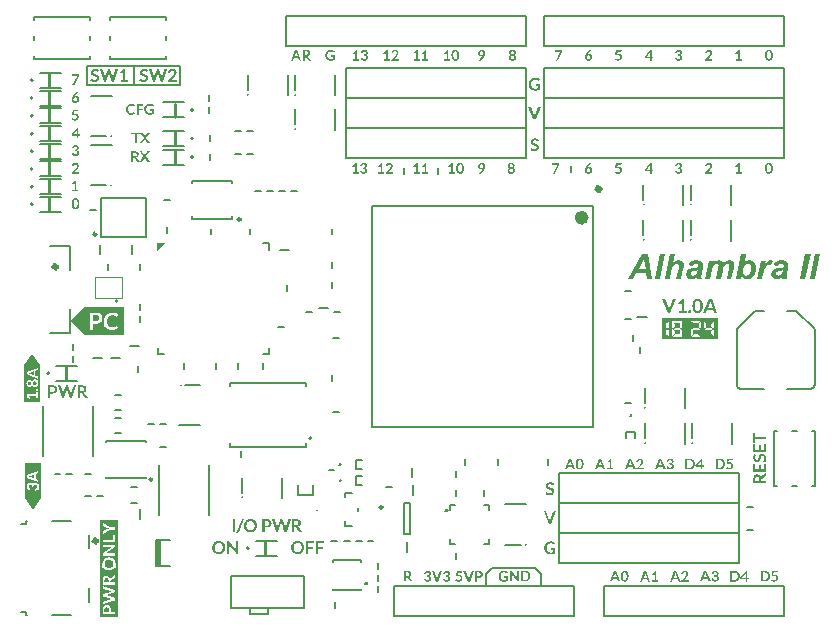
<source format=gto>
G04*
G04 #@! TF.GenerationSoftware,Altium Limited,Altium Designer,18.0.12 (696)*
G04*
G04 Layer_Color=65535*
%FSLAX44Y44*%
%MOMM*%
G71*
G01*
G75*
%ADD10C,0.5000*%
%ADD11C,0.6000*%
%ADD12C,0.2540*%
%ADD13C,0.2000*%
%ADD14C,0.4000*%
%ADD15C,0.1500*%
%ADD16C,0.3000*%
%ADD17C,0.2500*%
%ADD18C,0.1000*%
%ADD19R,0.6000X2.2000*%
G36*
X117500Y321500D02*
X117500Y323000D01*
Y328500D01*
X124500Y328500D01*
X117500Y321500D01*
D02*
G37*
G36*
X89691Y250061D02*
X55670D01*
X44700Y262000D01*
X55670Y274000D01*
X89691D01*
Y250061D01*
D02*
G37*
G36*
X592000Y247000D02*
X545000D01*
Y264500D01*
X592000D01*
Y247000D01*
D02*
G37*
G36*
X18376Y224784D02*
X18511D01*
Y194000D01*
X4665D01*
Y224750D01*
X4650D01*
X4665Y224772D01*
Y224784D01*
X4674D01*
X11425Y234500D01*
X18376Y224784D01*
D02*
G37*
G36*
X19000Y112000D02*
X19000D01*
X12225Y102250D01*
X5250Y112000D01*
X5153D01*
Y142000D01*
X19000D01*
Y112000D01*
D02*
G37*
G36*
X185690Y65083D02*
X184553D01*
X184503Y65095D01*
X184378Y65120D01*
X184241Y65158D01*
X184228D01*
X184216Y65170D01*
X184153Y65220D01*
X184053Y65295D01*
X183941Y65420D01*
X178280Y72643D01*
Y72631D01*
Y72606D01*
X178292Y72556D01*
Y72493D01*
X178305Y72343D01*
X178317Y72168D01*
Y72156D01*
Y72131D01*
Y72081D01*
X178330Y72031D01*
Y71893D01*
Y71743D01*
Y65083D01*
X176555D01*
Y75930D01*
X177743D01*
X177817Y75917D01*
X177830D01*
X177880Y75905D01*
X177930Y75892D01*
X177980Y75867D01*
X177992Y75855D01*
X178030Y75842D01*
X178117Y75767D01*
X178130Y75755D01*
X178167Y75730D01*
X178217Y75667D01*
X178280Y75605D01*
X183966Y68344D01*
Y68357D01*
Y68394D01*
X183953Y68444D01*
X183941Y68507D01*
X183928Y68669D01*
X183916Y68857D01*
Y68869D01*
Y68894D01*
Y68944D01*
Y69007D01*
Y69169D01*
Y69332D01*
Y75930D01*
X185690D01*
Y65083D01*
D02*
G37*
G36*
X258609Y74330D02*
X253811D01*
Y71106D01*
X257859D01*
Y69494D01*
X253811D01*
Y65083D01*
X251774D01*
Y75930D01*
X258609D01*
Y74330D01*
D02*
G37*
G36*
X250187D02*
X245388D01*
Y71106D01*
X249437D01*
Y69494D01*
X245388D01*
Y65083D01*
X243351D01*
Y75930D01*
X250187D01*
Y74330D01*
D02*
G37*
G36*
X236590Y76030D02*
X236715Y76017D01*
X236865Y76005D01*
X237015Y75992D01*
X237365Y75942D01*
X237740Y75867D01*
X238127Y75755D01*
X238514Y75617D01*
X238527D01*
X238564Y75592D01*
X238614Y75580D01*
X238689Y75542D01*
X238777Y75493D01*
X238877Y75443D01*
X239114Y75318D01*
X239377Y75143D01*
X239664Y74943D01*
X239964Y74718D01*
X240239Y74455D01*
X240252Y74443D01*
X240277Y74418D01*
X240314Y74380D01*
X240364Y74330D01*
X240414Y74255D01*
X240489Y74168D01*
X240564Y74068D01*
X240651Y73955D01*
X240826Y73705D01*
X241014Y73405D01*
X241201Y73068D01*
X241364Y72693D01*
Y72681D01*
X241376Y72643D01*
X241401Y72593D01*
X241426Y72518D01*
X241451Y72418D01*
X241489Y72306D01*
X241526Y72181D01*
X241564Y72043D01*
X241601Y71881D01*
X241639Y71706D01*
X241701Y71343D01*
X241751Y70931D01*
X241764Y70494D01*
Y70481D01*
Y70444D01*
Y70381D01*
Y70294D01*
X241751Y70181D01*
X241739Y70069D01*
X241726Y69931D01*
X241714Y69769D01*
X241664Y69432D01*
X241601Y69057D01*
X241501Y68669D01*
X241364Y68282D01*
Y68269D01*
X241351Y68232D01*
X241326Y68182D01*
X241289Y68107D01*
X241251Y68019D01*
X241201Y67919D01*
X241139Y67807D01*
X241076Y67682D01*
X240914Y67407D01*
X240726Y67107D01*
X240501Y66807D01*
X240239Y66520D01*
X240226Y66507D01*
X240201Y66482D01*
X240164Y66445D01*
X240114Y66395D01*
X240039Y66332D01*
X239964Y66270D01*
X239864Y66182D01*
X239752Y66095D01*
X239502Y65920D01*
X239214Y65720D01*
X238877Y65532D01*
X238514Y65370D01*
X238502D01*
X238465Y65358D01*
X238414Y65333D01*
X238340Y65308D01*
X238239Y65270D01*
X238127Y65245D01*
X238002Y65208D01*
X237852Y65170D01*
X237702Y65120D01*
X237527Y65083D01*
X237140Y65020D01*
X236727Y64970D01*
X236278Y64958D01*
X236153D01*
X236065Y64970D01*
X235965D01*
X235828Y64983D01*
X235690Y64995D01*
X235528Y65008D01*
X235190Y65058D01*
X234803Y65133D01*
X234415Y65233D01*
X234028Y65370D01*
X234016D01*
X233978Y65395D01*
X233928Y65408D01*
X233853Y65445D01*
X233766Y65483D01*
X233666Y65545D01*
X233428Y65670D01*
X233166Y65833D01*
X232866Y66032D01*
X232579Y66257D01*
X232291Y66520D01*
X232279Y66532D01*
X232254Y66557D01*
X232216Y66595D01*
X232166Y66657D01*
X232116Y66720D01*
X232041Y66807D01*
X231966Y66907D01*
X231879Y67020D01*
X231704Y67282D01*
X231516Y67582D01*
X231329Y67919D01*
X231166Y68282D01*
Y68294D01*
X231154Y68332D01*
X231129Y68382D01*
X231104Y68457D01*
X231079Y68557D01*
X231041Y68669D01*
X231004Y68794D01*
X230979Y68944D01*
X230941Y69107D01*
X230904Y69269D01*
X230841Y69644D01*
X230791Y70056D01*
X230779Y70494D01*
Y70506D01*
Y70544D01*
Y70606D01*
X230791Y70694D01*
Y70806D01*
X230804Y70919D01*
X230816Y71056D01*
X230829Y71219D01*
X230879Y71556D01*
X230941Y71918D01*
X231041Y72306D01*
X231166Y72693D01*
Y72706D01*
X231191Y72743D01*
X231204Y72793D01*
X231241Y72868D01*
X231279Y72956D01*
X231329Y73056D01*
X231454Y73293D01*
X231616Y73568D01*
X231816Y73868D01*
X232041Y74168D01*
X232291Y74455D01*
X232304Y74468D01*
X232328Y74493D01*
X232366Y74530D01*
X232416Y74580D01*
X232491Y74643D01*
X232579Y74718D01*
X232666Y74793D01*
X232778Y74880D01*
X233028Y75068D01*
X233328Y75268D01*
X233666Y75455D01*
X234028Y75617D01*
X234041D01*
X234078Y75630D01*
X234128Y75655D01*
X234203Y75680D01*
X234303Y75717D01*
X234415Y75755D01*
X234541Y75792D01*
X234690Y75830D01*
X234853Y75867D01*
X235028Y75905D01*
X235403Y75980D01*
X235828Y76030D01*
X236278Y76042D01*
X236490D01*
X236590Y76030D01*
D02*
G37*
G36*
X169782D02*
X169907Y76017D01*
X170057Y76005D01*
X170207Y75992D01*
X170557Y75942D01*
X170932Y75867D01*
X171319Y75755D01*
X171707Y75617D01*
X171719D01*
X171757Y75592D01*
X171807Y75580D01*
X171882Y75542D01*
X171969Y75493D01*
X172069Y75443D01*
X172306Y75318D01*
X172569Y75143D01*
X172856Y74943D01*
X173156Y74718D01*
X173431Y74455D01*
X173444Y74443D01*
X173469Y74418D01*
X173506Y74380D01*
X173556Y74330D01*
X173606Y74255D01*
X173681Y74168D01*
X173756Y74068D01*
X173843Y73955D01*
X174018Y73705D01*
X174206Y73405D01*
X174393Y73068D01*
X174556Y72693D01*
Y72681D01*
X174568Y72643D01*
X174593Y72593D01*
X174618Y72518D01*
X174643Y72418D01*
X174681Y72306D01*
X174718Y72181D01*
X174756Y72043D01*
X174793Y71881D01*
X174831Y71706D01*
X174893Y71343D01*
X174943Y70931D01*
X174956Y70494D01*
Y70481D01*
Y70444D01*
Y70381D01*
Y70294D01*
X174943Y70181D01*
X174931Y70069D01*
X174918Y69931D01*
X174906Y69769D01*
X174856Y69432D01*
X174793Y69057D01*
X174693Y68669D01*
X174556Y68282D01*
Y68269D01*
X174543Y68232D01*
X174518Y68182D01*
X174481Y68107D01*
X174443Y68019D01*
X174393Y67919D01*
X174331Y67807D01*
X174268Y67682D01*
X174106Y67407D01*
X173918Y67107D01*
X173694Y66807D01*
X173431Y66520D01*
X173419Y66507D01*
X173394Y66482D01*
X173356Y66445D01*
X173306Y66395D01*
X173231Y66332D01*
X173156Y66270D01*
X173056Y66182D01*
X172944Y66095D01*
X172694Y65920D01*
X172406Y65720D01*
X172069Y65532D01*
X171707Y65370D01*
X171694D01*
X171657Y65358D01*
X171607Y65333D01*
X171532Y65308D01*
X171432Y65270D01*
X171319Y65245D01*
X171194Y65208D01*
X171044Y65170D01*
X170894Y65120D01*
X170719Y65083D01*
X170332Y65020D01*
X169919Y64970D01*
X169470Y64958D01*
X169345D01*
X169257Y64970D01*
X169157D01*
X169020Y64983D01*
X168882Y64995D01*
X168720Y65008D01*
X168382Y65058D01*
X167995Y65133D01*
X167608Y65233D01*
X167220Y65370D01*
X167208D01*
X167170Y65395D01*
X167120Y65408D01*
X167045Y65445D01*
X166958Y65483D01*
X166858Y65545D01*
X166620Y65670D01*
X166358Y65833D01*
X166058Y66032D01*
X165771Y66257D01*
X165483Y66520D01*
X165471Y66532D01*
X165446Y66557D01*
X165408Y66595D01*
X165358Y66657D01*
X165308Y66720D01*
X165233Y66807D01*
X165158Y66907D01*
X165071Y67020D01*
X164896Y67282D01*
X164708Y67582D01*
X164521Y67919D01*
X164358Y68282D01*
Y68294D01*
X164346Y68332D01*
X164321Y68382D01*
X164296Y68457D01*
X164271Y68557D01*
X164233Y68669D01*
X164196Y68794D01*
X164171Y68944D01*
X164133Y69107D01*
X164096Y69269D01*
X164034Y69644D01*
X163983Y70056D01*
X163971Y70494D01*
Y70506D01*
Y70544D01*
Y70606D01*
X163983Y70694D01*
Y70806D01*
X163996Y70919D01*
X164009Y71056D01*
X164021Y71219D01*
X164071Y71556D01*
X164133Y71918D01*
X164233Y72306D01*
X164358Y72693D01*
Y72706D01*
X164383Y72743D01*
X164396Y72793D01*
X164433Y72868D01*
X164471Y72956D01*
X164521Y73056D01*
X164646Y73293D01*
X164808Y73568D01*
X165008Y73868D01*
X165233Y74168D01*
X165483Y74455D01*
X165496Y74468D01*
X165521Y74493D01*
X165558Y74530D01*
X165608Y74580D01*
X165683Y74643D01*
X165771Y74718D01*
X165858Y74793D01*
X165970Y74880D01*
X166220Y75068D01*
X166520Y75268D01*
X166858Y75455D01*
X167220Y75617D01*
X167233D01*
X167270Y75630D01*
X167320Y75655D01*
X167395Y75680D01*
X167495Y75717D01*
X167608Y75755D01*
X167733Y75792D01*
X167882Y75830D01*
X168045Y75867D01*
X168220Y75905D01*
X168595Y75980D01*
X169020Y76030D01*
X169470Y76042D01*
X169682D01*
X169782Y76030D01*
D02*
G37*
G36*
X84125Y12000D02*
X69040D01*
Y93543D01*
X84125D01*
Y12000D01*
D02*
G37*
G36*
X602465Y313648D02*
X602626D01*
X602809Y313625D01*
X603221Y313556D01*
X603657Y313442D01*
X604138Y313259D01*
X604596Y313007D01*
X604802Y312869D01*
X605009Y312686D01*
X605031D01*
X605054Y312640D01*
X605169Y312502D01*
X605329Y312296D01*
X605535Y311999D01*
X605719Y311609D01*
X605879Y311174D01*
X605994Y310647D01*
X606040Y310372D01*
Y310074D01*
Y310028D01*
Y309914D01*
X606017Y309730D01*
X605994Y309433D01*
X605971Y309249D01*
X605948Y309066D01*
X605902Y308837D01*
X605856Y308585D01*
X605810Y308310D01*
X605765Y308012D01*
X605696Y307691D01*
X605627Y307348D01*
X603611Y298000D01*
X599510D01*
X601480Y307348D01*
Y307370D01*
X601503Y307416D01*
X601526Y307508D01*
X601549Y307623D01*
X601595Y307920D01*
X601664Y308241D01*
X601732Y308585D01*
X601801Y308906D01*
X601824Y309043D01*
X601847Y309158D01*
X601870Y309249D01*
Y309318D01*
Y309341D01*
Y309433D01*
X601847Y309547D01*
X601824Y309685D01*
X601778Y309845D01*
X601709Y310005D01*
X601618Y310189D01*
X601480Y310326D01*
X601457Y310349D01*
X601412Y310395D01*
X601320Y310441D01*
X601182Y310532D01*
X601022Y310601D01*
X600839Y310647D01*
X600610Y310693D01*
X600335Y310716D01*
X600174D01*
X600060Y310693D01*
X599922Y310670D01*
X599762Y310624D01*
X599395Y310509D01*
X599189Y310418D01*
X598960Y310303D01*
X598731Y310189D01*
X598479Y310028D01*
X598250Y309822D01*
X597998Y309616D01*
X597769Y309364D01*
X597539Y309066D01*
Y309043D01*
X597494Y309020D01*
X597448Y308929D01*
X597402Y308837D01*
X597310Y308699D01*
X597219Y308539D01*
X597127Y308333D01*
X597013Y308104D01*
X596898Y307852D01*
X596783Y307554D01*
X596646Y307210D01*
X596531Y306844D01*
X596394Y306431D01*
X596279Y305973D01*
X596142Y305469D01*
X596027Y304942D01*
X594561Y298000D01*
X590460D01*
X592385Y307233D01*
Y307256D01*
X592407Y307302D01*
Y307393D01*
X592430Y307485D01*
X592476Y307760D01*
X592545Y308104D01*
X592614Y308447D01*
X592659Y308791D01*
X592682Y309089D01*
X592705Y309226D01*
Y309318D01*
Y309341D01*
Y309433D01*
X592682Y309524D01*
X592659Y309685D01*
X592614Y309845D01*
X592522Y310005D01*
X592430Y310166D01*
X592293Y310326D01*
X592270Y310349D01*
X592224Y310395D01*
X592133Y310441D01*
X591995Y310532D01*
X591835Y310601D01*
X591651Y310647D01*
X591422Y310693D01*
X591170Y310716D01*
X591056D01*
X590918Y310693D01*
X590735Y310670D01*
X590529Y310624D01*
X590277Y310532D01*
X590025Y310441D01*
X589750Y310303D01*
X589727Y310280D01*
X589635Y310234D01*
X589498Y310143D01*
X589338Y310005D01*
X589131Y309845D01*
X588925Y309662D01*
X588696Y309433D01*
X588490Y309181D01*
X588467Y309158D01*
X588398Y309066D01*
X588307Y308906D01*
X588169Y308699D01*
X588009Y308447D01*
X587871Y308127D01*
X587711Y307760D01*
X587550Y307370D01*
Y307348D01*
X587528Y307256D01*
X587482Y307118D01*
X587413Y306889D01*
X587390Y306752D01*
X587344Y306569D01*
X587298Y306385D01*
X587253Y306179D01*
X587207Y305927D01*
X587138Y305652D01*
X587069Y305354D01*
X587001Y305034D01*
X585511Y298000D01*
X581410D01*
X584595Y313327D01*
X588490D01*
X588100Y311449D01*
X588123Y311472D01*
X588215Y311540D01*
X588329Y311655D01*
X588490Y311792D01*
X588719Y311976D01*
X588948Y312159D01*
X589246Y312342D01*
X589567Y312571D01*
X589910Y312778D01*
X590277Y312961D01*
X590689Y313167D01*
X591102Y313327D01*
X591537Y313465D01*
X591972Y313579D01*
X592453Y313648D01*
X592912Y313671D01*
X593186D01*
X593347Y313648D01*
X593507Y313625D01*
X593897Y313579D01*
X594309Y313488D01*
X594767Y313373D01*
X595180Y313190D01*
X595569Y312938D01*
X595615Y312915D01*
X595730Y312800D01*
X595890Y312640D01*
X596073Y312434D01*
X596279Y312136D01*
X596486Y311792D01*
X596646Y311403D01*
X596783Y310945D01*
Y310968D01*
X596829Y310990D01*
X596944Y311151D01*
X597127Y311357D01*
X597379Y311632D01*
X597700Y311930D01*
X598089Y312250D01*
X598548Y312594D01*
X599075Y312892D01*
X599098D01*
X599143Y312915D01*
X599212Y312961D01*
X599327Y313007D01*
X599464Y313075D01*
X599624Y313144D01*
X600014Y313281D01*
X600495Y313419D01*
X600999Y313556D01*
X601572Y313648D01*
X602168Y313671D01*
X602351D01*
X602465Y313648D01*
D02*
G37*
G36*
X637038D02*
X637267Y313625D01*
X637565Y313556D01*
X637886Y313488D01*
X638252Y313373D01*
X638619Y313213D01*
X637038Y309822D01*
X637015D01*
X636946Y309845D01*
X636832Y309891D01*
X636671Y309937D01*
X636488Y309960D01*
X636282Y310005D01*
X635824Y310028D01*
X635778D01*
X635640Y310005D01*
X635434Y309982D01*
X635159Y309937D01*
X634815Y309822D01*
X634449Y309685D01*
X634059Y309478D01*
X633647Y309203D01*
X633624D01*
X633601Y309158D01*
X633464Y309066D01*
X633257Y308883D01*
X633028Y308631D01*
X632730Y308333D01*
X632456Y307966D01*
X632158Y307531D01*
X631906Y307050D01*
Y307027D01*
X631883Y306981D01*
X631837Y306912D01*
X631791Y306798D01*
X631745Y306660D01*
X631677Y306477D01*
X631608Y306271D01*
X631516Y306019D01*
X631425Y305744D01*
X631333Y305423D01*
X631241Y305079D01*
X631127Y304690D01*
X631035Y304278D01*
X630921Y303819D01*
X630806Y303315D01*
X630691Y302788D01*
X629683Y298000D01*
X625582D01*
X628767Y313327D01*
X632639D01*
X632020Y310326D01*
X632043Y310372D01*
X632112Y310464D01*
X632226Y310647D01*
X632387Y310853D01*
X632593Y311105D01*
X632845Y311380D01*
X633097Y311678D01*
X633418Y311999D01*
X633739Y312319D01*
X634105Y312617D01*
X634495Y312892D01*
X634907Y313144D01*
X635320Y313373D01*
X635778Y313533D01*
X636236Y313625D01*
X636694Y313671D01*
X636855D01*
X637038Y313648D01*
D02*
G37*
G36*
X674314Y298000D02*
X669984D01*
X674382Y319147D01*
X678735D01*
X674314Y298000D01*
D02*
G37*
G36*
X666112D02*
X661781D01*
X666180Y319147D01*
X670533D01*
X666112Y298000D01*
D02*
G37*
G36*
X646569Y313648D02*
X646821Y313625D01*
X647096Y313602D01*
X647416Y313579D01*
X647737Y313533D01*
X648447Y313373D01*
X649181Y313167D01*
X649524Y313029D01*
X649868Y312869D01*
X650189Y312686D01*
X650463Y312480D01*
X650486Y312457D01*
X650532Y312434D01*
X650601Y312365D01*
X650693Y312273D01*
X650784Y312159D01*
X650922Y312021D01*
X651174Y311678D01*
X651426Y311243D01*
X651655Y310761D01*
X651747Y310486D01*
X651815Y310189D01*
X651861Y309891D01*
X651884Y309570D01*
Y309547D01*
Y309455D01*
Y309318D01*
X651861Y309135D01*
Y308906D01*
X651838Y308654D01*
X651747Y308104D01*
Y308058D01*
X651724Y308012D01*
Y307920D01*
X651701Y307829D01*
X651678Y307691D01*
X651632Y307508D01*
X651609Y307302D01*
X651540Y307050D01*
X651495Y306752D01*
X651426Y306431D01*
X651334Y306042D01*
X651243Y305606D01*
X651151Y305125D01*
X651036Y304598D01*
X650899Y304003D01*
Y303980D01*
X650876Y303888D01*
X650853Y303751D01*
X650807Y303567D01*
X650761Y303338D01*
X650715Y303086D01*
X650647Y302788D01*
X650601Y302491D01*
X650486Y301872D01*
X650395Y301230D01*
X650349Y300933D01*
X650326Y300658D01*
X650303Y300406D01*
Y300177D01*
Y300131D01*
Y300016D01*
X650326Y299810D01*
X650349Y299535D01*
X650372Y299214D01*
X650441Y298848D01*
X650509Y298435D01*
X650624Y298000D01*
X646615D01*
Y298046D01*
X646569Y298137D01*
X646523Y298298D01*
X646477Y298527D01*
X646431Y298779D01*
X646385Y299077D01*
X646340Y299398D01*
X646317Y299718D01*
X646271Y299673D01*
X646156Y299558D01*
X645973Y299375D01*
X645721Y299146D01*
X645400Y298894D01*
X645034Y298641D01*
X644644Y298389D01*
X644209Y298160D01*
X644186D01*
X644163Y298137D01*
X644094Y298115D01*
X644003Y298069D01*
X643773Y297977D01*
X643476Y297885D01*
X643109Y297794D01*
X642697Y297702D01*
X642261Y297633D01*
X641826Y297610D01*
X641643D01*
X641505Y297633D01*
X641345Y297656D01*
X641162Y297679D01*
X640726Y297771D01*
X640222Y297908D01*
X639695Y298137D01*
X639443Y298275D01*
X639169Y298435D01*
X638917Y298641D01*
X638687Y298848D01*
X638664Y298871D01*
X638642Y298916D01*
X638573Y298985D01*
X638504Y299077D01*
X638412Y299191D01*
X638298Y299352D01*
X638183Y299535D01*
X638069Y299718D01*
X637840Y300177D01*
X637633Y300726D01*
X637496Y301368D01*
X637473Y301689D01*
X637450Y302055D01*
Y302078D01*
Y302147D01*
Y302261D01*
X637473Y302422D01*
X637496Y302605D01*
X637519Y302811D01*
X637565Y303063D01*
X637611Y303315D01*
X637771Y303888D01*
X637886Y304163D01*
X638023Y304461D01*
X638183Y304759D01*
X638367Y305034D01*
X638573Y305309D01*
X638802Y305561D01*
X638825Y305583D01*
X638871Y305629D01*
X638962Y305675D01*
X639077Y305767D01*
X639237Y305881D01*
X639421Y305996D01*
X639650Y306133D01*
X639925Y306271D01*
X640245Y306408D01*
X640589Y306546D01*
X641001Y306660D01*
X641437Y306798D01*
X641941Y306912D01*
X642468Y307027D01*
X643040Y307096D01*
X643682Y307164D01*
X643819D01*
X643957Y307187D01*
X644163Y307210D01*
X644392Y307233D01*
X644667Y307256D01*
X644965Y307279D01*
X645286Y307325D01*
X645950Y307416D01*
X646592Y307508D01*
X646889Y307577D01*
X647164Y307623D01*
X647416Y307691D01*
X647623Y307760D01*
X647645Y307806D01*
X647668Y307897D01*
X647714Y308058D01*
X647760Y308241D01*
X647806Y308470D01*
X647852Y308699D01*
X647897Y308929D01*
Y309135D01*
Y309158D01*
Y309249D01*
X647875Y309364D01*
X647829Y309524D01*
X647760Y309707D01*
X647668Y309891D01*
X647531Y310074D01*
X647348Y310257D01*
X647325Y310280D01*
X647256Y310326D01*
X647119Y310395D01*
X646958Y310486D01*
X646729Y310578D01*
X646454Y310647D01*
X646133Y310693D01*
X645767Y310716D01*
X645583D01*
X645377Y310693D01*
X645125Y310670D01*
X644850Y310601D01*
X644553Y310532D01*
X644255Y310418D01*
X644003Y310257D01*
X643980Y310234D01*
X643911Y310166D01*
X643796Y310074D01*
X643659Y309937D01*
X643499Y309753D01*
X643361Y309524D01*
X643247Y309272D01*
X643132Y308997D01*
X639100Y309318D01*
Y309341D01*
X639123Y309410D01*
X639169Y309524D01*
X639237Y309662D01*
X639306Y309822D01*
X639398Y310028D01*
X639650Y310486D01*
X639993Y310990D01*
X640406Y311517D01*
X640635Y311792D01*
X640910Y312044D01*
X641185Y312273D01*
X641505Y312502D01*
X641528Y312526D01*
X641574Y312548D01*
X641689Y312617D01*
X641826Y312686D01*
X641986Y312778D01*
X642193Y312869D01*
X642445Y312984D01*
X642720Y313098D01*
X643040Y313190D01*
X643384Y313304D01*
X643751Y313396D01*
X644163Y313488D01*
X644598Y313556D01*
X645079Y313625D01*
X645561Y313648D01*
X646087Y313671D01*
X646363D01*
X646569Y313648D01*
D02*
G37*
G36*
X574354Y313648D02*
X574606Y313625D01*
X574881Y313602D01*
X575201Y313579D01*
X575522Y313533D01*
X576232Y313373D01*
X576966Y313167D01*
X577309Y313029D01*
X577653Y312869D01*
X577974Y312686D01*
X578249Y312480D01*
X578272Y312457D01*
X578317Y312434D01*
X578386Y312365D01*
X578478Y312273D01*
X578569Y312159D01*
X578707Y312021D01*
X578959Y311678D01*
X579211Y311242D01*
X579440Y310761D01*
X579532Y310486D01*
X579600Y310189D01*
X579646Y309891D01*
X579669Y309570D01*
Y309547D01*
Y309455D01*
Y309318D01*
X579646Y309135D01*
Y308906D01*
X579623Y308654D01*
X579532Y308104D01*
Y308058D01*
X579509Y308012D01*
Y307920D01*
X579486Y307829D01*
X579463Y307691D01*
X579417Y307508D01*
X579394Y307302D01*
X579325Y307050D01*
X579280Y306752D01*
X579211Y306431D01*
X579119Y306042D01*
X579028Y305606D01*
X578936Y305125D01*
X578821Y304598D01*
X578684Y304003D01*
Y303980D01*
X578661Y303888D01*
X578638Y303751D01*
X578592Y303567D01*
X578546Y303338D01*
X578501Y303086D01*
X578432Y302788D01*
X578386Y302491D01*
X578272Y301872D01*
X578180Y301230D01*
X578134Y300933D01*
X578111Y300658D01*
X578088Y300406D01*
Y300177D01*
Y300131D01*
Y300016D01*
X578111Y299810D01*
X578134Y299535D01*
X578157Y299214D01*
X578226Y298848D01*
X578294Y298435D01*
X578409Y298000D01*
X574400D01*
Y298046D01*
X574354Y298137D01*
X574308Y298298D01*
X574262Y298527D01*
X574216Y298779D01*
X574170Y299077D01*
X574125Y299398D01*
X574102Y299718D01*
X574056Y299673D01*
X573941Y299558D01*
X573758Y299375D01*
X573506Y299146D01*
X573185Y298894D01*
X572819Y298641D01*
X572429Y298389D01*
X571994Y298160D01*
X571971D01*
X571948Y298137D01*
X571880Y298114D01*
X571788Y298069D01*
X571559Y297977D01*
X571261Y297885D01*
X570894Y297794D01*
X570482Y297702D01*
X570047Y297633D01*
X569611Y297610D01*
X569428D01*
X569291Y297633D01*
X569130Y297656D01*
X568947Y297679D01*
X568512Y297771D01*
X568008Y297908D01*
X567481Y298137D01*
X567229Y298275D01*
X566954Y298435D01*
X566702Y298641D01*
X566473Y298848D01*
X566450Y298871D01*
X566427Y298916D01*
X566358Y298985D01*
X566289Y299077D01*
X566198Y299191D01*
X566083Y299352D01*
X565969Y299535D01*
X565854Y299718D01*
X565625Y300177D01*
X565419Y300726D01*
X565281Y301368D01*
X565258Y301689D01*
X565235Y302055D01*
Y302078D01*
Y302147D01*
Y302261D01*
X565258Y302422D01*
X565281Y302605D01*
X565304Y302811D01*
X565350Y303063D01*
X565396Y303315D01*
X565556Y303888D01*
X565671Y304163D01*
X565808Y304461D01*
X565969Y304759D01*
X566152Y305034D01*
X566358Y305308D01*
X566587Y305561D01*
X566610Y305583D01*
X566656Y305629D01*
X566747Y305675D01*
X566862Y305767D01*
X567022Y305881D01*
X567206Y305996D01*
X567435Y306133D01*
X567710Y306271D01*
X568030Y306408D01*
X568374Y306546D01*
X568787Y306660D01*
X569222Y306798D01*
X569726Y306912D01*
X570253Y307027D01*
X570826Y307096D01*
X571467Y307164D01*
X571604D01*
X571742Y307187D01*
X571948Y307210D01*
X572177Y307233D01*
X572452Y307256D01*
X572750Y307279D01*
X573071Y307325D01*
X573735Y307416D01*
X574377Y307508D01*
X574675Y307577D01*
X574949Y307623D01*
X575201Y307691D01*
X575408Y307760D01*
X575431Y307806D01*
X575453Y307897D01*
X575499Y308058D01*
X575545Y308241D01*
X575591Y308470D01*
X575637Y308699D01*
X575683Y308928D01*
Y309135D01*
Y309158D01*
Y309249D01*
X575660Y309364D01*
X575614Y309524D01*
X575545Y309707D01*
X575453Y309891D01*
X575316Y310074D01*
X575133Y310257D01*
X575110Y310280D01*
X575041Y310326D01*
X574904Y310395D01*
X574743Y310486D01*
X574514Y310578D01*
X574239Y310647D01*
X573918Y310693D01*
X573552Y310716D01*
X573369D01*
X573162Y310693D01*
X572910Y310670D01*
X572635Y310601D01*
X572338Y310532D01*
X572040Y310418D01*
X571788Y310257D01*
X571765Y310234D01*
X571696Y310166D01*
X571582Y310074D01*
X571444Y309937D01*
X571284Y309753D01*
X571146Y309524D01*
X571032Y309272D01*
X570917Y308997D01*
X566885Y309318D01*
Y309341D01*
X566908Y309410D01*
X566954Y309524D01*
X567022Y309662D01*
X567091Y309822D01*
X567183Y310028D01*
X567435Y310486D01*
X567778Y310990D01*
X568191Y311517D01*
X568420Y311792D01*
X568695Y312044D01*
X568970Y312273D01*
X569291Y312502D01*
X569313Y312525D01*
X569359Y312548D01*
X569474Y312617D01*
X569611Y312686D01*
X569772Y312778D01*
X569978Y312869D01*
X570230Y312984D01*
X570505Y313098D01*
X570826Y313190D01*
X571169Y313304D01*
X571536Y313396D01*
X571948Y313488D01*
X572383Y313556D01*
X572865Y313625D01*
X573346Y313648D01*
X573873Y313671D01*
X574148D01*
X574354Y313648D01*
D02*
G37*
G36*
X554055Y311609D02*
X554078Y311632D01*
X554124Y311655D01*
X554192Y311724D01*
X554307Y311792D01*
X554421Y311884D01*
X554559Y311976D01*
X554925Y312205D01*
X555315Y312457D01*
X555773Y312732D01*
X556231Y312961D01*
X556690Y313167D01*
X556712D01*
X556735Y313190D01*
X556804Y313213D01*
X556896Y313236D01*
X557148Y313327D01*
X557491Y313419D01*
X557881Y313511D01*
X558316Y313602D01*
X558820Y313648D01*
X559324Y313671D01*
X559508D01*
X559645Y313648D01*
X559782D01*
X559966Y313625D01*
X560401Y313533D01*
X560882Y313419D01*
X561363Y313213D01*
X561844Y312961D01*
X562074Y312778D01*
X562280Y312594D01*
X562303Y312571D01*
X562326Y312548D01*
X562371Y312480D01*
X562463Y312411D01*
X562623Y312159D01*
X562830Y311838D01*
X563036Y311426D01*
X563219Y310945D01*
X563334Y310395D01*
X563357Y310097D01*
X563380Y309776D01*
Y309730D01*
Y309593D01*
X563357Y309387D01*
X563311Y309089D01*
X563265Y308676D01*
X563219Y308447D01*
X563196Y308195D01*
X563128Y307920D01*
X563082Y307600D01*
X563013Y307279D01*
X562944Y306935D01*
X560997Y298000D01*
X556896D01*
X558866Y307096D01*
Y307118D01*
X558889Y307164D01*
Y307233D01*
X558912Y307325D01*
X558958Y307600D01*
X559026Y307897D01*
X559072Y308218D01*
X559118Y308539D01*
X559164Y308814D01*
X559187Y308928D01*
Y309020D01*
Y309043D01*
Y309158D01*
X559164Y309295D01*
X559118Y309455D01*
X559072Y309639D01*
X558981Y309845D01*
X558866Y310051D01*
X558706Y310234D01*
X558683Y310257D01*
X558614Y310303D01*
X558499Y310395D01*
X558362Y310486D01*
X558179Y310555D01*
X557950Y310647D01*
X557675Y310693D01*
X557377Y310716D01*
X557194D01*
X556987Y310670D01*
X556735Y310624D01*
X556415Y310532D01*
X556094Y310418D01*
X555727Y310234D01*
X555361Y309982D01*
X555338D01*
X555315Y309937D01*
X555246Y309891D01*
X555155Y309822D01*
X554925Y309616D01*
X554650Y309341D01*
X554330Y308997D01*
X554009Y308608D01*
X553711Y308150D01*
X553436Y307645D01*
X553413Y307600D01*
X553390Y307554D01*
X553368Y307485D01*
X553345Y307393D01*
X553299Y307256D01*
X553230Y307096D01*
X553184Y306912D01*
X553116Y306706D01*
X553047Y306431D01*
X552978Y306156D01*
X552886Y305813D01*
X552795Y305446D01*
X552703Y305034D01*
X552612Y304575D01*
X552497Y304071D01*
X551214Y298000D01*
X547113D01*
X551512Y319147D01*
X555636D01*
X554055Y311609D01*
D02*
G37*
G36*
X542920Y298000D02*
X538819D01*
X543218Y319147D01*
X547342D01*
X542920Y298000D01*
D02*
G37*
G36*
X536230D02*
X532106D01*
X531396Y302674D01*
X523034D01*
X520490Y298000D01*
X516000D01*
X527914Y319147D01*
X532794D01*
X536230Y298000D01*
D02*
G37*
G36*
X614746Y312067D02*
X614768D01*
X614791Y312113D01*
X614929Y312205D01*
X615158Y312365D01*
X615433Y312548D01*
X615754Y312732D01*
X616120Y312938D01*
X616487Y313121D01*
X616853Y313281D01*
X616876D01*
X616899Y313304D01*
X617037Y313350D01*
X617220Y313396D01*
X617495Y313488D01*
X617816Y313556D01*
X618182Y313602D01*
X618572Y313648D01*
X619007Y313671D01*
X619236D01*
X619419Y313648D01*
X619626Y313625D01*
X619855Y313579D01*
X620107Y313533D01*
X620405Y313465D01*
X620702Y313373D01*
X621023Y313281D01*
X621344Y313144D01*
X621665Y312984D01*
X621985Y312800D01*
X622306Y312571D01*
X622604Y312342D01*
X622879Y312044D01*
X622902Y312021D01*
X622948Y311976D01*
X623016Y311884D01*
X623108Y311747D01*
X623223Y311563D01*
X623337Y311357D01*
X623475Y311128D01*
X623612Y310853D01*
X623750Y310532D01*
X623887Y310166D01*
X624002Y309776D01*
X624116Y309364D01*
X624208Y308906D01*
X624277Y308402D01*
X624322Y307875D01*
X624345Y307302D01*
Y307279D01*
Y307210D01*
Y307096D01*
Y306935D01*
X624322Y306752D01*
X624299Y306546D01*
Y306294D01*
X624254Y306019D01*
X624231Y305721D01*
X624185Y305400D01*
X624047Y304713D01*
X623887Y303980D01*
X623658Y303247D01*
Y303224D01*
X623635Y303155D01*
X623589Y303063D01*
X623543Y302926D01*
X623475Y302743D01*
X623383Y302559D01*
X623177Y302101D01*
X622902Y301597D01*
X622604Y301070D01*
X622237Y300543D01*
X621825Y300039D01*
X621802Y300016D01*
X621779Y299993D01*
X621710Y299925D01*
X621619Y299833D01*
X621390Y299627D01*
X621092Y299352D01*
X620725Y299054D01*
X620336Y298756D01*
X619878Y298458D01*
X619419Y298206D01*
X619396D01*
X619374Y298183D01*
X619305Y298160D01*
X619213Y298115D01*
X618938Y298023D01*
X618618Y297908D01*
X618228Y297794D01*
X617770Y297702D01*
X617289Y297633D01*
X616785Y297610D01*
X616647D01*
X616464Y297633D01*
X616258Y297656D01*
X615983Y297702D01*
X615662Y297771D01*
X615318Y297840D01*
X614952Y297977D01*
X614562Y298115D01*
X614173Y298298D01*
X613760Y298527D01*
X613371Y298802D01*
X612981Y299146D01*
X612615Y299512D01*
X612271Y299947D01*
X611973Y300452D01*
X611423Y298000D01*
X607666D01*
X612065Y319147D01*
X616235D01*
X614746Y312067D01*
D02*
G37*
G36*
X226913Y83629D02*
X225089D01*
X222714Y91039D01*
Y91052D01*
Y91065D01*
X222689Y91127D01*
X222664Y91227D01*
X222627Y91339D01*
Y91352D01*
X222614Y91364D01*
X222602Y91439D01*
X222564Y91552D01*
X222527Y91689D01*
Y91677D01*
Y91652D01*
X222514Y91627D01*
X222502Y91577D01*
X222477Y91464D01*
X222439Y91339D01*
Y91327D01*
X222427Y91314D01*
X222414Y91240D01*
X222377Y91139D01*
X222339Y91039D01*
X219953Y83629D01*
X218128D01*
X214766Y94476D01*
X216541D01*
X216604Y94464D01*
X216753Y94426D01*
X216891Y94351D01*
X216903D01*
X216916Y94326D01*
X216991Y94264D01*
X217066Y94151D01*
X217103Y94089D01*
X217128Y94014D01*
X218978Y87528D01*
Y87515D01*
X218990Y87490D01*
X219003Y87428D01*
X219015Y87366D01*
X219028Y87290D01*
X219053Y87191D01*
X219090Y86991D01*
Y86978D01*
X219103Y86941D01*
X219115Y86891D01*
X219128Y86816D01*
X219153Y86728D01*
X219165Y86628D01*
X219215Y86403D01*
Y86416D01*
X219228Y86453D01*
X219240Y86516D01*
X219253Y86591D01*
X219265Y86678D01*
X219290Y86778D01*
X219340Y86991D01*
Y87003D01*
X219353Y87041D01*
X219365Y87091D01*
X219390Y87165D01*
X219440Y87340D01*
X219490Y87528D01*
X221627Y94014D01*
Y94026D01*
X221640Y94039D01*
X221677Y94114D01*
X221752Y94214D01*
X221865Y94326D01*
X221877Y94339D01*
X221902Y94351D01*
X221940Y94376D01*
X221990Y94401D01*
X222115Y94451D01*
X222202Y94476D01*
X222977D01*
X223039Y94464D01*
X223177Y94426D01*
X223314Y94351D01*
X223327D01*
X223339Y94326D01*
X223414Y94264D01*
X223489Y94151D01*
X223564Y94014D01*
X225676Y87528D01*
X225689Y87503D01*
X225701Y87440D01*
X225739Y87340D01*
X225776Y87215D01*
X225814Y87053D01*
X225864Y86866D01*
X225914Y86666D01*
X225964Y86453D01*
Y86466D01*
X225976Y86503D01*
X225989Y86566D01*
X226001Y86641D01*
X226026Y86816D01*
X226063Y87015D01*
Y87028D01*
X226076Y87065D01*
X226089Y87115D01*
X226101Y87178D01*
X226138Y87353D01*
X226189Y87528D01*
X228025Y94014D01*
Y94026D01*
X228038Y94051D01*
X228076Y94126D01*
X228138Y94226D01*
X228251Y94339D01*
X228263Y94351D01*
X228288Y94364D01*
X228326Y94389D01*
X228375Y94414D01*
X228525Y94451D01*
X228600Y94476D01*
X230275D01*
X226913Y83629D01*
D02*
G37*
G36*
X235124Y94464D02*
X235236D01*
X235361Y94451D01*
X235486D01*
X235786Y94414D01*
X236111Y94376D01*
X236423Y94314D01*
X236736Y94239D01*
X236748D01*
X236773Y94226D01*
X236811Y94214D01*
X236873Y94201D01*
X237011Y94151D01*
X237198Y94076D01*
X237411Y93989D01*
X237623Y93876D01*
X237836Y93751D01*
X238036Y93601D01*
X238060Y93589D01*
X238123Y93526D01*
X238210Y93439D01*
X238323Y93326D01*
X238448Y93176D01*
X238573Y93014D01*
X238685Y92827D01*
X238785Y92614D01*
X238798Y92589D01*
X238823Y92514D01*
X238860Y92402D01*
X238910Y92239D01*
X238948Y92052D01*
X238985Y91839D01*
X239010Y91602D01*
X239023Y91352D01*
Y91327D01*
Y91264D01*
X239010Y91152D01*
X238998Y91014D01*
X238985Y90852D01*
X238960Y90677D01*
X238910Y90502D01*
X238860Y90315D01*
X238848Y90290D01*
X238835Y90227D01*
X238798Y90140D01*
X238735Y90027D01*
X238673Y89890D01*
X238598Y89740D01*
X238498Y89577D01*
X238385Y89427D01*
X238373Y89415D01*
X238335Y89365D01*
X238273Y89290D01*
X238185Y89190D01*
X238073Y89078D01*
X237948Y88965D01*
X237798Y88840D01*
X237636Y88728D01*
X237611Y88715D01*
X237561Y88678D01*
X237473Y88628D01*
X237348Y88553D01*
X237198Y88478D01*
X237023Y88403D01*
X236836Y88328D01*
X236623Y88253D01*
X236636Y88240D01*
X236686Y88215D01*
X236761Y88165D01*
X236848Y88090D01*
X236961Y88003D01*
X237061Y87890D01*
X237173Y87765D01*
X237286Y87628D01*
X239998Y83629D01*
X238098D01*
X238036Y83641D01*
X237885Y83666D01*
X237736Y83729D01*
X237723D01*
X237710Y83754D01*
X237623Y83804D01*
X237523Y83904D01*
X237423Y84029D01*
X235149Y87503D01*
Y87515D01*
X235124Y87528D01*
X235061Y87603D01*
X234974Y87703D01*
X234861Y87778D01*
X234849D01*
X234836Y87790D01*
X234799Y87803D01*
X234749Y87828D01*
X234686Y87840D01*
X234611Y87853D01*
X234511Y87865D01*
X233549D01*
Y83629D01*
X231537D01*
Y94476D01*
X235024D01*
X235124Y94464D01*
D02*
G37*
G36*
X210268D02*
X210380D01*
X210505Y94451D01*
X210630Y94439D01*
X210930Y94414D01*
X211242Y94364D01*
X211555Y94301D01*
X211867Y94214D01*
X211880D01*
X211905Y94201D01*
X211942Y94189D01*
X212005Y94164D01*
X212142Y94114D01*
X212330Y94026D01*
X212542Y93926D01*
X212754Y93814D01*
X212979Y93664D01*
X213179Y93501D01*
X213204Y93476D01*
X213267Y93414D01*
X213354Y93326D01*
X213479Y93189D01*
X213604Y93027D01*
X213729Y92839D01*
X213854Y92627D01*
X213954Y92402D01*
Y92389D01*
X213967Y92377D01*
X213979Y92339D01*
X213992Y92289D01*
X214029Y92164D01*
X214079Y91989D01*
X214129Y91789D01*
X214167Y91552D01*
X214192Y91290D01*
X214204Y91014D01*
Y91002D01*
Y90977D01*
Y90940D01*
Y90877D01*
X214192Y90815D01*
Y90727D01*
X214167Y90527D01*
X214142Y90302D01*
X214092Y90065D01*
X214017Y89802D01*
X213929Y89552D01*
Y89540D01*
X213917Y89527D01*
X213904Y89490D01*
X213879Y89440D01*
X213817Y89327D01*
X213729Y89165D01*
X213617Y88990D01*
X213492Y88803D01*
X213329Y88615D01*
X213142Y88428D01*
X213117Y88403D01*
X213042Y88353D01*
X212929Y88265D01*
X212779Y88165D01*
X212592Y88053D01*
X212367Y87928D01*
X212117Y87815D01*
X211830Y87703D01*
X211817D01*
X211792Y87690D01*
X211755Y87678D01*
X211692Y87665D01*
X211617Y87640D01*
X211530Y87615D01*
X211417Y87590D01*
X211305Y87578D01*
X211030Y87528D01*
X210718Y87478D01*
X210368Y87453D01*
X209993Y87440D01*
X208480D01*
Y83629D01*
X206469D01*
Y94476D01*
X210180D01*
X210268Y94464D01*
D02*
G37*
G36*
X183274Y83629D02*
X181250D01*
Y94476D01*
X183274D01*
Y83629D01*
D02*
G37*
G36*
X196733Y94576D02*
X196859Y94564D01*
X197008Y94551D01*
X197158Y94539D01*
X197508Y94489D01*
X197883Y94414D01*
X198271Y94301D01*
X198658Y94164D01*
X198671D01*
X198708Y94139D01*
X198758Y94126D01*
X198833Y94089D01*
X198920Y94039D01*
X199021Y93989D01*
X199258Y93864D01*
X199520Y93689D01*
X199808Y93489D01*
X200108Y93264D01*
X200383Y93001D01*
X200395Y92989D01*
X200420Y92964D01*
X200458Y92927D01*
X200508Y92877D01*
X200558Y92802D01*
X200632Y92714D01*
X200707Y92614D01*
X200795Y92502D01*
X200970Y92252D01*
X201157Y91952D01*
X201345Y91614D01*
X201507Y91240D01*
Y91227D01*
X201520Y91189D01*
X201545Y91139D01*
X201570Y91065D01*
X201595Y90964D01*
X201632Y90852D01*
X201670Y90727D01*
X201707Y90590D01*
X201745Y90427D01*
X201782Y90252D01*
X201845Y89890D01*
X201895Y89477D01*
X201907Y89040D01*
Y89028D01*
Y88990D01*
Y88928D01*
Y88840D01*
X201895Y88728D01*
X201882Y88615D01*
X201870Y88478D01*
X201857Y88315D01*
X201807Y87978D01*
X201745Y87603D01*
X201645Y87215D01*
X201507Y86828D01*
Y86816D01*
X201495Y86778D01*
X201470Y86728D01*
X201432Y86653D01*
X201395Y86566D01*
X201345Y86466D01*
X201282Y86353D01*
X201220Y86228D01*
X201057Y85953D01*
X200870Y85653D01*
X200645Y85353D01*
X200383Y85066D01*
X200370Y85054D01*
X200345Y85029D01*
X200308Y84991D01*
X200258Y84941D01*
X200183Y84879D01*
X200108Y84816D01*
X200008Y84729D01*
X199895Y84641D01*
X199645Y84466D01*
X199358Y84266D01*
X199021Y84079D01*
X198658Y83916D01*
X198646D01*
X198608Y83904D01*
X198558Y83879D01*
X198483Y83854D01*
X198383Y83816D01*
X198271Y83791D01*
X198146Y83754D01*
X197996Y83716D01*
X197846Y83666D01*
X197671Y83629D01*
X197283Y83566D01*
X196871Y83516D01*
X196421Y83504D01*
X196296D01*
X196209Y83516D01*
X196109D01*
X195971Y83529D01*
X195834Y83541D01*
X195671Y83554D01*
X195334Y83604D01*
X194946Y83679D01*
X194559Y83779D01*
X194172Y83916D01*
X194159D01*
X194122Y83941D01*
X194072Y83954D01*
X193997Y83991D01*
X193909Y84029D01*
X193809Y84091D01*
X193572Y84216D01*
X193309Y84379D01*
X193009Y84579D01*
X192722Y84804D01*
X192435Y85066D01*
X192422Y85078D01*
X192397Y85104D01*
X192360Y85141D01*
X192310Y85204D01*
X192260Y85266D01*
X192185Y85353D01*
X192110Y85453D01*
X192022Y85566D01*
X191847Y85828D01*
X191660Y86128D01*
X191472Y86466D01*
X191310Y86828D01*
Y86841D01*
X191297Y86878D01*
X191272Y86928D01*
X191247Y87003D01*
X191222Y87103D01*
X191185Y87215D01*
X191147Y87340D01*
X191122Y87490D01*
X191085Y87653D01*
X191047Y87815D01*
X190985Y88190D01*
X190935Y88603D01*
X190923Y89040D01*
Y89052D01*
Y89090D01*
Y89152D01*
X190935Y89240D01*
Y89353D01*
X190947Y89465D01*
X190960Y89602D01*
X190972Y89765D01*
X191022Y90102D01*
X191085Y90465D01*
X191185Y90852D01*
X191310Y91240D01*
Y91252D01*
X191335Y91290D01*
X191347Y91339D01*
X191385Y91414D01*
X191422Y91502D01*
X191472Y91602D01*
X191597Y91839D01*
X191760Y92114D01*
X191960Y92414D01*
X192185Y92714D01*
X192435Y93001D01*
X192447Y93014D01*
X192472Y93039D01*
X192510Y93076D01*
X192560Y93126D01*
X192635Y93189D01*
X192722Y93264D01*
X192810Y93339D01*
X192922Y93426D01*
X193172Y93614D01*
X193472Y93814D01*
X193809Y94001D01*
X194172Y94164D01*
X194184D01*
X194222Y94176D01*
X194272Y94201D01*
X194347Y94226D01*
X194447Y94264D01*
X194559Y94301D01*
X194684Y94339D01*
X194834Y94376D01*
X194996Y94414D01*
X195171Y94451D01*
X195546Y94526D01*
X195971Y94576D01*
X196421Y94589D01*
X196634D01*
X196733Y94576D01*
D02*
G37*
G36*
X186249Y83616D02*
Y83604D01*
X186236Y83591D01*
X186199Y83516D01*
X186149Y83417D01*
X186074Y83316D01*
X186061Y83292D01*
X186011Y83242D01*
X185936Y83179D01*
X185836Y83104D01*
X185811Y83092D01*
X185761Y83054D01*
X185674Y83004D01*
X185561Y82967D01*
X185549D01*
X185536Y82954D01*
X185474Y82942D01*
X185374Y82929D01*
X185261Y82917D01*
X184499D01*
X188861Y94114D01*
Y94126D01*
X188886Y94164D01*
X188911Y94226D01*
X188948Y94289D01*
X189060Y94451D01*
X189135Y94526D01*
X189223Y94601D01*
X189235Y94614D01*
X189273Y94626D01*
X189323Y94651D01*
X189385Y94689D01*
X189473Y94726D01*
X189573Y94751D01*
X189685Y94764D01*
X189810Y94776D01*
X190598D01*
X186249Y83616D01*
D02*
G37*
G36*
X509510Y41705D02*
X508177D01*
X508136Y41716D01*
X508083D01*
X507958Y41747D01*
X507844Y41810D01*
X507834Y41820D01*
X507823Y41831D01*
X507771Y41883D01*
X507709Y41976D01*
X507646Y42080D01*
X506969Y43934D01*
X503231D01*
X502554Y42080D01*
Y42070D01*
X502543Y42060D01*
X502512Y41997D01*
X502449Y41914D01*
X502356Y41820D01*
X502345D01*
X502335Y41799D01*
X502304Y41789D01*
X502262Y41768D01*
X502147Y41726D01*
X502075Y41716D01*
X502002Y41705D01*
X500690D01*
X504241Y50745D01*
X505959D01*
X509510Y41705D01*
D02*
G37*
G36*
X513322Y50828D02*
X513395D01*
X513561Y50807D01*
X513770Y50766D01*
X513988Y50724D01*
X514217Y50651D01*
X514446Y50557D01*
X514457D01*
X514478Y50547D01*
X514509Y50526D01*
X514551Y50505D01*
X514665Y50443D01*
X514811Y50349D01*
X514978Y50224D01*
X515155Y50078D01*
X515332Y49901D01*
X515509Y49703D01*
X515519Y49693D01*
X515530Y49683D01*
X515550Y49641D01*
X515582Y49599D01*
X515623Y49547D01*
X515665Y49485D01*
X515717Y49401D01*
X515769Y49318D01*
X515873Y49110D01*
X515988Y48860D01*
X516102Y48579D01*
X516206Y48266D01*
Y48256D01*
X516217Y48225D01*
X516227Y48183D01*
X516248Y48110D01*
X516269Y48027D01*
X516290Y47933D01*
X516311Y47818D01*
X516342Y47683D01*
X516363Y47548D01*
X516384Y47381D01*
X516404Y47214D01*
X516425Y47038D01*
X516446Y46850D01*
X516456Y46642D01*
X516467Y46215D01*
Y46204D01*
Y46163D01*
Y46100D01*
Y46017D01*
X516456Y45913D01*
Y45798D01*
X516446Y45663D01*
X516436Y45517D01*
X516404Y45194D01*
X516352Y44851D01*
X516290Y44507D01*
X516206Y44163D01*
Y44153D01*
X516196Y44122D01*
X516186Y44080D01*
X516165Y44017D01*
X516133Y43945D01*
X516102Y43861D01*
X516029Y43653D01*
X515925Y43424D01*
X515811Y43184D01*
X515665Y42945D01*
X515509Y42716D01*
Y42705D01*
X515488Y42695D01*
X515467Y42664D01*
X515425Y42622D01*
X515332Y42528D01*
X515207Y42403D01*
X515051Y42268D01*
X514873Y42122D01*
X514665Y41987D01*
X514446Y41872D01*
X514436D01*
X514415Y41862D01*
X514384Y41851D01*
X514342Y41831D01*
X514290Y41810D01*
X514217Y41789D01*
X514061Y41737D01*
X513863Y41685D01*
X513634Y41643D01*
X513395Y41612D01*
X513134Y41601D01*
X513020D01*
X512957Y41612D01*
X512884D01*
X512707Y41633D01*
X512509Y41664D01*
X512291Y41716D01*
X512062Y41778D01*
X511833Y41872D01*
X511822D01*
X511801Y41883D01*
X511770Y41903D01*
X511728Y41924D01*
X511614Y41987D01*
X511479Y42080D01*
X511312Y42205D01*
X511135Y42351D01*
X510958Y42518D01*
X510781Y42716D01*
Y42726D01*
X510760Y42747D01*
X510739Y42778D01*
X510708Y42820D01*
X510677Y42872D01*
X510625Y42945D01*
X510583Y43018D01*
X510531Y43111D01*
X510416Y43320D01*
X510302Y43570D01*
X510198Y43851D01*
X510093Y44163D01*
Y44174D01*
X510083Y44205D01*
X510073Y44257D01*
X510052Y44319D01*
X510031Y44403D01*
X510010Y44507D01*
X509989Y44621D01*
X509968Y44746D01*
X509948Y44892D01*
X509927Y45048D01*
X509906Y45215D01*
X509885Y45402D01*
X509864Y45590D01*
X509854Y45788D01*
X509843Y46215D01*
Y46225D01*
Y46267D01*
Y46329D01*
Y46413D01*
X509854Y46517D01*
Y46631D01*
X509864Y46767D01*
X509875Y46912D01*
X509906Y47235D01*
X509948Y47579D01*
X510010Y47933D01*
X510093Y48266D01*
Y48277D01*
X510104Y48308D01*
X510125Y48350D01*
X510135Y48412D01*
X510166Y48485D01*
X510198Y48568D01*
X510271Y48777D01*
X510375Y49006D01*
X510489Y49245D01*
X510625Y49485D01*
X510781Y49703D01*
X510791Y49714D01*
X510802Y49724D01*
X510822Y49756D01*
X510864Y49797D01*
X510958Y49901D01*
X511083Y50026D01*
X511239Y50162D01*
X511416Y50307D01*
X511614Y50443D01*
X511833Y50557D01*
X511843D01*
X511864Y50568D01*
X511895Y50589D01*
X511937Y50599D01*
X511999Y50620D01*
X512062Y50651D01*
X512218Y50703D01*
X512416Y50745D01*
X512634Y50797D01*
X512874Y50828D01*
X513134Y50839D01*
X513259D01*
X513322Y50828D01*
D02*
G37*
G36*
X540082Y42757D02*
X541706D01*
Y41601D01*
X536708D01*
Y42757D01*
X538541D01*
Y48016D01*
Y48027D01*
Y48068D01*
Y48131D01*
Y48214D01*
X538551Y48308D01*
Y48422D01*
X538561Y48662D01*
X537260Y47579D01*
X537249Y47569D01*
X537208Y47537D01*
X537155Y47506D01*
X537093Y47475D01*
X537083D01*
X537041Y47464D01*
X536989Y47454D01*
X536906D01*
X536853Y47464D01*
X536781Y47475D01*
X536697Y47506D01*
X536676Y47516D01*
X536635Y47548D01*
X536583Y47589D01*
X536541Y47631D01*
X536062Y48298D01*
X538811Y50651D01*
X540082D01*
Y42757D01*
D02*
G37*
G36*
X535010Y41601D02*
X533677D01*
X533636Y41612D01*
X533583D01*
X533459Y41643D01*
X533344Y41705D01*
X533334Y41716D01*
X533323Y41726D01*
X533271Y41778D01*
X533209Y41872D01*
X533146Y41976D01*
X532469Y43830D01*
X528731D01*
X528054Y41976D01*
Y41966D01*
X528043Y41955D01*
X528012Y41893D01*
X527949Y41810D01*
X527856Y41716D01*
X527845D01*
X527835Y41695D01*
X527804Y41685D01*
X527762Y41664D01*
X527648Y41622D01*
X527575Y41612D01*
X527502Y41601D01*
X526189D01*
X529741Y50641D01*
X531459D01*
X535010Y41601D01*
D02*
G37*
G36*
X564509Y50724D02*
X564655Y50714D01*
X564832Y50693D01*
X565030Y50651D01*
X565228Y50609D01*
X565426Y50547D01*
X565436D01*
X565446Y50537D01*
X565509Y50516D01*
X565613Y50474D01*
X565728Y50412D01*
X565873Y50339D01*
X566019Y50245D01*
X566165Y50141D01*
X566311Y50016D01*
X566332Y50005D01*
X566373Y49953D01*
X566436Y49880D01*
X566530Y49787D01*
X566623Y49672D01*
X566717Y49537D01*
X566811Y49381D01*
X566894Y49204D01*
X566904Y49183D01*
X566925Y49120D01*
X566956Y49026D01*
X566998Y48902D01*
X567040Y48745D01*
X567071Y48568D01*
X567092Y48370D01*
X567102Y48162D01*
Y48152D01*
Y48141D01*
Y48079D01*
X567092Y47985D01*
X567081Y47860D01*
X567061Y47714D01*
X567040Y47558D01*
X566998Y47402D01*
X566946Y47235D01*
X566936Y47214D01*
X566915Y47162D01*
X566884Y47079D01*
X566842Y46975D01*
X566790Y46850D01*
X566717Y46715D01*
X566644Y46569D01*
X566550Y46423D01*
X566540Y46402D01*
X566509Y46361D01*
X566457Y46277D01*
X566394Y46184D01*
X566300Y46069D01*
X566207Y45944D01*
X566102Y45809D01*
X565978Y45673D01*
X565967Y45652D01*
X565915Y45611D01*
X565853Y45538D01*
X565769Y45444D01*
X565665Y45330D01*
X565540Y45205D01*
X565280Y44934D01*
X563249Y42851D01*
X563260D01*
X563301Y42872D01*
X563364Y42882D01*
X563437Y42903D01*
X563520Y42924D01*
X563624Y42945D01*
X563832Y42986D01*
X563843D01*
X563884Y42997D01*
X563936Y43007D01*
X564009Y43018D01*
X564093D01*
X564186Y43028D01*
X564384Y43039D01*
X566748D01*
X566790Y43028D01*
X566852Y43018D01*
X566977Y42976D01*
X567040Y42945D01*
X567102Y42893D01*
X567113Y42882D01*
X567123Y42872D01*
X567144Y42841D01*
X567175Y42799D01*
X567206Y42747D01*
X567227Y42674D01*
X567238Y42601D01*
X567248Y42518D01*
Y41601D01*
X561052D01*
Y42112D01*
Y42122D01*
Y42143D01*
Y42174D01*
X561062Y42216D01*
X561083Y42309D01*
X561114Y42435D01*
Y42445D01*
X561125Y42466D01*
X561145Y42497D01*
X561166Y42539D01*
X561229Y42632D01*
X561323Y42747D01*
X564061Y45496D01*
X564082Y45517D01*
X564124Y45559D01*
X564186Y45621D01*
X564270Y45704D01*
X564363Y45809D01*
X564468Y45923D01*
X564676Y46163D01*
X564686Y46173D01*
X564728Y46215D01*
X564770Y46277D01*
X564842Y46361D01*
X564915Y46465D01*
X564988Y46569D01*
X565134Y46798D01*
X565144Y46808D01*
X565165Y46850D01*
X565196Y46912D01*
X565238Y46996D01*
X565290Y47090D01*
X565332Y47194D01*
X565415Y47423D01*
Y47433D01*
X565436Y47475D01*
X565446Y47548D01*
X565467Y47631D01*
X565488Y47735D01*
X565499Y47850D01*
X565519Y47975D01*
Y48110D01*
Y48120D01*
Y48162D01*
Y48225D01*
X565509Y48308D01*
X565499Y48391D01*
X565478Y48485D01*
X565426Y48683D01*
Y48693D01*
X565405Y48724D01*
X565384Y48766D01*
X565353Y48829D01*
X565269Y48964D01*
X565155Y49099D01*
X565144Y49110D01*
X565124Y49131D01*
X565082Y49162D01*
X565040Y49193D01*
X564978Y49235D01*
X564905Y49276D01*
X564738Y49349D01*
X564728D01*
X564697Y49360D01*
X564645Y49381D01*
X564582Y49401D01*
X564499Y49412D01*
X564405Y49433D01*
X564197Y49443D01*
X564103D01*
X563999Y49433D01*
X563874Y49412D01*
X563728Y49370D01*
X563582Y49318D01*
X563426Y49245D01*
X563280Y49152D01*
X563270Y49141D01*
X563228Y49099D01*
X563166Y49037D01*
X563082Y48954D01*
X562999Y48839D01*
X562916Y48714D01*
X562843Y48558D01*
X562780Y48391D01*
Y48381D01*
X562770Y48350D01*
X562749Y48308D01*
X562728Y48256D01*
X562666Y48141D01*
X562624Y48089D01*
X562572Y48048D01*
X562562D01*
X562551Y48037D01*
X562520Y48016D01*
X562478Y48006D01*
X562364Y47964D01*
X562218Y47954D01*
X562093D01*
X562020Y47964D01*
X561208Y48120D01*
Y48131D01*
Y48152D01*
X561218Y48183D01*
X561229Y48225D01*
X561239Y48287D01*
X561250Y48350D01*
X561291Y48506D01*
X561333Y48683D01*
X561395Y48870D01*
X561468Y49068D01*
X561562Y49256D01*
Y49266D01*
X561572Y49276D01*
X561614Y49339D01*
X561666Y49433D01*
X561749Y49537D01*
X561843Y49672D01*
X561958Y49808D01*
X562093Y49943D01*
X562239Y50068D01*
X562260Y50078D01*
X562312Y50120D01*
X562395Y50182D01*
X562510Y50255D01*
X562645Y50339D01*
X562801Y50422D01*
X562978Y50495D01*
X563166Y50568D01*
X563176D01*
X563187Y50578D01*
X563218Y50589D01*
X563260Y50599D01*
X563364Y50620D01*
X563499Y50651D01*
X563666Y50682D01*
X563853Y50714D01*
X564061Y50724D01*
X564280Y50734D01*
X564384D01*
X564509Y50724D01*
D02*
G37*
G36*
X560510Y41601D02*
X559177D01*
X559136Y41612D01*
X559084D01*
X558959Y41643D01*
X558844Y41705D01*
X558834Y41716D01*
X558823Y41726D01*
X558771Y41778D01*
X558709Y41872D01*
X558646Y41976D01*
X557969Y43830D01*
X554230D01*
X553554Y41976D01*
Y41966D01*
X553543Y41955D01*
X553512Y41893D01*
X553450Y41810D01*
X553356Y41716D01*
X553345D01*
X553335Y41695D01*
X553304Y41685D01*
X553262Y41664D01*
X553148Y41622D01*
X553075Y41612D01*
X553002Y41601D01*
X551689D01*
X555241Y50641D01*
X556959D01*
X560510Y41601D01*
D02*
G37*
G36*
X590165Y50828D02*
X590311Y50818D01*
X590488Y50797D01*
X590676Y50755D01*
X590873Y50714D01*
X591061Y50651D01*
X591071D01*
X591082Y50641D01*
X591144Y50620D01*
X591238Y50578D01*
X591353Y50526D01*
X591488Y50453D01*
X591634Y50370D01*
X591780Y50276D01*
X591915Y50162D01*
X591936Y50151D01*
X591977Y50110D01*
X592040Y50037D01*
X592123Y49953D01*
X592206Y49849D01*
X592300Y49714D01*
X592394Y49578D01*
X592467Y49422D01*
X592477Y49401D01*
X592498Y49349D01*
X592529Y49266D01*
X592571Y49152D01*
X592602Y49016D01*
X592634Y48860D01*
X592654Y48683D01*
X592665Y48506D01*
Y48485D01*
Y48433D01*
Y48350D01*
X592654Y48246D01*
X592644Y48131D01*
X592623Y48006D01*
X592592Y47871D01*
X592561Y47746D01*
Y47735D01*
X592540Y47694D01*
X592519Y47631D01*
X592488Y47558D01*
X592446Y47464D01*
X592404Y47371D01*
X592279Y47173D01*
X592269Y47162D01*
X592248Y47131D01*
X592206Y47090D01*
X592154Y47027D01*
X592081Y46965D01*
X592009Y46892D01*
X591821Y46756D01*
X591811Y46746D01*
X591780Y46725D01*
X591717Y46694D01*
X591655Y46663D01*
X591561Y46621D01*
X591457Y46569D01*
X591353Y46527D01*
X591228Y46486D01*
X591238D01*
X591259Y46475D01*
X591301Y46454D01*
X591363Y46434D01*
X591425Y46413D01*
X591509Y46371D01*
X591686Y46288D01*
X591884Y46173D01*
X592081Y46038D01*
X592269Y45882D01*
X592436Y45694D01*
Y45684D01*
X592456Y45673D01*
X592477Y45642D01*
X592498Y45600D01*
X592529Y45548D01*
X592561Y45486D01*
X592644Y45340D01*
X592717Y45142D01*
X592779Y44923D01*
X592821Y44663D01*
X592842Y44382D01*
Y44372D01*
Y44351D01*
Y44319D01*
Y44267D01*
X592831Y44205D01*
Y44142D01*
X592811Y43976D01*
X592779Y43788D01*
X592738Y43590D01*
X592675Y43382D01*
X592592Y43184D01*
Y43174D01*
X592581Y43163D01*
X592550Y43101D01*
X592488Y42997D01*
X592415Y42882D01*
X592321Y42747D01*
X592196Y42601D01*
X592071Y42445D01*
X591915Y42309D01*
X591894Y42299D01*
X591842Y42247D01*
X591748Y42185D01*
X591634Y42112D01*
X591488Y42028D01*
X591321Y41935D01*
X591134Y41851D01*
X590926Y41778D01*
X590915D01*
X590905Y41768D01*
X590873Y41758D01*
X590832Y41747D01*
X590717Y41726D01*
X590572Y41695D01*
X590395Y41653D01*
X590197Y41633D01*
X589978Y41612D01*
X589749Y41601D01*
X589572D01*
X589509Y41612D01*
X589343Y41622D01*
X589155Y41643D01*
X588957Y41664D01*
X588749Y41705D01*
X588551Y41758D01*
X588541D01*
X588530Y41768D01*
X588468Y41789D01*
X588374Y41820D01*
X588260Y41872D01*
X588114Y41935D01*
X587968Y42018D01*
X587822Y42112D01*
X587676Y42216D01*
X587656Y42226D01*
X587614Y42268D01*
X587541Y42330D01*
X587458Y42424D01*
X587354Y42528D01*
X587249Y42664D01*
X587145Y42809D01*
X587041Y42966D01*
Y42976D01*
X587031Y42986D01*
X587000Y43049D01*
X586947Y43143D01*
X586885Y43257D01*
X586822Y43413D01*
X586739Y43590D01*
X586666Y43778D01*
X586593Y43986D01*
X587270Y44267D01*
X587281D01*
X587301Y44278D01*
X587333Y44299D01*
X587385Y44309D01*
X587499Y44340D01*
X587624Y44351D01*
X587687D01*
X587729Y44340D01*
X587822Y44319D01*
X587916Y44278D01*
X587926D01*
X587937Y44267D01*
X587989Y44226D01*
X588062Y44163D01*
X588114Y44080D01*
X588124Y44069D01*
X588135Y44038D01*
X588155Y43997D01*
X588187Y43934D01*
X588270Y43799D01*
X588364Y43632D01*
X588374Y43622D01*
X588385Y43601D01*
X588416Y43559D01*
X588457Y43507D01*
X588562Y43382D01*
X588687Y43257D01*
X588697Y43247D01*
X588718Y43226D01*
X588759Y43195D01*
X588811Y43163D01*
X588874Y43122D01*
X588947Y43070D01*
X589124Y42986D01*
X589134D01*
X589166Y42976D01*
X589218Y42955D01*
X589291Y42945D01*
X589384Y42924D01*
X589488Y42903D01*
X589603Y42893D01*
X589790D01*
X589874Y42903D01*
X589967Y42913D01*
X590072Y42924D01*
X590186Y42945D01*
X590301Y42976D01*
X590415Y43018D01*
X590426Y43028D01*
X590467Y43039D01*
X590519Y43070D01*
X590582Y43111D01*
X590748Y43215D01*
X590905Y43351D01*
X590915Y43361D01*
X590936Y43393D01*
X590978Y43434D01*
X591019Y43486D01*
X591061Y43559D01*
X591113Y43632D01*
X591196Y43809D01*
Y43819D01*
X591217Y43851D01*
X591228Y43903D01*
X591248Y43976D01*
X591269Y44049D01*
X591280Y44132D01*
X591301Y44319D01*
Y44330D01*
Y44372D01*
Y44434D01*
X591290Y44517D01*
X591280Y44611D01*
X591269Y44715D01*
X591228Y44913D01*
Y44923D01*
X591217Y44955D01*
X591196Y45007D01*
X591165Y45069D01*
X591123Y45142D01*
X591071Y45225D01*
X591009Y45298D01*
X590936Y45371D01*
X590926Y45382D01*
X590894Y45402D01*
X590842Y45434D01*
X590780Y45475D01*
X590686Y45527D01*
X590582Y45569D01*
X590457Y45621D01*
X590311Y45663D01*
X590290Y45673D01*
X590238Y45684D01*
X590145Y45704D01*
X590019Y45725D01*
X589863Y45746D01*
X589676Y45757D01*
X589457Y45777D01*
X589218D01*
Y46881D01*
X589311D01*
X589416Y46892D01*
X589551D01*
X589697Y46902D01*
X589853Y46923D01*
X590009Y46944D01*
X590155Y46975D01*
X590176D01*
X590217Y46996D01*
X590290Y47017D01*
X590374Y47048D01*
X590561Y47142D01*
X590665Y47194D01*
X590748Y47256D01*
X590759Y47267D01*
X590790Y47287D01*
X590821Y47329D01*
X590873Y47381D01*
X590926Y47444D01*
X590978Y47516D01*
X591019Y47600D01*
X591061Y47694D01*
Y47704D01*
X591071Y47735D01*
X591092Y47787D01*
X591113Y47860D01*
X591123Y47944D01*
X591144Y48037D01*
X591155Y48246D01*
Y48256D01*
Y48277D01*
Y48308D01*
Y48350D01*
X591134Y48464D01*
X591113Y48610D01*
X591071Y48766D01*
X591009Y48922D01*
X590915Y49079D01*
X590801Y49214D01*
X590780Y49224D01*
X590738Y49266D01*
X590655Y49318D01*
X590551Y49381D01*
X590415Y49443D01*
X590249Y49495D01*
X590061Y49537D01*
X589842Y49547D01*
X589749D01*
X589645Y49537D01*
X589520Y49506D01*
X589374Y49474D01*
X589228Y49422D01*
X589072Y49349D01*
X588926Y49245D01*
X588916Y49235D01*
X588874Y49193D01*
X588811Y49131D01*
X588728Y49047D01*
X588645Y48933D01*
X588562Y48808D01*
X588489Y48662D01*
X588426Y48495D01*
Y48485D01*
X588416Y48454D01*
X588395Y48412D01*
X588374Y48360D01*
X588312Y48246D01*
X588270Y48193D01*
X588218Y48152D01*
X588208D01*
X588197Y48141D01*
X588166Y48120D01*
X588124Y48110D01*
X588020Y48068D01*
X587874Y48058D01*
X587749D01*
X587666Y48068D01*
X586854Y48225D01*
Y48235D01*
Y48256D01*
X586864Y48287D01*
X586875Y48329D01*
X586885Y48391D01*
X586895Y48454D01*
X586937Y48610D01*
X586979Y48787D01*
X587041Y48974D01*
X587114Y49172D01*
X587208Y49360D01*
Y49370D01*
X587218Y49381D01*
X587260Y49443D01*
X587312Y49537D01*
X587395Y49641D01*
X587489Y49776D01*
X587603Y49912D01*
X587739Y50047D01*
X587885Y50172D01*
X587906Y50182D01*
X587958Y50224D01*
X588041Y50287D01*
X588155Y50360D01*
X588291Y50443D01*
X588447Y50526D01*
X588624Y50599D01*
X588811Y50672D01*
X588822D01*
X588832Y50682D01*
X588864Y50693D01*
X588905Y50703D01*
X589009Y50724D01*
X589145Y50755D01*
X589311Y50786D01*
X589509Y50818D01*
X589717Y50828D01*
X589936Y50839D01*
X590040D01*
X590165Y50828D01*
D02*
G37*
G36*
X586010Y41705D02*
X584677D01*
X584636Y41716D01*
X584583D01*
X584459Y41747D01*
X584344Y41810D01*
X584333Y41820D01*
X584323Y41831D01*
X584271Y41883D01*
X584208Y41976D01*
X584146Y42080D01*
X583469Y43934D01*
X579730D01*
X579054Y42080D01*
Y42070D01*
X579043Y42060D01*
X579012Y41997D01*
X578950Y41914D01*
X578856Y41820D01*
X578845D01*
X578835Y41799D01*
X578804Y41789D01*
X578762Y41768D01*
X578647Y41726D01*
X578575Y41716D01*
X578502Y41705D01*
X577189D01*
X580741Y50745D01*
X582459D01*
X586010Y41705D01*
D02*
G37*
G36*
X471410Y136706D02*
X470077D01*
X470036Y136716D01*
X469983D01*
X469859Y136747D01*
X469744Y136810D01*
X469734Y136820D01*
X469723Y136831D01*
X469671Y136882D01*
X469609Y136976D01*
X469546Y137080D01*
X468869Y138934D01*
X465131D01*
X464454Y137080D01*
Y137070D01*
X464443Y137060D01*
X464412Y136997D01*
X464350Y136914D01*
X464256Y136820D01*
X464245D01*
X464235Y136799D01*
X464204Y136789D01*
X464162Y136768D01*
X464048Y136726D01*
X463975Y136716D01*
X463902Y136706D01*
X462590D01*
X466141Y145745D01*
X467859D01*
X471410Y136706D01*
D02*
G37*
G36*
X475222Y145828D02*
X475295D01*
X475461Y145807D01*
X475670Y145766D01*
X475888Y145724D01*
X476117Y145651D01*
X476347Y145557D01*
X476357D01*
X476378Y145547D01*
X476409Y145526D01*
X476451Y145505D01*
X476565Y145443D01*
X476711Y145349D01*
X476878Y145224D01*
X477055Y145078D01*
X477232Y144901D01*
X477409Y144703D01*
X477419Y144693D01*
X477430Y144683D01*
X477450Y144641D01*
X477482Y144599D01*
X477523Y144547D01*
X477565Y144485D01*
X477617Y144401D01*
X477669Y144318D01*
X477773Y144110D01*
X477888Y143860D01*
X478002Y143579D01*
X478106Y143266D01*
Y143256D01*
X478117Y143225D01*
X478127Y143183D01*
X478148Y143110D01*
X478169Y143027D01*
X478190Y142933D01*
X478211Y142818D01*
X478242Y142683D01*
X478263Y142548D01*
X478284Y142381D01*
X478304Y142214D01*
X478325Y142037D01*
X478346Y141850D01*
X478356Y141642D01*
X478367Y141215D01*
Y141204D01*
Y141163D01*
Y141100D01*
Y141017D01*
X478356Y140913D01*
Y140798D01*
X478346Y140663D01*
X478335Y140517D01*
X478304Y140194D01*
X478252Y139851D01*
X478190Y139507D01*
X478106Y139163D01*
Y139153D01*
X478096Y139122D01*
X478086Y139080D01*
X478065Y139017D01*
X478033Y138945D01*
X478002Y138861D01*
X477929Y138653D01*
X477825Y138424D01*
X477711Y138184D01*
X477565Y137945D01*
X477409Y137716D01*
Y137705D01*
X477388Y137695D01*
X477367Y137664D01*
X477325Y137622D01*
X477232Y137528D01*
X477107Y137403D01*
X476950Y137268D01*
X476773Y137122D01*
X476565Y136987D01*
X476347Y136872D01*
X476336D01*
X476315Y136862D01*
X476284Y136851D01*
X476242Y136831D01*
X476190Y136810D01*
X476117Y136789D01*
X475961Y136737D01*
X475763Y136685D01*
X475534Y136643D01*
X475295Y136612D01*
X475034Y136601D01*
X474920D01*
X474857Y136612D01*
X474784D01*
X474607Y136633D01*
X474409Y136664D01*
X474191Y136716D01*
X473962Y136778D01*
X473733Y136872D01*
X473722D01*
X473701Y136882D01*
X473670Y136903D01*
X473628Y136924D01*
X473514Y136987D01*
X473378Y137080D01*
X473212Y137205D01*
X473035Y137351D01*
X472858Y137518D01*
X472681Y137716D01*
Y137726D01*
X472660Y137747D01*
X472639Y137778D01*
X472608Y137820D01*
X472577Y137872D01*
X472524Y137945D01*
X472483Y138018D01*
X472431Y138111D01*
X472316Y138320D01*
X472202Y138570D01*
X472098Y138851D01*
X471993Y139163D01*
Y139174D01*
X471983Y139205D01*
X471973Y139257D01*
X471952Y139319D01*
X471931Y139403D01*
X471910Y139507D01*
X471889Y139621D01*
X471868Y139746D01*
X471848Y139892D01*
X471827Y140048D01*
X471806Y140215D01*
X471785Y140402D01*
X471764Y140590D01*
X471754Y140788D01*
X471744Y141215D01*
Y141225D01*
Y141267D01*
Y141329D01*
Y141413D01*
X471754Y141517D01*
Y141631D01*
X471764Y141767D01*
X471775Y141912D01*
X471806Y142235D01*
X471848Y142579D01*
X471910Y142933D01*
X471993Y143266D01*
Y143277D01*
X472004Y143308D01*
X472025Y143350D01*
X472035Y143412D01*
X472066Y143485D01*
X472098Y143568D01*
X472170Y143777D01*
X472275Y144006D01*
X472389Y144245D01*
X472524Y144485D01*
X472681Y144703D01*
X472691Y144714D01*
X472702Y144724D01*
X472722Y144755D01*
X472764Y144797D01*
X472858Y144901D01*
X472983Y145026D01*
X473139Y145162D01*
X473316Y145308D01*
X473514Y145443D01*
X473733Y145557D01*
X473743D01*
X473764Y145568D01*
X473795Y145589D01*
X473837Y145599D01*
X473899Y145620D01*
X473962Y145651D01*
X474118Y145703D01*
X474316Y145745D01*
X474534Y145797D01*
X474774Y145828D01*
X475034Y145839D01*
X475159D01*
X475222Y145828D01*
D02*
G37*
G36*
X501982Y137757D02*
X503606D01*
Y136601D01*
X498608D01*
Y137757D01*
X500441D01*
Y143016D01*
Y143027D01*
Y143068D01*
Y143131D01*
Y143214D01*
X500451Y143308D01*
Y143422D01*
X500461Y143662D01*
X499160Y142579D01*
X499149Y142569D01*
X499108Y142537D01*
X499055Y142506D01*
X498993Y142475D01*
X498983D01*
X498941Y142464D01*
X498889Y142454D01*
X498806D01*
X498754Y142464D01*
X498681Y142475D01*
X498597Y142506D01*
X498576Y142516D01*
X498535Y142548D01*
X498483Y142589D01*
X498441Y142631D01*
X497962Y143298D01*
X500711Y145651D01*
X501982D01*
Y137757D01*
D02*
G37*
G36*
X496910Y136601D02*
X495577D01*
X495536Y136612D01*
X495484D01*
X495359Y136643D01*
X495244Y136706D01*
X495234Y136716D01*
X495223Y136726D01*
X495171Y136778D01*
X495109Y136872D01*
X495046Y136976D01*
X494369Y138830D01*
X490631D01*
X489954Y136976D01*
Y136966D01*
X489943Y136955D01*
X489912Y136893D01*
X489850Y136810D01*
X489756Y136716D01*
X489745D01*
X489735Y136695D01*
X489704Y136685D01*
X489662Y136664D01*
X489548Y136622D01*
X489475Y136612D01*
X489402Y136601D01*
X488089D01*
X491641Y145641D01*
X493359D01*
X496910Y136601D01*
D02*
G37*
G36*
X526409Y145724D02*
X526555Y145714D01*
X526732Y145693D01*
X526930Y145651D01*
X527128Y145610D01*
X527326Y145547D01*
X527336D01*
X527346Y145537D01*
X527409Y145516D01*
X527513Y145474D01*
X527628Y145412D01*
X527773Y145339D01*
X527919Y145245D01*
X528065Y145141D01*
X528211Y145016D01*
X528232Y145006D01*
X528273Y144953D01*
X528336Y144881D01*
X528429Y144787D01*
X528523Y144672D01*
X528617Y144537D01*
X528711Y144381D01*
X528794Y144204D01*
X528804Y144183D01*
X528825Y144120D01*
X528856Y144026D01*
X528898Y143902D01*
X528940Y143745D01*
X528971Y143568D01*
X528992Y143371D01*
X529002Y143162D01*
Y143152D01*
Y143141D01*
Y143079D01*
X528992Y142985D01*
X528981Y142860D01*
X528961Y142714D01*
X528940Y142558D01*
X528898Y142402D01*
X528846Y142235D01*
X528836Y142214D01*
X528815Y142162D01*
X528783Y142079D01*
X528742Y141975D01*
X528690Y141850D01*
X528617Y141715D01*
X528544Y141569D01*
X528450Y141423D01*
X528440Y141402D01*
X528409Y141361D01*
X528357Y141277D01*
X528294Y141184D01*
X528200Y141069D01*
X528107Y140944D01*
X528003Y140809D01*
X527878Y140673D01*
X527867Y140652D01*
X527815Y140611D01*
X527753Y140538D01*
X527669Y140444D01*
X527565Y140330D01*
X527440Y140205D01*
X527180Y139934D01*
X525149Y137851D01*
X525159D01*
X525201Y137872D01*
X525264Y137882D01*
X525336Y137903D01*
X525420Y137924D01*
X525524Y137945D01*
X525732Y137986D01*
X525743D01*
X525784Y137997D01*
X525836Y138007D01*
X525909Y138018D01*
X525993D01*
X526086Y138028D01*
X526284Y138039D01*
X528648D01*
X528690Y138028D01*
X528752Y138018D01*
X528877Y137976D01*
X528940Y137945D01*
X529002Y137893D01*
X529013Y137882D01*
X529023Y137872D01*
X529044Y137841D01*
X529075Y137799D01*
X529106Y137747D01*
X529127Y137674D01*
X529138Y137601D01*
X529148Y137518D01*
Y136601D01*
X522952D01*
Y137112D01*
Y137122D01*
Y137143D01*
Y137174D01*
X522962Y137216D01*
X522983Y137310D01*
X523014Y137435D01*
Y137445D01*
X523025Y137466D01*
X523045Y137497D01*
X523066Y137539D01*
X523129Y137632D01*
X523223Y137747D01*
X525961Y140496D01*
X525982Y140517D01*
X526024Y140559D01*
X526086Y140621D01*
X526170Y140704D01*
X526263Y140809D01*
X526367Y140923D01*
X526576Y141163D01*
X526586Y141173D01*
X526628Y141215D01*
X526670Y141277D01*
X526742Y141361D01*
X526815Y141465D01*
X526888Y141569D01*
X527034Y141798D01*
X527044Y141808D01*
X527065Y141850D01*
X527096Y141912D01*
X527138Y141996D01*
X527190Y142090D01*
X527232Y142194D01*
X527315Y142423D01*
Y142433D01*
X527336Y142475D01*
X527346Y142548D01*
X527367Y142631D01*
X527388Y142735D01*
X527398Y142850D01*
X527419Y142975D01*
Y143110D01*
Y143120D01*
Y143162D01*
Y143225D01*
X527409Y143308D01*
X527398Y143391D01*
X527378Y143485D01*
X527326Y143683D01*
Y143693D01*
X527305Y143724D01*
X527284Y143766D01*
X527253Y143829D01*
X527169Y143964D01*
X527055Y144099D01*
X527044Y144110D01*
X527024Y144131D01*
X526982Y144162D01*
X526940Y144193D01*
X526878Y144235D01*
X526805Y144277D01*
X526638Y144349D01*
X526628D01*
X526597Y144360D01*
X526544Y144381D01*
X526482Y144401D01*
X526399Y144412D01*
X526305Y144433D01*
X526097Y144443D01*
X526003D01*
X525899Y144433D01*
X525774Y144412D01*
X525628Y144370D01*
X525482Y144318D01*
X525326Y144245D01*
X525180Y144151D01*
X525170Y144141D01*
X525128Y144099D01*
X525066Y144037D01*
X524982Y143954D01*
X524899Y143839D01*
X524816Y143714D01*
X524743Y143558D01*
X524680Y143391D01*
Y143381D01*
X524670Y143350D01*
X524649Y143308D01*
X524628Y143256D01*
X524566Y143141D01*
X524524Y143089D01*
X524472Y143048D01*
X524462D01*
X524451Y143037D01*
X524420Y143016D01*
X524378Y143006D01*
X524264Y142964D01*
X524118Y142954D01*
X523993D01*
X523920Y142964D01*
X523108Y143120D01*
Y143131D01*
Y143152D01*
X523118Y143183D01*
X523129Y143225D01*
X523139Y143287D01*
X523150Y143350D01*
X523191Y143506D01*
X523233Y143683D01*
X523295Y143870D01*
X523368Y144068D01*
X523462Y144256D01*
Y144266D01*
X523472Y144277D01*
X523514Y144339D01*
X523566Y144433D01*
X523649Y144537D01*
X523743Y144672D01*
X523858Y144808D01*
X523993Y144943D01*
X524139Y145068D01*
X524160Y145078D01*
X524212Y145120D01*
X524295Y145183D01*
X524410Y145255D01*
X524545Y145339D01*
X524701Y145422D01*
X524878Y145495D01*
X525066Y145568D01*
X525076D01*
X525087Y145578D01*
X525118Y145589D01*
X525159Y145599D01*
X525264Y145620D01*
X525399Y145651D01*
X525566Y145682D01*
X525753Y145714D01*
X525961Y145724D01*
X526180Y145734D01*
X526284D01*
X526409Y145724D01*
D02*
G37*
G36*
X522410Y136601D02*
X521077D01*
X521035Y136612D01*
X520984D01*
X520858Y136643D01*
X520744Y136706D01*
X520733Y136716D01*
X520723Y136726D01*
X520671Y136778D01*
X520609Y136872D01*
X520546Y136976D01*
X519869Y138830D01*
X516130D01*
X515454Y136976D01*
Y136966D01*
X515443Y136955D01*
X515412Y136893D01*
X515350Y136810D01*
X515256Y136716D01*
X515245D01*
X515235Y136695D01*
X515204Y136685D01*
X515162Y136664D01*
X515047Y136622D01*
X514975Y136612D01*
X514902Y136601D01*
X513590D01*
X517141Y145641D01*
X518859D01*
X522410Y136601D01*
D02*
G37*
G36*
X552065Y145828D02*
X552211Y145818D01*
X552388Y145797D01*
X552576Y145755D01*
X552774Y145714D01*
X552961Y145651D01*
X552971D01*
X552982Y145641D01*
X553044Y145620D01*
X553138Y145578D01*
X553252Y145526D01*
X553388Y145453D01*
X553534Y145370D01*
X553680Y145276D01*
X553815Y145162D01*
X553836Y145151D01*
X553877Y145110D01*
X553940Y145037D01*
X554023Y144953D01*
X554106Y144849D01*
X554200Y144714D01*
X554294Y144579D01*
X554367Y144422D01*
X554377Y144401D01*
X554398Y144349D01*
X554429Y144266D01*
X554471Y144151D01*
X554502Y144016D01*
X554534Y143860D01*
X554554Y143683D01*
X554565Y143506D01*
Y143485D01*
Y143433D01*
Y143350D01*
X554554Y143245D01*
X554544Y143131D01*
X554523Y143006D01*
X554492Y142871D01*
X554461Y142746D01*
Y142735D01*
X554440Y142694D01*
X554419Y142631D01*
X554388Y142558D01*
X554346Y142464D01*
X554304Y142371D01*
X554179Y142173D01*
X554169Y142162D01*
X554148Y142131D01*
X554106Y142090D01*
X554054Y142027D01*
X553982Y141965D01*
X553909Y141892D01*
X553721Y141756D01*
X553711Y141746D01*
X553680Y141725D01*
X553617Y141694D01*
X553554Y141663D01*
X553461Y141621D01*
X553357Y141569D01*
X553252Y141527D01*
X553128Y141486D01*
X553138D01*
X553159Y141475D01*
X553200Y141454D01*
X553263Y141433D01*
X553325Y141413D01*
X553409Y141371D01*
X553586Y141288D01*
X553784Y141173D01*
X553982Y141038D01*
X554169Y140882D01*
X554336Y140694D01*
Y140684D01*
X554356Y140673D01*
X554377Y140642D01*
X554398Y140600D01*
X554429Y140548D01*
X554461Y140486D01*
X554544Y140340D01*
X554617Y140142D01*
X554679Y139923D01*
X554721Y139663D01*
X554742Y139382D01*
Y139372D01*
Y139351D01*
Y139319D01*
Y139267D01*
X554731Y139205D01*
Y139142D01*
X554711Y138976D01*
X554679Y138788D01*
X554638Y138590D01*
X554575Y138382D01*
X554492Y138184D01*
Y138174D01*
X554481Y138163D01*
X554450Y138101D01*
X554388Y137997D01*
X554315Y137882D01*
X554221Y137747D01*
X554096Y137601D01*
X553971Y137445D01*
X553815Y137310D01*
X553794Y137299D01*
X553742Y137247D01*
X553648Y137184D01*
X553534Y137112D01*
X553388Y137028D01*
X553221Y136935D01*
X553034Y136851D01*
X552826Y136778D01*
X552815D01*
X552805Y136768D01*
X552774Y136758D01*
X552732Y136747D01*
X552617Y136726D01*
X552472Y136695D01*
X552295Y136653D01*
X552097Y136633D01*
X551878Y136612D01*
X551649Y136601D01*
X551472D01*
X551409Y136612D01*
X551243Y136622D01*
X551055Y136643D01*
X550857Y136664D01*
X550649Y136706D01*
X550451Y136758D01*
X550441D01*
X550430Y136768D01*
X550368Y136789D01*
X550274Y136820D01*
X550160Y136872D01*
X550014Y136935D01*
X549868Y137018D01*
X549722Y137112D01*
X549576Y137216D01*
X549556Y137226D01*
X549514Y137268D01*
X549441Y137330D01*
X549358Y137424D01*
X549254Y137528D01*
X549149Y137664D01*
X549045Y137809D01*
X548941Y137966D01*
Y137976D01*
X548931Y137986D01*
X548899Y138049D01*
X548847Y138143D01*
X548785Y138257D01*
X548722Y138413D01*
X548639Y138590D01*
X548566Y138778D01*
X548493Y138986D01*
X549170Y139267D01*
X549181D01*
X549202Y139278D01*
X549233Y139299D01*
X549285Y139309D01*
X549399Y139340D01*
X549524Y139351D01*
X549587D01*
X549628Y139340D01*
X549722Y139319D01*
X549816Y139278D01*
X549826D01*
X549837Y139267D01*
X549889Y139226D01*
X549962Y139163D01*
X550014Y139080D01*
X550024Y139069D01*
X550035Y139038D01*
X550055Y138997D01*
X550087Y138934D01*
X550170Y138799D01*
X550264Y138632D01*
X550274Y138622D01*
X550285Y138601D01*
X550316Y138559D01*
X550357Y138507D01*
X550462Y138382D01*
X550587Y138257D01*
X550597Y138247D01*
X550618Y138226D01*
X550659Y138195D01*
X550712Y138163D01*
X550774Y138122D01*
X550847Y138070D01*
X551024Y137986D01*
X551034D01*
X551066Y137976D01*
X551118Y137955D01*
X551191Y137945D01*
X551284Y137924D01*
X551388Y137903D01*
X551503Y137893D01*
X551690D01*
X551774Y137903D01*
X551867Y137914D01*
X551972Y137924D01*
X552086Y137945D01*
X552201Y137976D01*
X552315Y138018D01*
X552326Y138028D01*
X552367Y138039D01*
X552419Y138070D01*
X552482Y138111D01*
X552649Y138216D01*
X552805Y138351D01*
X552815Y138361D01*
X552836Y138393D01*
X552878Y138434D01*
X552919Y138486D01*
X552961Y138559D01*
X553013Y138632D01*
X553096Y138809D01*
Y138820D01*
X553117Y138851D01*
X553128Y138903D01*
X553148Y138976D01*
X553169Y139049D01*
X553180Y139132D01*
X553200Y139319D01*
Y139330D01*
Y139372D01*
Y139434D01*
X553190Y139517D01*
X553180Y139611D01*
X553169Y139715D01*
X553128Y139913D01*
Y139923D01*
X553117Y139955D01*
X553096Y140007D01*
X553065Y140069D01*
X553023Y140142D01*
X552971Y140225D01*
X552909Y140298D01*
X552836Y140371D01*
X552826Y140382D01*
X552794Y140402D01*
X552742Y140434D01*
X552680Y140475D01*
X552586Y140527D01*
X552482Y140569D01*
X552357Y140621D01*
X552211Y140663D01*
X552190Y140673D01*
X552138Y140684D01*
X552044Y140704D01*
X551920Y140725D01*
X551763Y140746D01*
X551576Y140757D01*
X551357Y140777D01*
X551118D01*
Y141881D01*
X551211D01*
X551315Y141892D01*
X551451D01*
X551597Y141902D01*
X551753Y141923D01*
X551909Y141944D01*
X552055Y141975D01*
X552076D01*
X552117Y141996D01*
X552190Y142017D01*
X552274Y142048D01*
X552461Y142142D01*
X552565Y142194D01*
X552649Y142256D01*
X552659Y142267D01*
X552690Y142287D01*
X552721Y142329D01*
X552774Y142381D01*
X552826Y142444D01*
X552878Y142516D01*
X552919Y142600D01*
X552961Y142694D01*
Y142704D01*
X552971Y142735D01*
X552992Y142787D01*
X553013Y142860D01*
X553023Y142943D01*
X553044Y143037D01*
X553055Y143245D01*
Y143256D01*
Y143277D01*
Y143308D01*
Y143350D01*
X553034Y143464D01*
X553013Y143610D01*
X552971Y143766D01*
X552909Y143922D01*
X552815Y144079D01*
X552701Y144214D01*
X552680Y144224D01*
X552638Y144266D01*
X552555Y144318D01*
X552451Y144381D01*
X552315Y144443D01*
X552149Y144495D01*
X551961Y144537D01*
X551743Y144547D01*
X551649D01*
X551545Y144537D01*
X551420Y144506D01*
X551274Y144474D01*
X551128Y144422D01*
X550972Y144349D01*
X550826Y144245D01*
X550816Y144235D01*
X550774Y144193D01*
X550712Y144131D01*
X550628Y144047D01*
X550545Y143933D01*
X550462Y143808D01*
X550389Y143662D01*
X550326Y143495D01*
Y143485D01*
X550316Y143454D01*
X550295Y143412D01*
X550274Y143360D01*
X550212Y143245D01*
X550170Y143193D01*
X550118Y143152D01*
X550107D01*
X550097Y143141D01*
X550066Y143120D01*
X550024Y143110D01*
X549920Y143068D01*
X549774Y143058D01*
X549649D01*
X549566Y143068D01*
X548754Y143225D01*
Y143235D01*
Y143256D01*
X548764Y143287D01*
X548774Y143329D01*
X548785Y143391D01*
X548795Y143454D01*
X548837Y143610D01*
X548879Y143787D01*
X548941Y143975D01*
X549014Y144172D01*
X549108Y144360D01*
Y144370D01*
X549118Y144381D01*
X549160Y144443D01*
X549212Y144537D01*
X549295Y144641D01*
X549389Y144776D01*
X549504Y144912D01*
X549639Y145047D01*
X549785Y145172D01*
X549805Y145183D01*
X549858Y145224D01*
X549941Y145287D01*
X550055Y145359D01*
X550191Y145443D01*
X550347Y145526D01*
X550524Y145599D01*
X550712Y145672D01*
X550722D01*
X550732Y145682D01*
X550764Y145693D01*
X550805Y145703D01*
X550909Y145724D01*
X551045Y145755D01*
X551211Y145787D01*
X551409Y145818D01*
X551618Y145828D01*
X551836Y145839D01*
X551940D01*
X552065Y145828D01*
D02*
G37*
G36*
X547910Y136706D02*
X546577D01*
X546535Y136716D01*
X546483D01*
X546358Y136747D01*
X546244Y136810D01*
X546233Y136820D01*
X546223Y136831D01*
X546171Y136882D01*
X546109Y136976D01*
X546046Y137080D01*
X545369Y138934D01*
X541631D01*
X540954Y137080D01*
Y137070D01*
X540943Y137060D01*
X540912Y136997D01*
X540849Y136914D01*
X540756Y136820D01*
X540745D01*
X540735Y136799D01*
X540704Y136789D01*
X540662Y136768D01*
X540547Y136726D01*
X540475Y136716D01*
X540402Y136706D01*
X539090D01*
X542641Y145745D01*
X544359D01*
X547910Y136706D01*
D02*
G37*
G36*
X95884Y446123D02*
X95988Y446112D01*
X96103Y446102D01*
X96228Y446091D01*
X96499Y446050D01*
X96790Y445998D01*
X97092Y445914D01*
X97384Y445810D01*
X97394D01*
X97415Y445800D01*
X97457Y445779D01*
X97509Y445748D01*
X97582Y445717D01*
X97654Y445685D01*
X97832Y445581D01*
X98040Y445456D01*
X98259Y445310D01*
X98477Y445144D01*
X98686Y444956D01*
X98123Y444175D01*
X98113Y444165D01*
X98092Y444123D01*
X98040Y444081D01*
X97988Y444040D01*
X97977Y444029D01*
X97936Y444019D01*
X97873Y443998D01*
X97780Y443988D01*
X97759D01*
X97727Y443998D01*
X97686D01*
X97592Y444029D01*
X97478Y444092D01*
X97467Y444102D01*
X97457Y444113D01*
X97415Y444134D01*
X97373Y444165D01*
X97321Y444207D01*
X97259Y444248D01*
X97103Y444342D01*
X97092Y444352D01*
X97061Y444363D01*
X97009Y444394D01*
X96946Y444425D01*
X96863Y444467D01*
X96759Y444509D01*
X96644Y444550D01*
X96519Y444592D01*
X96499Y444602D01*
X96457Y444613D01*
X96384Y444633D01*
X96280Y444654D01*
X96145Y444675D01*
X95988Y444686D01*
X95822Y444706D01*
X95520D01*
X95457Y444696D01*
X95395D01*
X95239Y444675D01*
X95051Y444654D01*
X94853Y444613D01*
X94655Y444550D01*
X94447Y444477D01*
X94437D01*
X94426Y444467D01*
X94395Y444456D01*
X94353Y444436D01*
X94260Y444384D01*
X94135Y444321D01*
X93989Y444227D01*
X93833Y444113D01*
X93676Y443988D01*
X93531Y443842D01*
X93510Y443821D01*
X93468Y443769D01*
X93395Y443686D01*
X93312Y443561D01*
X93218Y443415D01*
X93114Y443248D01*
X93020Y443061D01*
X92927Y442842D01*
Y442832D01*
X92916Y442811D01*
X92906Y442780D01*
X92895Y442738D01*
X92874Y442686D01*
X92864Y442613D01*
X92822Y442457D01*
X92781Y442259D01*
X92750Y442030D01*
X92729Y441780D01*
X92718Y441509D01*
Y441499D01*
Y441478D01*
Y441436D01*
Y441384D01*
X92729Y441311D01*
Y441239D01*
X92750Y441051D01*
X92770Y440843D01*
X92802Y440614D01*
X92854Y440384D01*
X92927Y440155D01*
Y440145D01*
X92937Y440135D01*
X92947Y440103D01*
X92968Y440062D01*
X93020Y439947D01*
X93083Y439812D01*
X93166Y439656D01*
X93270Y439478D01*
X93385Y439312D01*
X93510Y439156D01*
X93531Y439135D01*
X93572Y439093D01*
X93656Y439020D01*
X93760Y438927D01*
X93885Y438822D01*
X94041Y438718D01*
X94207Y438625D01*
X94384Y438531D01*
X94395D01*
X94405Y438520D01*
X94437Y438510D01*
X94468Y438500D01*
X94572Y438468D01*
X94707Y438427D01*
X94864Y438385D01*
X95051Y438354D01*
X95249Y438333D01*
X95457Y438323D01*
X95666D01*
X95759Y438333D01*
X95863D01*
X96072Y438354D01*
X96082D01*
X96124Y438364D01*
X96176Y438375D01*
X96238Y438385D01*
X96321Y438396D01*
X96405Y438416D01*
X96582Y438468D01*
X96592D01*
X96624Y438479D01*
X96665Y438500D01*
X96728Y438531D01*
X96874Y438593D01*
X97030Y438677D01*
X97040Y438687D01*
X97071Y438698D01*
X97113Y438729D01*
X97165Y438770D01*
X97301Y438875D01*
X97446Y438999D01*
X97457Y439010D01*
X97488Y439031D01*
X97530Y439062D01*
X97582Y439083D01*
X97592Y439093D01*
X97623Y439104D01*
X97675Y439114D01*
X97727Y439124D01*
X97748D01*
X97811Y439114D01*
X97894Y439083D01*
X97967Y439020D01*
X98633Y438302D01*
X98623Y438291D01*
X98613Y438270D01*
X98581Y438239D01*
X98540Y438187D01*
X98477Y438135D01*
X98415Y438062D01*
X98259Y437916D01*
X98061Y437739D01*
X97832Y437573D01*
X97571Y437396D01*
X97280Y437250D01*
X97269D01*
X97248Y437239D01*
X97196Y437219D01*
X97134Y437198D01*
X97061Y437167D01*
X96967Y437135D01*
X96863Y437104D01*
X96738Y437073D01*
X96603Y437042D01*
X96457Y437010D01*
X96301Y436979D01*
X96134Y436948D01*
X95759Y436906D01*
X95353Y436896D01*
X95259D01*
X95186Y436906D01*
X95093D01*
X94989Y436917D01*
X94874Y436927D01*
X94749Y436937D01*
X94468Y436979D01*
X94166Y437042D01*
X93853Y437125D01*
X93541Y437239D01*
X93531D01*
X93510Y437260D01*
X93468Y437271D01*
X93406Y437302D01*
X93333Y437333D01*
X93260Y437385D01*
X93072Y437489D01*
X92854Y437625D01*
X92625Y437781D01*
X92385Y437968D01*
X92166Y438187D01*
X92156Y438198D01*
X92146Y438218D01*
X92114Y438250D01*
X92073Y438302D01*
X92031Y438354D01*
X91968Y438427D01*
X91916Y438510D01*
X91844Y438604D01*
X91708Y438812D01*
X91562Y439062D01*
X91427Y439343D01*
X91302Y439645D01*
Y439656D01*
X91292Y439687D01*
X91271Y439729D01*
X91260Y439791D01*
X91229Y439874D01*
X91208Y439968D01*
X91177Y440083D01*
X91156Y440197D01*
X91125Y440332D01*
X91094Y440478D01*
X91052Y440791D01*
X91010Y441134D01*
X91000Y441509D01*
Y441520D01*
Y441551D01*
Y441613D01*
X91010Y441686D01*
Y441770D01*
X91021Y441874D01*
X91031Y441999D01*
X91042Y442124D01*
X91083Y442415D01*
X91146Y442728D01*
X91219Y443050D01*
X91333Y443373D01*
Y443384D01*
X91354Y443415D01*
X91364Y443457D01*
X91396Y443519D01*
X91427Y443592D01*
X91469Y443675D01*
X91573Y443873D01*
X91708Y444102D01*
X91875Y444342D01*
X92062Y444592D01*
X92281Y444831D01*
X92291Y444842D01*
X92312Y444863D01*
X92343Y444894D01*
X92395Y444935D01*
X92448Y444987D01*
X92520Y445040D01*
X92604Y445112D01*
X92697Y445185D01*
X92906Y445331D01*
X93156Y445498D01*
X93437Y445654D01*
X93749Y445789D01*
X93760D01*
X93791Y445800D01*
X93833Y445821D01*
X93895Y445841D01*
X93978Y445873D01*
X94072Y445894D01*
X94187Y445925D01*
X94301Y445966D01*
X94437Y445998D01*
X94582Y446029D01*
X94905Y446081D01*
X95259Y446123D01*
X95634Y446133D01*
X95801D01*
X95884Y446123D01*
D02*
G37*
G36*
X111380D02*
X111495Y446112D01*
X111620Y446102D01*
X111755Y446091D01*
X112047Y446050D01*
X112369Y445998D01*
X112692Y445914D01*
X113005Y445800D01*
X113015D01*
X113036Y445789D01*
X113088Y445769D01*
X113140Y445737D01*
X113213Y445706D01*
X113296Y445675D01*
X113484Y445571D01*
X113702Y445446D01*
X113932Y445300D01*
X114161Y445133D01*
X114379Y444946D01*
X113900Y444186D01*
X113890Y444175D01*
X113869Y444154D01*
X113838Y444113D01*
X113796Y444071D01*
X113744Y444029D01*
X113682Y443988D01*
X113598Y443967D01*
X113515Y443956D01*
X113494D01*
X113463Y443967D01*
X113421D01*
X113328Y443998D01*
X113213Y444061D01*
X113203Y444071D01*
X113182Y444081D01*
X113140Y444102D01*
X113088Y444134D01*
X112953Y444207D01*
X112796Y444290D01*
X112786Y444300D01*
X112765Y444311D01*
X112713Y444331D01*
X112661Y444363D01*
X112599Y444394D01*
X112515Y444436D01*
X112338Y444498D01*
X112328D01*
X112297Y444519D01*
X112245Y444529D01*
X112172Y444550D01*
X112088Y444571D01*
X111995Y444602D01*
X111880Y444623D01*
X111765Y444644D01*
X111755D01*
X111713Y444654D01*
X111641Y444665D01*
X111557Y444675D01*
X111453Y444686D01*
X111328Y444696D01*
X111193Y444706D01*
X110922D01*
X110870Y444696D01*
X110797D01*
X110641Y444675D01*
X110453Y444654D01*
X110245Y444613D01*
X110037Y444550D01*
X109829Y444477D01*
X109818D01*
X109808Y444467D01*
X109776Y444456D01*
X109735Y444436D01*
X109641Y444384D01*
X109506Y444311D01*
X109360Y444217D01*
X109214Y444113D01*
X109047Y443977D01*
X108902Y443832D01*
X108881Y443811D01*
X108839Y443759D01*
X108777Y443665D01*
X108693Y443550D01*
X108600Y443405D01*
X108496Y443228D01*
X108402Y443040D01*
X108319Y442821D01*
Y442811D01*
X108308Y442790D01*
X108298Y442759D01*
X108287Y442717D01*
X108277Y442665D01*
X108256Y442603D01*
X108225Y442436D01*
X108183Y442249D01*
X108152Y442020D01*
X108131Y441780D01*
X108121Y441509D01*
Y441499D01*
Y441478D01*
Y441436D01*
Y441374D01*
X108131Y441311D01*
Y441228D01*
X108152Y441041D01*
X108173Y440822D01*
X108214Y440593D01*
X108266Y440353D01*
X108339Y440114D01*
Y440103D01*
X108350Y440083D01*
X108360Y440051D01*
X108381Y440010D01*
X108433Y439906D01*
X108496Y439760D01*
X108579Y439593D01*
X108683Y439426D01*
X108808Y439249D01*
X108943Y439083D01*
X108964Y439062D01*
X109016Y439010D01*
X109100Y438937D01*
X109214Y438843D01*
X109349Y438750D01*
X109506Y438635D01*
X109683Y438541D01*
X109881Y438447D01*
X109891D01*
X109901Y438437D01*
X109933Y438427D01*
X109974Y438416D01*
X110089Y438375D01*
X110235Y438343D01*
X110412Y438302D01*
X110610Y438260D01*
X110839Y438239D01*
X111068Y438229D01*
X111161D01*
X111276Y438239D01*
X111411D01*
X111557Y438250D01*
X111724Y438270D01*
X111890Y438291D01*
X112057Y438323D01*
X112078D01*
X112130Y438343D01*
X112213Y438364D01*
X112317Y438396D01*
X112442Y438437D01*
X112578Y438489D01*
X112869Y438614D01*
Y440270D01*
X111703D01*
X111630Y440280D01*
X111557Y440301D01*
X111474Y440353D01*
X111463Y440374D01*
X111432Y440416D01*
X111391Y440489D01*
X111380Y440572D01*
Y441530D01*
X114390D01*
Y437864D01*
X114379Y437854D01*
X114327Y437823D01*
X114265Y437771D01*
X114171Y437719D01*
X114067Y437646D01*
X113942Y437573D01*
X113671Y437427D01*
X113650Y437416D01*
X113609Y437396D01*
X113525Y437365D01*
X113432Y437323D01*
X113307Y437271D01*
X113171Y437229D01*
X113026Y437177D01*
X112869Y437125D01*
X112849D01*
X112796Y437104D01*
X112713Y437083D01*
X112599Y437062D01*
X112463Y437031D01*
X112317Y437010D01*
X112151Y436979D01*
X111974Y436958D01*
X111953D01*
X111890Y436948D01*
X111797Y436937D01*
X111661Y436927D01*
X111505Y436917D01*
X111328Y436906D01*
X111141Y436896D01*
X110839D01*
X110766Y436906D01*
X110682D01*
X110578Y436917D01*
X110464Y436927D01*
X110339Y436937D01*
X110058Y436979D01*
X109756Y437042D01*
X109433Y437125D01*
X109120Y437239D01*
X109110D01*
X109079Y437260D01*
X109037Y437271D01*
X108985Y437302D01*
X108912Y437333D01*
X108829Y437385D01*
X108631Y437489D01*
X108402Y437625D01*
X108162Y437781D01*
X107923Y437968D01*
X107683Y438187D01*
X107673Y438198D01*
X107652Y438218D01*
X107621Y438250D01*
X107579Y438302D01*
X107537Y438354D01*
X107475Y438427D01*
X107413Y438510D01*
X107340Y438604D01*
X107183Y438812D01*
X107027Y439062D01*
X106871Y439343D01*
X106735Y439645D01*
Y439656D01*
X106725Y439687D01*
X106704Y439729D01*
X106684Y439791D01*
X106663Y439874D01*
X106631Y439968D01*
X106600Y440083D01*
X106569Y440197D01*
X106538Y440332D01*
X106506Y440478D01*
X106454Y440791D01*
X106413Y441134D01*
X106402Y441509D01*
Y441520D01*
Y441551D01*
Y441613D01*
X106413Y441686D01*
Y441770D01*
X106423Y441874D01*
X106433Y441999D01*
X106444Y442124D01*
X106486Y442415D01*
X106538Y442728D01*
X106621Y443050D01*
X106725Y443373D01*
Y443384D01*
X106746Y443415D01*
X106756Y443457D01*
X106788Y443519D01*
X106819Y443592D01*
X106861Y443675D01*
X106965Y443873D01*
X107100Y444102D01*
X107267Y444352D01*
X107454Y444602D01*
X107662Y444842D01*
X107673Y444852D01*
X107694Y444873D01*
X107725Y444904D01*
X107777Y444946D01*
X107829Y444998D01*
X107902Y445050D01*
X107985Y445123D01*
X108079Y445196D01*
X108298Y445342D01*
X108548Y445498D01*
X108829Y445654D01*
X109141Y445789D01*
X109152D01*
X109183Y445800D01*
X109225Y445821D01*
X109297Y445841D01*
X109381Y445873D01*
X109474Y445894D01*
X109589Y445925D01*
X109714Y445966D01*
X109849Y445998D01*
X110006Y446029D01*
X110162Y446050D01*
X110339Y446081D01*
X110703Y446123D01*
X111099Y446133D01*
X111286D01*
X111380Y446123D01*
D02*
G37*
G36*
X105600Y444706D02*
X101601D01*
Y442020D01*
X104976D01*
Y440676D01*
X101601D01*
Y437000D01*
X99904D01*
Y446039D01*
X105600D01*
Y444706D01*
D02*
G37*
G36*
X623815Y164352D02*
X633000D01*
Y162340D01*
X623815D01*
Y159054D01*
X622153D01*
Y167614D01*
X623815D01*
Y164352D01*
D02*
G37*
G36*
X633000Y151381D02*
X622153D01*
Y158216D01*
X623752D01*
Y153418D01*
X626777D01*
Y157204D01*
X628326D01*
Y153418D01*
X631388D01*
Y158216D01*
X633000D01*
Y151381D01*
D02*
G37*
G36*
X629876Y149831D02*
X630063Y149806D01*
X630276Y149781D01*
X630501Y149731D01*
X630751Y149669D01*
X630988Y149581D01*
X631001D01*
X631013Y149569D01*
X631050Y149556D01*
X631101Y149531D01*
X631213Y149481D01*
X631363Y149394D01*
X631538Y149294D01*
X631725Y149169D01*
X631925Y149019D01*
X632113Y148844D01*
X632138Y148819D01*
X632188Y148756D01*
X632275Y148656D01*
X632388Y148519D01*
X632500Y148344D01*
X632625Y148144D01*
X632750Y147919D01*
X632863Y147669D01*
Y147657D01*
X632875Y147632D01*
X632887Y147594D01*
X632900Y147544D01*
X632925Y147482D01*
X632950Y147407D01*
X632988Y147207D01*
X633037Y146969D01*
X633088Y146694D01*
X633112Y146395D01*
X633125Y146070D01*
Y145882D01*
X633112Y145745D01*
X633100Y145595D01*
X633088Y145420D01*
X633025Y145045D01*
Y145020D01*
X633000Y144957D01*
X632988Y144857D01*
X632950Y144733D01*
X632912Y144595D01*
X632863Y144432D01*
X632738Y144083D01*
X632725Y144058D01*
X632700Y144008D01*
X632663Y143920D01*
X632613Y143808D01*
X632550Y143670D01*
X632463Y143533D01*
X632288Y143220D01*
X632275Y143208D01*
X632238Y143158D01*
X632188Y143083D01*
X632113Y142983D01*
X632038Y142870D01*
X631938Y142746D01*
X631713Y142508D01*
X630738Y143095D01*
X630726Y143108D01*
X630676Y143158D01*
X630626Y143220D01*
X630563Y143295D01*
X630551Y143320D01*
X630526Y143370D01*
X630501Y143458D01*
X630488Y143558D01*
Y143595D01*
X630501Y143633D01*
X630513Y143683D01*
X630551Y143808D01*
X630601Y143883D01*
X630651Y143958D01*
X630663Y143970D01*
X630676Y143995D01*
X630713Y144045D01*
X630751Y144108D01*
X630801Y144183D01*
X630851Y144270D01*
X630988Y144470D01*
X631001Y144482D01*
X631013Y144520D01*
X631050Y144583D01*
X631101Y144670D01*
X631151Y144770D01*
X631213Y144895D01*
X631263Y145020D01*
X631325Y145170D01*
Y145182D01*
X631350Y145245D01*
X631375Y145332D01*
X631400Y145445D01*
X631425Y145582D01*
X631450Y145745D01*
X631463Y145932D01*
X631475Y146132D01*
Y146220D01*
X631463Y146270D01*
Y146344D01*
X631450Y146432D01*
X631425Y146620D01*
X631375Y146832D01*
X631300Y147057D01*
X631213Y147282D01*
X631076Y147469D01*
X631050Y147494D01*
X631001Y147544D01*
X630900Y147619D01*
X630776Y147707D01*
X630613Y147794D01*
X630401Y147869D01*
X630176Y147919D01*
X629901Y147944D01*
X629876D01*
X629826D01*
X629751Y147932D01*
X629651Y147919D01*
X629538Y147894D01*
X629426Y147844D01*
X629313Y147794D01*
X629201Y147719D01*
X629188Y147707D01*
X629151Y147682D01*
X629101Y147632D01*
X629039Y147569D01*
X628976Y147494D01*
X628889Y147394D01*
X628826Y147282D01*
X628751Y147157D01*
X628739Y147144D01*
X628714Y147094D01*
X628689Y147019D01*
X628639Y146932D01*
X628589Y146807D01*
X628539Y146670D01*
X628489Y146519D01*
X628439Y146357D01*
Y146332D01*
X628414Y146282D01*
X628389Y146195D01*
X628351Y146070D01*
X628314Y145932D01*
X628264Y145782D01*
X628164Y145432D01*
X628151Y145407D01*
X628139Y145357D01*
X628101Y145257D01*
X628064Y145145D01*
X628014Y145007D01*
X627951Y144857D01*
X627801Y144520D01*
X627789Y144495D01*
X627764Y144445D01*
X627714Y144358D01*
X627651Y144258D01*
X627576Y144133D01*
X627476Y143995D01*
X627376Y143858D01*
X627252Y143720D01*
X627239Y143708D01*
X627189Y143658D01*
X627114Y143595D01*
X627014Y143520D01*
X626902Y143433D01*
X626752Y143333D01*
X626589Y143245D01*
X626414Y143158D01*
X626389Y143145D01*
X626327Y143120D01*
X626214Y143095D01*
X626064Y143058D01*
X625889Y143008D01*
X625664Y142983D01*
X625427Y142958D01*
X625164Y142945D01*
X625152D01*
X625140D01*
X625065D01*
X624940Y142958D01*
X624790Y142970D01*
X624615Y142995D01*
X624415Y143045D01*
X624215Y143095D01*
X624002Y143170D01*
X623990D01*
X623977Y143183D01*
X623902Y143220D01*
X623802Y143270D01*
X623665Y143345D01*
X623515Y143445D01*
X623353Y143558D01*
X623177Y143695D01*
X623015Y143858D01*
X622990Y143883D01*
X622940Y143945D01*
X622865Y144033D01*
X622765Y144170D01*
X622653Y144333D01*
X622540Y144520D01*
X622415Y144733D01*
X622315Y144970D01*
Y144982D01*
X622303Y144995D01*
X622290Y145032D01*
X622278Y145082D01*
X622253Y145145D01*
X622228Y145220D01*
X622178Y145407D01*
X622128Y145632D01*
X622078Y145882D01*
X622053Y146170D01*
X622040Y146482D01*
Y146644D01*
X622053Y146732D01*
Y146832D01*
X622065Y146944D01*
X622078Y147069D01*
X622115Y147344D01*
X622165Y147632D01*
X622240Y147944D01*
X622340Y148257D01*
Y148269D01*
X622353Y148294D01*
X622365Y148331D01*
X622390Y148394D01*
X622428Y148456D01*
X622465Y148544D01*
X622553Y148731D01*
X622678Y148944D01*
X622828Y149181D01*
X622990Y149406D01*
X623190Y149631D01*
X624140Y149144D01*
X624152D01*
X624165Y149131D01*
X624227Y149081D01*
X624302Y149019D01*
X624365Y148944D01*
X624377Y148931D01*
X624390Y148881D01*
X624415Y148794D01*
X624427Y148694D01*
Y148669D01*
X624415Y148594D01*
X624377Y148494D01*
X624315Y148357D01*
Y148344D01*
X624290Y148319D01*
X624277Y148281D01*
X624240Y148232D01*
X624165Y148094D01*
X624065Y147907D01*
X624052Y147894D01*
X624040Y147857D01*
X624015Y147807D01*
X623977Y147744D01*
X623940Y147657D01*
X623890Y147544D01*
X623840Y147432D01*
X623802Y147307D01*
Y147294D01*
X623777Y147244D01*
X623765Y147182D01*
X623740Y147082D01*
X623715Y146969D01*
X623702Y146832D01*
X623677Y146670D01*
Y146357D01*
X623690Y146257D01*
X623702Y146145D01*
X623727Y146020D01*
X623790Y145770D01*
Y145757D01*
X623802Y145720D01*
X623827Y145657D01*
X623865Y145595D01*
X623952Y145420D01*
X624077Y145245D01*
X624090Y145232D01*
X624102Y145207D01*
X624140Y145170D01*
X624190Y145132D01*
X624327Y145020D01*
X624502Y144932D01*
X624515D01*
X624540Y144920D01*
X624602Y144907D01*
X624665Y144882D01*
X624740Y144870D01*
X624840Y144845D01*
X625052Y144832D01*
X625065D01*
X625115D01*
X625190Y144845D01*
X625277Y144857D01*
X625377Y144882D01*
X625477Y144920D01*
X625589Y144970D01*
X625689Y145045D01*
X625702Y145057D01*
X625727Y145082D01*
X625777Y145132D01*
X625839Y145195D01*
X625902Y145270D01*
X625977Y145370D01*
X626052Y145482D01*
X626127Y145607D01*
X626139Y145620D01*
X626152Y145670D01*
X626189Y145745D01*
X626227Y145845D01*
X626277Y145957D01*
X626339Y146095D01*
X626389Y146245D01*
X626452Y146407D01*
Y146432D01*
X626477Y146482D01*
X626502Y146569D01*
X626539Y146694D01*
X626589Y146832D01*
X626639Y146982D01*
X626752Y147332D01*
X626764Y147357D01*
X626777Y147419D01*
X626814Y147507D01*
X626864Y147632D01*
X626914Y147769D01*
X626977Y147919D01*
X627127Y148257D01*
X627139Y148281D01*
X627164Y148331D01*
X627214Y148419D01*
X627276Y148532D01*
X627351Y148644D01*
X627439Y148781D01*
X627551Y148919D01*
X627664Y149056D01*
X627676Y149069D01*
X627726Y149119D01*
X627789Y149181D01*
X627889Y149256D01*
X628001Y149344D01*
X628139Y149444D01*
X628289Y149531D01*
X628464Y149619D01*
X628489Y149631D01*
X628551Y149656D01*
X628651Y149694D01*
X628789Y149731D01*
X628951Y149769D01*
X629151Y149806D01*
X629376Y149831D01*
X629613Y149844D01*
X629626D01*
X629651D01*
X629688D01*
X629738D01*
X629876Y149831D01*
D02*
G37*
G36*
X633000Y134747D02*
X622153D01*
Y141583D01*
X623752D01*
Y136784D01*
X626777D01*
Y140571D01*
X628326D01*
Y136784D01*
X631388D01*
Y141583D01*
X633000D01*
Y134747D01*
D02*
G37*
G36*
Y131561D02*
X632988Y131498D01*
X632962Y131348D01*
X632900Y131198D01*
Y131186D01*
X632875Y131173D01*
X632825Y131086D01*
X632725Y130986D01*
X632600Y130886D01*
X629126Y128612D01*
X629114D01*
X629101Y128587D01*
X629026Y128524D01*
X628926Y128437D01*
X628851Y128324D01*
Y128312D01*
X628839Y128299D01*
X628826Y128262D01*
X628801Y128212D01*
X628789Y128149D01*
X628776Y128074D01*
X628764Y127974D01*
Y127012D01*
X633000D01*
Y125000D01*
X622153D01*
Y128487D01*
X622165Y128587D01*
Y128699D01*
X622178Y128824D01*
Y128949D01*
X622215Y129249D01*
X622253Y129574D01*
X622315Y129886D01*
X622390Y130199D01*
Y130211D01*
X622403Y130236D01*
X622415Y130274D01*
X622428Y130336D01*
X622478Y130474D01*
X622553Y130661D01*
X622640Y130873D01*
X622753Y131086D01*
X622878Y131298D01*
X623028Y131498D01*
X623040Y131523D01*
X623102Y131586D01*
X623190Y131673D01*
X623302Y131786D01*
X623452Y131911D01*
X623615Y132036D01*
X623802Y132148D01*
X624015Y132248D01*
X624040Y132261D01*
X624115Y132286D01*
X624227Y132323D01*
X624390Y132373D01*
X624577Y132411D01*
X624790Y132448D01*
X625027Y132473D01*
X625277Y132486D01*
X625302D01*
X625364D01*
X625477Y132473D01*
X625614Y132461D01*
X625777Y132448D01*
X625952Y132423D01*
X626127Y132373D01*
X626314Y132323D01*
X626339Y132311D01*
X626402Y132298D01*
X626489Y132261D01*
X626602Y132198D01*
X626739Y132136D01*
X626889Y132061D01*
X627052Y131961D01*
X627201Y131848D01*
X627214Y131836D01*
X627264Y131798D01*
X627339Y131736D01*
X627439Y131648D01*
X627551Y131536D01*
X627664Y131411D01*
X627789Y131261D01*
X627901Y131098D01*
X627914Y131073D01*
X627951Y131024D01*
X628001Y130936D01*
X628076Y130811D01*
X628151Y130661D01*
X628226Y130486D01*
X628301Y130299D01*
X628376Y130086D01*
X628389Y130099D01*
X628414Y130149D01*
X628464Y130224D01*
X628539Y130311D01*
X628626Y130424D01*
X628739Y130524D01*
X628864Y130636D01*
X629001Y130749D01*
X633000Y133460D01*
Y131561D01*
D02*
G37*
G36*
X551879Y269000D02*
X549854D01*
X545000Y281038D01*
X546858D01*
X546900Y281024D01*
X546969D01*
X547122Y280968D01*
X547205Y280941D01*
X547274Y280885D01*
X547288D01*
X547302Y280858D01*
X547385Y280788D01*
X547469Y280677D01*
X547552Y280525D01*
X550381Y273174D01*
Y273160D01*
X550409Y273119D01*
X550436Y273036D01*
X550464Y272952D01*
X550506Y272828D01*
X550547Y272703D01*
X550603Y272550D01*
X550644Y272398D01*
Y272384D01*
X550672Y272328D01*
X550700Y272231D01*
X550728Y272120D01*
X550769Y271996D01*
X550811Y271843D01*
X550894Y271496D01*
Y271510D01*
X550908Y271538D01*
Y271593D01*
X550936Y271663D01*
X550950Y271746D01*
X550977Y271843D01*
X551033Y272065D01*
X551102Y272328D01*
X551185Y272606D01*
X551269Y272897D01*
X551380Y273174D01*
X554195Y280525D01*
Y280539D01*
X554209Y280552D01*
X554250Y280636D01*
X554333Y280746D01*
X554458Y280871D01*
X554472Y280885D01*
X554500Y280899D01*
X554542Y280927D01*
X554597Y280955D01*
X554736Y281010D01*
X554833Y281038D01*
X556747D01*
X551879Y269000D01*
D02*
G37*
G36*
X591626D02*
X589850D01*
X589795Y269014D01*
X589726D01*
X589559Y269056D01*
X589407Y269139D01*
X589393Y269153D01*
X589379Y269166D01*
X589310Y269236D01*
X589226Y269361D01*
X589143Y269499D01*
X588242Y271968D01*
X583263D01*
X582361Y269499D01*
Y269485D01*
X582348Y269471D01*
X582306Y269388D01*
X582223Y269277D01*
X582098Y269153D01*
X582084D01*
X582070Y269125D01*
X582029Y269111D01*
X581973Y269083D01*
X581821Y269028D01*
X581724Y269014D01*
X581627Y269000D01*
X579879D01*
X584608Y281038D01*
X586897D01*
X591626Y269000D01*
D02*
G37*
G36*
X563514Y270539D02*
X565678D01*
Y269000D01*
X559021D01*
Y270539D01*
X561462D01*
Y277543D01*
Y277557D01*
Y277612D01*
Y277696D01*
Y277806D01*
X561476Y277931D01*
Y278084D01*
X561490Y278403D01*
X559756Y276961D01*
X559742Y276947D01*
X559687Y276905D01*
X559617Y276863D01*
X559534Y276822D01*
X559520D01*
X559465Y276808D01*
X559395Y276794D01*
X559285D01*
X559215Y276808D01*
X559118Y276822D01*
X559007Y276863D01*
X558979Y276877D01*
X558924Y276919D01*
X558855Y276974D01*
X558799Y277030D01*
X558161Y277917D01*
X561822Y281052D01*
X563514D01*
Y270539D01*
D02*
G37*
G36*
X568465Y271385D02*
X568618Y271358D01*
X568798Y271288D01*
X568812D01*
X568840Y271274D01*
X568881Y271247D01*
X568937Y271219D01*
X569062Y271136D01*
X569200Y271025D01*
X569214Y271011D01*
X569228Y270997D01*
X569297Y270914D01*
X569381Y270789D01*
X569464Y270623D01*
Y270609D01*
X569478Y270581D01*
X569506Y270539D01*
X569519Y270470D01*
X569561Y270317D01*
X569575Y270137D01*
Y270123D01*
Y270096D01*
Y270040D01*
X569561Y269971D01*
X569533Y269804D01*
X569464Y269624D01*
Y269610D01*
X569450Y269583D01*
X569422Y269541D01*
X569394Y269499D01*
X569311Y269361D01*
X569200Y269236D01*
X569187D01*
X569173Y269208D01*
X569089Y269139D01*
X568965Y269056D01*
X568798Y268986D01*
X568784D01*
X568757Y268972D01*
X568715Y268958D01*
X568646Y268944D01*
X568493Y268903D01*
X568313Y268889D01*
X568216D01*
X568146Y268903D01*
X567994Y268931D01*
X567813Y268986D01*
X567800D01*
X567772Y269000D01*
X567730Y269028D01*
X567675Y269056D01*
X567536Y269125D01*
X567397Y269236D01*
Y269250D01*
X567370Y269263D01*
X567300Y269347D01*
X567217Y269471D01*
X567134Y269624D01*
Y269638D01*
X567120Y269666D01*
X567106Y269707D01*
X567092Y269777D01*
X567065Y269943D01*
X567051Y270137D01*
Y270151D01*
Y270179D01*
Y270234D01*
X567065Y270290D01*
X567092Y270442D01*
X567134Y270623D01*
Y270637D01*
X567148Y270664D01*
X567176Y270706D01*
X567203Y270761D01*
X567286Y270886D01*
X567397Y271025D01*
X567411Y271039D01*
X567425Y271052D01*
X567467Y271080D01*
X567522Y271122D01*
X567647Y271205D01*
X567813Y271288D01*
X567827D01*
X567855Y271302D01*
X567897Y271330D01*
X567966Y271344D01*
X568119Y271385D01*
X568313Y271399D01*
X568410D01*
X568465Y271385D01*
D02*
G37*
G36*
X575233Y281149D02*
X575330D01*
X575552Y281121D01*
X575830Y281066D01*
X576121Y281010D01*
X576426Y280913D01*
X576731Y280788D01*
X576745D01*
X576772Y280774D01*
X576814Y280746D01*
X576870Y280719D01*
X577022Y280636D01*
X577216Y280511D01*
X577438Y280344D01*
X577674Y280150D01*
X577910Y279914D01*
X578145Y279651D01*
X578159Y279637D01*
X578173Y279623D01*
X578201Y279568D01*
X578243Y279512D01*
X578298Y279443D01*
X578354Y279360D01*
X578423Y279249D01*
X578492Y279138D01*
X578631Y278860D01*
X578783Y278528D01*
X578936Y278153D01*
X579075Y277737D01*
Y277723D01*
X579089Y277682D01*
X579102Y277626D01*
X579130Y277529D01*
X579158Y277418D01*
X579186Y277293D01*
X579213Y277141D01*
X579255Y276961D01*
X579283Y276780D01*
X579310Y276558D01*
X579338Y276336D01*
X579366Y276101D01*
X579394Y275851D01*
X579408Y275574D01*
X579421Y275005D01*
Y274991D01*
Y274936D01*
Y274853D01*
Y274741D01*
X579408Y274603D01*
Y274450D01*
X579394Y274270D01*
X579380Y274076D01*
X579338Y273646D01*
X579269Y273188D01*
X579186Y272731D01*
X579075Y272273D01*
Y272259D01*
X579061Y272218D01*
X579047Y272162D01*
X579019Y272079D01*
X578978Y271982D01*
X578936Y271871D01*
X578839Y271593D01*
X578700Y271288D01*
X578548Y270969D01*
X578354Y270650D01*
X578145Y270345D01*
Y270331D01*
X578118Y270317D01*
X578090Y270276D01*
X578035Y270220D01*
X577910Y270096D01*
X577743Y269929D01*
X577535Y269749D01*
X577299Y269555D01*
X577022Y269374D01*
X576731Y269222D01*
X576717D01*
X576689Y269208D01*
X576648Y269194D01*
X576592Y269166D01*
X576523Y269139D01*
X576426Y269111D01*
X576218Y269042D01*
X575954Y268972D01*
X575649Y268917D01*
X575330Y268875D01*
X574983Y268861D01*
X574831D01*
X574748Y268875D01*
X574651D01*
X574415Y268903D01*
X574151Y268944D01*
X573860Y269014D01*
X573555Y269097D01*
X573250Y269222D01*
X573236D01*
X573208Y269236D01*
X573167Y269263D01*
X573111Y269291D01*
X572959Y269374D01*
X572778Y269499D01*
X572556Y269666D01*
X572321Y269860D01*
X572085Y270082D01*
X571849Y270345D01*
Y270359D01*
X571822Y270387D01*
X571794Y270428D01*
X571752Y270484D01*
X571711Y270553D01*
X571641Y270650D01*
X571586Y270747D01*
X571516Y270872D01*
X571364Y271150D01*
X571211Y271482D01*
X571073Y271857D01*
X570934Y272273D01*
Y272287D01*
X570920Y272328D01*
X570906Y272398D01*
X570878Y272481D01*
X570851Y272592D01*
X570823Y272731D01*
X570795Y272883D01*
X570768Y273050D01*
X570740Y273244D01*
X570712Y273452D01*
X570684Y273674D01*
X570657Y273923D01*
X570629Y274173D01*
X570615Y274436D01*
X570601Y275005D01*
Y275019D01*
Y275074D01*
Y275158D01*
Y275268D01*
X570615Y275407D01*
Y275560D01*
X570629Y275740D01*
X570643Y275934D01*
X570684Y276364D01*
X570740Y276822D01*
X570823Y277293D01*
X570934Y277737D01*
Y277751D01*
X570948Y277793D01*
X570975Y277848D01*
X570989Y277931D01*
X571031Y278028D01*
X571073Y278139D01*
X571170Y278417D01*
X571308Y278722D01*
X571461Y279041D01*
X571641Y279360D01*
X571849Y279651D01*
X571863Y279665D01*
X571877Y279679D01*
X571905Y279720D01*
X571960Y279776D01*
X572085Y279914D01*
X572251Y280081D01*
X572459Y280261D01*
X572695Y280455D01*
X572959Y280636D01*
X573250Y280788D01*
X573264D01*
X573292Y280802D01*
X573333Y280830D01*
X573389Y280844D01*
X573472Y280871D01*
X573555Y280913D01*
X573763Y280982D01*
X574027Y281038D01*
X574318Y281107D01*
X574637Y281149D01*
X574983Y281163D01*
X575150D01*
X575233Y281149D01*
D02*
G37*
G36*
X45445Y197000D02*
X43620D01*
X41246Y204411D01*
Y204423D01*
Y204436D01*
X41221Y204498D01*
X41196Y204598D01*
X41158Y204711D01*
Y204723D01*
X41146Y204736D01*
X41133Y204811D01*
X41096Y204923D01*
X41058Y205060D01*
Y205048D01*
Y205023D01*
X41046Y204998D01*
X41033Y204948D01*
X41008Y204835D01*
X40971Y204711D01*
Y204698D01*
X40958Y204685D01*
X40946Y204611D01*
X40908Y204511D01*
X40871Y204411D01*
X38484Y197000D01*
X36660D01*
X33298Y207847D01*
X35072D01*
X35135Y207835D01*
X35285Y207797D01*
X35422Y207722D01*
X35435D01*
X35447Y207697D01*
X35522Y207635D01*
X35597Y207522D01*
X35635Y207460D01*
X35660Y207385D01*
X37509Y200899D01*
Y200886D01*
X37522Y200861D01*
X37534Y200799D01*
X37547Y200737D01*
X37559Y200662D01*
X37584Y200562D01*
X37622Y200362D01*
Y200349D01*
X37634Y200312D01*
X37647Y200262D01*
X37659Y200187D01*
X37684Y200099D01*
X37697Y199999D01*
X37747Y199774D01*
Y199787D01*
X37759Y199824D01*
X37772Y199887D01*
X37784Y199962D01*
X37797Y200049D01*
X37822Y200149D01*
X37872Y200362D01*
Y200374D01*
X37884Y200412D01*
X37897Y200462D01*
X37922Y200537D01*
X37972Y200712D01*
X38022Y200899D01*
X40159Y207385D01*
Y207397D01*
X40171Y207410D01*
X40209Y207485D01*
X40284Y207585D01*
X40396Y207697D01*
X40409Y207710D01*
X40434Y207722D01*
X40471Y207747D01*
X40521Y207772D01*
X40646Y207822D01*
X40733Y207847D01*
X41508D01*
X41571Y207835D01*
X41708Y207797D01*
X41846Y207722D01*
X41858D01*
X41871Y207697D01*
X41946Y207635D01*
X42021Y207522D01*
X42096Y207385D01*
X44208Y200899D01*
X44220Y200874D01*
X44233Y200812D01*
X44270Y200712D01*
X44308Y200587D01*
X44345Y200424D01*
X44395Y200237D01*
X44445Y200037D01*
X44495Y199824D01*
Y199837D01*
X44507Y199874D01*
X44520Y199937D01*
X44532Y200012D01*
X44557Y200187D01*
X44595Y200387D01*
Y200399D01*
X44608Y200437D01*
X44620Y200487D01*
X44633Y200549D01*
X44670Y200724D01*
X44720Y200899D01*
X46557Y207385D01*
Y207397D01*
X46569Y207422D01*
X46607Y207497D01*
X46670Y207597D01*
X46782Y207710D01*
X46794Y207722D01*
X46819Y207735D01*
X46857Y207760D01*
X46907Y207785D01*
X47057Y207822D01*
X47132Y207847D01*
X48806D01*
X45445Y197000D01*
D02*
G37*
G36*
X53655Y207835D02*
X53768D01*
X53893Y207822D01*
X54018D01*
X54317Y207785D01*
X54642Y207747D01*
X54955Y207685D01*
X55267Y207610D01*
X55280D01*
X55305Y207597D01*
X55342Y207585D01*
X55405Y207572D01*
X55542Y207522D01*
X55730Y207447D01*
X55942Y207360D01*
X56154Y207247D01*
X56367Y207122D01*
X56567Y206973D01*
X56592Y206960D01*
X56654Y206898D01*
X56742Y206810D01*
X56854Y206698D01*
X56979Y206548D01*
X57104Y206385D01*
X57217Y206198D01*
X57317Y205985D01*
X57329Y205960D01*
X57354Y205885D01*
X57392Y205773D01*
X57442Y205610D01*
X57479Y205423D01*
X57517Y205210D01*
X57542Y204973D01*
X57554Y204723D01*
Y204698D01*
Y204636D01*
X57542Y204523D01*
X57529Y204386D01*
X57517Y204223D01*
X57492Y204048D01*
X57442Y203873D01*
X57392Y203686D01*
X57379Y203661D01*
X57367Y203598D01*
X57329Y203511D01*
X57267Y203398D01*
X57204Y203261D01*
X57129Y203111D01*
X57029Y202948D01*
X56917Y202799D01*
X56904Y202786D01*
X56867Y202736D01*
X56804Y202661D01*
X56717Y202561D01*
X56604Y202449D01*
X56479Y202336D01*
X56329Y202211D01*
X56167Y202099D01*
X56142Y202086D01*
X56092Y202049D01*
X56005Y201999D01*
X55880Y201924D01*
X55730Y201849D01*
X55555Y201774D01*
X55367Y201699D01*
X55155Y201624D01*
X55167Y201611D01*
X55217Y201586D01*
X55292Y201536D01*
X55380Y201461D01*
X55492Y201374D01*
X55592Y201261D01*
X55705Y201136D01*
X55817Y200999D01*
X58529Y197000D01*
X56629D01*
X56567Y197013D01*
X56417Y197038D01*
X56267Y197100D01*
X56255D01*
X56242Y197125D01*
X56154Y197175D01*
X56055Y197275D01*
X55955Y197400D01*
X53680Y200874D01*
Y200886D01*
X53655Y200899D01*
X53593Y200974D01*
X53505Y201074D01*
X53393Y201149D01*
X53380D01*
X53368Y201161D01*
X53330Y201174D01*
X53280Y201199D01*
X53218Y201211D01*
X53143Y201224D01*
X53043Y201236D01*
X52081D01*
Y197000D01*
X50069D01*
Y207847D01*
X53555D01*
X53655Y207835D01*
D02*
G37*
G36*
X28799D02*
X28911D01*
X29037Y207822D01*
X29161Y207810D01*
X29461Y207785D01*
X29774Y207735D01*
X30086Y207672D01*
X30399Y207585D01*
X30411D01*
X30436Y207572D01*
X30474Y207560D01*
X30536Y207535D01*
X30673Y207485D01*
X30861Y207397D01*
X31073Y207297D01*
X31286Y207185D01*
X31511Y207035D01*
X31711Y206873D01*
X31736Y206847D01*
X31798Y206785D01*
X31886Y206698D01*
X32011Y206560D01*
X32136Y206398D01*
X32261Y206210D01*
X32386Y205998D01*
X32486Y205773D01*
Y205760D01*
X32498Y205748D01*
X32511Y205710D01*
X32523Y205660D01*
X32561Y205535D01*
X32611Y205360D01*
X32661Y205160D01*
X32698Y204923D01*
X32723Y204661D01*
X32736Y204386D01*
Y204373D01*
Y204348D01*
Y204311D01*
Y204248D01*
X32723Y204186D01*
Y204098D01*
X32698Y203898D01*
X32673Y203673D01*
X32623Y203436D01*
X32548Y203173D01*
X32461Y202924D01*
Y202911D01*
X32448Y202899D01*
X32436Y202861D01*
X32411Y202811D01*
X32348Y202699D01*
X32261Y202536D01*
X32148Y202361D01*
X32023Y202174D01*
X31861Y201986D01*
X31673Y201799D01*
X31648Y201774D01*
X31573Y201724D01*
X31461Y201636D01*
X31311Y201536D01*
X31123Y201424D01*
X30898Y201299D01*
X30649Y201186D01*
X30361Y201074D01*
X30349D01*
X30324Y201061D01*
X30286Y201049D01*
X30224Y201036D01*
X30149Y201012D01*
X30061Y200986D01*
X29949Y200961D01*
X29836Y200949D01*
X29561Y200899D01*
X29249Y200849D01*
X28899Y200824D01*
X28524Y200812D01*
X27012D01*
Y197000D01*
X25000D01*
Y207847D01*
X28712D01*
X28799Y207835D01*
D02*
G37*
G36*
X329389Y50734D02*
X329483D01*
X329587Y50724D01*
X329691D01*
X329941Y50693D01*
X330211Y50662D01*
X330472Y50609D01*
X330732Y50547D01*
X330743D01*
X330764Y50537D01*
X330795Y50526D01*
X330847Y50516D01*
X330961Y50474D01*
X331118Y50412D01*
X331295Y50339D01*
X331472Y50245D01*
X331649Y50141D01*
X331815Y50016D01*
X331836Y50005D01*
X331888Y49953D01*
X331961Y49880D01*
X332055Y49787D01*
X332159Y49662D01*
X332263Y49526D01*
X332357Y49370D01*
X332440Y49193D01*
X332450Y49172D01*
X332471Y49110D01*
X332503Y49016D01*
X332544Y48881D01*
X332575Y48724D01*
X332607Y48548D01*
X332628Y48350D01*
X332638Y48141D01*
Y48120D01*
Y48068D01*
X332628Y47975D01*
X332617Y47860D01*
X332607Y47725D01*
X332586Y47579D01*
X332544Y47433D01*
X332503Y47277D01*
X332492Y47256D01*
X332482Y47204D01*
X332450Y47131D01*
X332398Y47038D01*
X332346Y46923D01*
X332284Y46798D01*
X332201Y46663D01*
X332107Y46538D01*
X332096Y46527D01*
X332065Y46486D01*
X332013Y46423D01*
X331940Y46340D01*
X331847Y46246D01*
X331742Y46152D01*
X331617Y46048D01*
X331482Y45954D01*
X331461Y45944D01*
X331420Y45913D01*
X331347Y45871D01*
X331242Y45809D01*
X331118Y45746D01*
X330972Y45684D01*
X330816Y45621D01*
X330639Y45559D01*
X330649Y45548D01*
X330691Y45527D01*
X330753Y45486D01*
X330826Y45423D01*
X330920Y45350D01*
X331003Y45257D01*
X331097Y45153D01*
X331190Y45038D01*
X333450Y41705D01*
X331867D01*
X331815Y41716D01*
X331690Y41737D01*
X331565Y41789D01*
X331555D01*
X331544Y41810D01*
X331472Y41851D01*
X331388Y41935D01*
X331305Y42039D01*
X329410Y44934D01*
Y44944D01*
X329389Y44955D01*
X329337Y45017D01*
X329264Y45100D01*
X329170Y45163D01*
X329160D01*
X329149Y45173D01*
X329118Y45184D01*
X329076Y45205D01*
X329024Y45215D01*
X328962Y45225D01*
X328879Y45236D01*
X328077D01*
Y41705D01*
X326400D01*
Y50745D01*
X329305D01*
X329389Y50734D01*
D02*
G37*
G36*
X355022Y41601D02*
X353501D01*
X349856Y50641D01*
X351252D01*
X351283Y50630D01*
X351335D01*
X351450Y50589D01*
X351512Y50568D01*
X351564Y50526D01*
X351575D01*
X351585Y50505D01*
X351648Y50453D01*
X351710Y50370D01*
X351773Y50255D01*
X353897Y44736D01*
Y44726D01*
X353918Y44694D01*
X353939Y44632D01*
X353960Y44569D01*
X353991Y44476D01*
X354022Y44382D01*
X354064Y44267D01*
X354095Y44153D01*
Y44142D01*
X354116Y44101D01*
X354137Y44028D01*
X354157Y43945D01*
X354189Y43851D01*
X354220Y43736D01*
X354282Y43476D01*
Y43486D01*
X354293Y43507D01*
Y43549D01*
X354314Y43601D01*
X354324Y43663D01*
X354345Y43736D01*
X354387Y43903D01*
X354439Y44101D01*
X354501Y44309D01*
X354564Y44528D01*
X354647Y44736D01*
X356761Y50255D01*
Y50266D01*
X356771Y50276D01*
X356803Y50339D01*
X356865Y50422D01*
X356959Y50516D01*
X356969Y50526D01*
X356990Y50537D01*
X357021Y50557D01*
X357063Y50578D01*
X357167Y50620D01*
X357240Y50641D01*
X358677D01*
X355022Y41601D01*
D02*
G37*
G36*
X362843Y50724D02*
X362989Y50714D01*
X363166Y50693D01*
X363353Y50651D01*
X363551Y50609D01*
X363738Y50547D01*
X363749D01*
X363759Y50537D01*
X363822Y50516D01*
X363915Y50474D01*
X364030Y50422D01*
X364165Y50349D01*
X364311Y50266D01*
X364457Y50172D01*
X364592Y50058D01*
X364613Y50047D01*
X364655Y50005D01*
X364717Y49933D01*
X364801Y49849D01*
X364884Y49745D01*
X364978Y49610D01*
X365071Y49474D01*
X365144Y49318D01*
X365155Y49297D01*
X365176Y49245D01*
X365207Y49162D01*
X365248Y49047D01*
X365280Y48912D01*
X365311Y48756D01*
X365332Y48579D01*
X365342Y48402D01*
Y48381D01*
Y48329D01*
Y48246D01*
X365332Y48141D01*
X365321Y48027D01*
X365300Y47902D01*
X365269Y47766D01*
X365238Y47642D01*
Y47631D01*
X365217Y47589D01*
X365196Y47527D01*
X365165Y47454D01*
X365123Y47360D01*
X365082Y47267D01*
X364957Y47069D01*
X364946Y47058D01*
X364926Y47027D01*
X364884Y46985D01*
X364832Y46923D01*
X364759Y46860D01*
X364686Y46788D01*
X364499Y46652D01*
X364488Y46642D01*
X364457Y46621D01*
X364394Y46590D01*
X364332Y46558D01*
X364238Y46517D01*
X364134Y46465D01*
X364030Y46423D01*
X363905Y46381D01*
X363915D01*
X363936Y46371D01*
X363978Y46350D01*
X364040Y46329D01*
X364103Y46308D01*
X364186Y46267D01*
X364363Y46184D01*
X364561Y46069D01*
X364759Y45934D01*
X364946Y45777D01*
X365113Y45590D01*
Y45580D01*
X365134Y45569D01*
X365155Y45538D01*
X365176Y45496D01*
X365207Y45444D01*
X365238Y45382D01*
X365321Y45236D01*
X365394Y45038D01*
X365457Y44819D01*
X365498Y44559D01*
X365519Y44278D01*
Y44267D01*
Y44247D01*
Y44215D01*
Y44163D01*
X365509Y44101D01*
Y44038D01*
X365488Y43872D01*
X365457Y43684D01*
X365415Y43486D01*
X365353Y43278D01*
X365269Y43080D01*
Y43070D01*
X365259Y43059D01*
X365228Y42997D01*
X365165Y42893D01*
X365092Y42778D01*
X364999Y42643D01*
X364874Y42497D01*
X364748Y42341D01*
X364592Y42205D01*
X364571Y42195D01*
X364519Y42143D01*
X364426Y42080D01*
X364311Y42007D01*
X364165Y41924D01*
X363999Y41831D01*
X363811Y41747D01*
X363603Y41674D01*
X363593D01*
X363582Y41664D01*
X363551Y41653D01*
X363509Y41643D01*
X363395Y41622D01*
X363249Y41591D01*
X363072Y41549D01*
X362874Y41529D01*
X362655Y41508D01*
X362426Y41497D01*
X362249D01*
X362187Y41508D01*
X362020Y41518D01*
X361833Y41539D01*
X361635Y41560D01*
X361427Y41601D01*
X361229Y41653D01*
X361218D01*
X361208Y41664D01*
X361145Y41685D01*
X361052Y41716D01*
X360937Y41768D01*
X360791Y41831D01*
X360645Y41914D01*
X360500Y42007D01*
X360354Y42112D01*
X360333Y42122D01*
X360291Y42164D01*
X360219Y42226D01*
X360135Y42320D01*
X360031Y42424D01*
X359927Y42559D01*
X359823Y42705D01*
X359719Y42861D01*
Y42872D01*
X359708Y42882D01*
X359677Y42945D01*
X359625Y43039D01*
X359562Y43153D01*
X359500Y43309D01*
X359417Y43486D01*
X359344Y43674D01*
X359271Y43882D01*
X359948Y44163D01*
X359958D01*
X359979Y44174D01*
X360010Y44194D01*
X360062Y44205D01*
X360177Y44236D01*
X360302Y44247D01*
X360364D01*
X360406Y44236D01*
X360500Y44215D01*
X360593Y44174D01*
X360604D01*
X360614Y44163D01*
X360666Y44122D01*
X360739Y44059D01*
X360791Y43976D01*
X360802Y43965D01*
X360812Y43934D01*
X360833Y43892D01*
X360864Y43830D01*
X360947Y43695D01*
X361041Y43528D01*
X361052Y43517D01*
X361062Y43497D01*
X361093Y43455D01*
X361135Y43403D01*
X361239Y43278D01*
X361364Y43153D01*
X361374Y43143D01*
X361395Y43122D01*
X361437Y43091D01*
X361489Y43059D01*
X361551Y43018D01*
X361624Y42966D01*
X361801Y42882D01*
X361812D01*
X361843Y42872D01*
X361895Y42851D01*
X361968Y42841D01*
X362062Y42820D01*
X362166Y42799D01*
X362280Y42789D01*
X362468D01*
X362551Y42799D01*
X362645Y42809D01*
X362749Y42820D01*
X362864Y42841D01*
X362978Y42872D01*
X363093Y42913D01*
X363103Y42924D01*
X363145Y42934D01*
X363197Y42966D01*
X363259Y43007D01*
X363426Y43111D01*
X363582Y43247D01*
X363593Y43257D01*
X363613Y43288D01*
X363655Y43330D01*
X363697Y43382D01*
X363738Y43455D01*
X363791Y43528D01*
X363874Y43705D01*
Y43715D01*
X363895Y43747D01*
X363905Y43799D01*
X363926Y43872D01*
X363947Y43945D01*
X363957Y44028D01*
X363978Y44215D01*
Y44226D01*
Y44267D01*
Y44330D01*
X363968Y44413D01*
X363957Y44507D01*
X363947Y44611D01*
X363905Y44809D01*
Y44819D01*
X363895Y44851D01*
X363874Y44903D01*
X363843Y44965D01*
X363801Y45038D01*
X363749Y45121D01*
X363686Y45194D01*
X363613Y45267D01*
X363603Y45278D01*
X363572Y45298D01*
X363520Y45330D01*
X363457Y45371D01*
X363363Y45423D01*
X363259Y45465D01*
X363134Y45517D01*
X362989Y45559D01*
X362968Y45569D01*
X362916Y45580D01*
X362822Y45600D01*
X362697Y45621D01*
X362541Y45642D01*
X362353Y45652D01*
X362135Y45673D01*
X361895D01*
Y46777D01*
X361989D01*
X362093Y46788D01*
X362228D01*
X362374Y46798D01*
X362530Y46819D01*
X362687Y46840D01*
X362832Y46871D01*
X362853D01*
X362895Y46892D01*
X362968Y46912D01*
X363051Y46944D01*
X363238Y47038D01*
X363343Y47090D01*
X363426Y47152D01*
X363436Y47162D01*
X363468Y47183D01*
X363499Y47225D01*
X363551Y47277D01*
X363603Y47340D01*
X363655Y47412D01*
X363697Y47496D01*
X363738Y47589D01*
Y47600D01*
X363749Y47631D01*
X363770Y47683D01*
X363791Y47756D01*
X363801Y47839D01*
X363822Y47933D01*
X363832Y48141D01*
Y48152D01*
Y48173D01*
Y48204D01*
Y48246D01*
X363811Y48360D01*
X363791Y48506D01*
X363749Y48662D01*
X363686Y48818D01*
X363593Y48974D01*
X363478Y49110D01*
X363457Y49120D01*
X363416Y49162D01*
X363332Y49214D01*
X363228Y49276D01*
X363093Y49339D01*
X362926Y49391D01*
X362739Y49433D01*
X362520Y49443D01*
X362426D01*
X362322Y49433D01*
X362197Y49401D01*
X362051Y49370D01*
X361906Y49318D01*
X361749Y49245D01*
X361604Y49141D01*
X361593Y49131D01*
X361551Y49089D01*
X361489Y49026D01*
X361406Y48943D01*
X361322Y48829D01*
X361239Y48704D01*
X361166Y48558D01*
X361104Y48391D01*
Y48381D01*
X361093Y48350D01*
X361072Y48308D01*
X361052Y48256D01*
X360989Y48141D01*
X360947Y48089D01*
X360895Y48048D01*
X360885D01*
X360874Y48037D01*
X360843Y48016D01*
X360802Y48006D01*
X360698Y47964D01*
X360552Y47954D01*
X360427D01*
X360343Y47964D01*
X359531Y48120D01*
Y48131D01*
Y48152D01*
X359542Y48183D01*
X359552Y48225D01*
X359562Y48287D01*
X359573Y48350D01*
X359614Y48506D01*
X359656Y48683D01*
X359719Y48870D01*
X359791Y49068D01*
X359885Y49256D01*
Y49266D01*
X359896Y49276D01*
X359937Y49339D01*
X359989Y49433D01*
X360073Y49537D01*
X360166Y49672D01*
X360281Y49808D01*
X360416Y49943D01*
X360562Y50068D01*
X360583Y50078D01*
X360635Y50120D01*
X360718Y50182D01*
X360833Y50255D01*
X360968Y50339D01*
X361124Y50422D01*
X361301Y50495D01*
X361489Y50568D01*
X361499D01*
X361510Y50578D01*
X361541Y50589D01*
X361583Y50599D01*
X361687Y50620D01*
X361822Y50651D01*
X361989Y50682D01*
X362187Y50714D01*
X362395Y50724D01*
X362614Y50734D01*
X362718D01*
X362843Y50724D01*
D02*
G37*
G36*
X346722D02*
X346868Y50714D01*
X347045Y50693D01*
X347232Y50651D01*
X347430Y50609D01*
X347617Y50547D01*
X347628D01*
X347638Y50537D01*
X347701Y50516D01*
X347795Y50474D01*
X347909Y50422D01*
X348045Y50349D01*
X348190Y50266D01*
X348336Y50172D01*
X348471Y50058D01*
X348492Y50047D01*
X348534Y50005D01*
X348596Y49933D01*
X348680Y49849D01*
X348763Y49745D01*
X348857Y49610D01*
X348951Y49474D01*
X349023Y49318D01*
X349034Y49297D01*
X349055Y49245D01*
X349086Y49162D01*
X349128Y49047D01*
X349159Y48912D01*
X349190Y48756D01*
X349211Y48579D01*
X349221Y48402D01*
Y48381D01*
Y48329D01*
Y48246D01*
X349211Y48141D01*
X349200Y48027D01*
X349180Y47902D01*
X349148Y47766D01*
X349117Y47642D01*
Y47631D01*
X349096Y47589D01*
X349076Y47527D01*
X349044Y47454D01*
X349003Y47360D01*
X348961Y47267D01*
X348836Y47069D01*
X348825Y47058D01*
X348805Y47027D01*
X348763Y46985D01*
X348711Y46923D01*
X348638Y46860D01*
X348565Y46788D01*
X348378Y46652D01*
X348367Y46642D01*
X348336Y46621D01*
X348274Y46590D01*
X348211Y46558D01*
X348117Y46517D01*
X348013Y46465D01*
X347909Y46423D01*
X347784Y46381D01*
X347795D01*
X347815Y46371D01*
X347857Y46350D01*
X347920Y46329D01*
X347982Y46308D01*
X348065Y46267D01*
X348242Y46184D01*
X348440Y46069D01*
X348638Y45934D01*
X348825Y45777D01*
X348992Y45590D01*
Y45580D01*
X349013Y45569D01*
X349034Y45538D01*
X349055Y45496D01*
X349086Y45444D01*
X349117Y45382D01*
X349200Y45236D01*
X349273Y45038D01*
X349336Y44819D01*
X349378Y44559D01*
X349398Y44278D01*
Y44267D01*
Y44247D01*
Y44215D01*
Y44163D01*
X349388Y44101D01*
Y44038D01*
X349367Y43872D01*
X349336Y43684D01*
X349294Y43486D01*
X349232Y43278D01*
X349148Y43080D01*
Y43070D01*
X349138Y43059D01*
X349107Y42997D01*
X349044Y42893D01*
X348971Y42778D01*
X348878Y42643D01*
X348753Y42497D01*
X348628Y42341D01*
X348471Y42205D01*
X348451Y42195D01*
X348399Y42143D01*
X348305Y42080D01*
X348190Y42007D01*
X348045Y41924D01*
X347878Y41831D01*
X347690Y41747D01*
X347482Y41674D01*
X347472D01*
X347461Y41664D01*
X347430Y41653D01*
X347388Y41643D01*
X347274Y41622D01*
X347128Y41591D01*
X346951Y41549D01*
X346753Y41529D01*
X346535Y41508D01*
X346305Y41497D01*
X346128D01*
X346066Y41508D01*
X345899Y41518D01*
X345712Y41539D01*
X345514Y41560D01*
X345306Y41601D01*
X345108Y41653D01*
X345097D01*
X345087Y41664D01*
X345024Y41685D01*
X344931Y41716D01*
X344816Y41768D01*
X344670Y41831D01*
X344525Y41914D01*
X344379Y42007D01*
X344233Y42112D01*
X344212Y42122D01*
X344170Y42164D01*
X344098Y42226D01*
X344014Y42320D01*
X343910Y42424D01*
X343806Y42559D01*
X343702Y42705D01*
X343598Y42861D01*
Y42872D01*
X343587Y42882D01*
X343556Y42945D01*
X343504Y43039D01*
X343442Y43153D01*
X343379Y43309D01*
X343296Y43486D01*
X343223Y43674D01*
X343150Y43882D01*
X343827Y44163D01*
X343837D01*
X343858Y44174D01*
X343889Y44194D01*
X343941Y44205D01*
X344056Y44236D01*
X344181Y44247D01*
X344243D01*
X344285Y44236D01*
X344379Y44215D01*
X344473Y44174D01*
X344483D01*
X344493Y44163D01*
X344545Y44122D01*
X344618Y44059D01*
X344670Y43976D01*
X344681Y43965D01*
X344691Y43934D01*
X344712Y43892D01*
X344743Y43830D01*
X344827Y43695D01*
X344920Y43528D01*
X344931Y43517D01*
X344941Y43497D01*
X344972Y43455D01*
X345014Y43403D01*
X345118Y43278D01*
X345243Y43153D01*
X345253Y43143D01*
X345274Y43122D01*
X345316Y43091D01*
X345368Y43059D01*
X345431Y43018D01*
X345504Y42966D01*
X345681Y42882D01*
X345691D01*
X345722Y42872D01*
X345774Y42851D01*
X345847Y42841D01*
X345941Y42820D01*
X346045Y42799D01*
X346160Y42789D01*
X346347D01*
X346430Y42799D01*
X346524Y42809D01*
X346628Y42820D01*
X346743Y42841D01*
X346857Y42872D01*
X346972Y42913D01*
X346982Y42924D01*
X347024Y42934D01*
X347076Y42966D01*
X347138Y43007D01*
X347305Y43111D01*
X347461Y43247D01*
X347472Y43257D01*
X347492Y43288D01*
X347534Y43330D01*
X347576Y43382D01*
X347617Y43455D01*
X347670Y43528D01*
X347753Y43705D01*
Y43715D01*
X347774Y43747D01*
X347784Y43799D01*
X347805Y43872D01*
X347826Y43945D01*
X347836Y44028D01*
X347857Y44215D01*
Y44226D01*
Y44267D01*
Y44330D01*
X347847Y44413D01*
X347836Y44507D01*
X347826Y44611D01*
X347784Y44809D01*
Y44819D01*
X347774Y44851D01*
X347753Y44903D01*
X347722Y44965D01*
X347680Y45038D01*
X347628Y45121D01*
X347565Y45194D01*
X347492Y45267D01*
X347482Y45278D01*
X347451Y45298D01*
X347399Y45330D01*
X347336Y45371D01*
X347243Y45423D01*
X347138Y45465D01*
X347014Y45517D01*
X346868Y45559D01*
X346847Y45569D01*
X346795Y45580D01*
X346701Y45600D01*
X346576Y45621D01*
X346420Y45642D01*
X346232Y45652D01*
X346014Y45673D01*
X345774D01*
Y46777D01*
X345868D01*
X345972Y46788D01*
X346107D01*
X346253Y46798D01*
X346409Y46819D01*
X346566Y46840D01*
X346712Y46871D01*
X346732D01*
X346774Y46892D01*
X346847Y46912D01*
X346930Y46944D01*
X347118Y47038D01*
X347222Y47090D01*
X347305Y47152D01*
X347315Y47162D01*
X347347Y47183D01*
X347378Y47225D01*
X347430Y47277D01*
X347482Y47340D01*
X347534Y47412D01*
X347576Y47496D01*
X347617Y47589D01*
Y47600D01*
X347628Y47631D01*
X347649Y47683D01*
X347670Y47756D01*
X347680Y47839D01*
X347701Y47933D01*
X347711Y48141D01*
Y48152D01*
Y48173D01*
Y48204D01*
Y48246D01*
X347690Y48360D01*
X347670Y48506D01*
X347628Y48662D01*
X347565Y48818D01*
X347472Y48974D01*
X347357Y49110D01*
X347336Y49120D01*
X347295Y49162D01*
X347211Y49214D01*
X347107Y49276D01*
X346972Y49339D01*
X346805Y49391D01*
X346618Y49433D01*
X346399Y49443D01*
X346305D01*
X346201Y49433D01*
X346076Y49401D01*
X345930Y49370D01*
X345785Y49318D01*
X345628Y49245D01*
X345483Y49141D01*
X345472Y49131D01*
X345431Y49089D01*
X345368Y49026D01*
X345285Y48943D01*
X345201Y48829D01*
X345118Y48704D01*
X345045Y48558D01*
X344983Y48391D01*
Y48381D01*
X344972Y48350D01*
X344952Y48308D01*
X344931Y48256D01*
X344868Y48141D01*
X344827Y48089D01*
X344775Y48048D01*
X344764D01*
X344754Y48037D01*
X344722Y48016D01*
X344681Y48006D01*
X344577Y47964D01*
X344431Y47954D01*
X344306D01*
X344223Y47964D01*
X343410Y48120D01*
Y48131D01*
Y48152D01*
X343421Y48183D01*
X343431Y48225D01*
X343442Y48287D01*
X343452Y48350D01*
X343494Y48506D01*
X343535Y48683D01*
X343598Y48870D01*
X343671Y49068D01*
X343764Y49256D01*
Y49266D01*
X343775Y49276D01*
X343816Y49339D01*
X343868Y49433D01*
X343952Y49537D01*
X344045Y49672D01*
X344160Y49808D01*
X344296Y49943D01*
X344441Y50068D01*
X344462Y50078D01*
X344514Y50120D01*
X344598Y50182D01*
X344712Y50255D01*
X344847Y50339D01*
X345004Y50422D01*
X345181Y50495D01*
X345368Y50568D01*
X345378D01*
X345389Y50578D01*
X345420Y50589D01*
X345462Y50599D01*
X345566Y50620D01*
X345701Y50651D01*
X345868Y50682D01*
X346066Y50714D01*
X346274Y50724D01*
X346493Y50734D01*
X346597D01*
X346722Y50724D01*
D02*
G37*
G36*
X381855Y41601D02*
X380335D01*
X376690Y50641D01*
X378085D01*
X378117Y50630D01*
X378169D01*
X378283Y50589D01*
X378346Y50568D01*
X378398Y50526D01*
X378408D01*
X378419Y50505D01*
X378481Y50453D01*
X378544Y50370D01*
X378606Y50255D01*
X380731Y44736D01*
Y44726D01*
X380751Y44694D01*
X380772Y44632D01*
X380793Y44569D01*
X380824Y44476D01*
X380855Y44382D01*
X380897Y44267D01*
X380928Y44153D01*
Y44142D01*
X380949Y44101D01*
X380970Y44028D01*
X380991Y43945D01*
X381022Y43851D01*
X381053Y43736D01*
X381116Y43476D01*
Y43486D01*
X381126Y43507D01*
Y43549D01*
X381147Y43601D01*
X381157Y43663D01*
X381178Y43736D01*
X381220Y43903D01*
X381272Y44101D01*
X381334Y44309D01*
X381397Y44528D01*
X381480Y44736D01*
X383594Y50255D01*
Y50266D01*
X383605Y50276D01*
X383636Y50339D01*
X383699Y50422D01*
X383792Y50516D01*
X383803Y50526D01*
X383824Y50537D01*
X383855Y50557D01*
X383896Y50578D01*
X384001Y50620D01*
X384073Y50641D01*
X385510D01*
X381855Y41601D01*
D02*
G37*
G36*
X375596Y49985D02*
Y49974D01*
Y49933D01*
X375586Y49870D01*
X375576Y49797D01*
X375544Y49703D01*
X375513Y49620D01*
X375461Y49526D01*
X375388Y49443D01*
X375378Y49433D01*
X375346Y49412D01*
X375294Y49381D01*
X375221Y49349D01*
X375128Y49308D01*
X375003Y49276D01*
X374857Y49256D01*
X374690Y49245D01*
X372201D01*
X371879Y47350D01*
X371889D01*
X371910Y47360D01*
X371941D01*
X371983Y47371D01*
X372097Y47392D01*
X372253Y47412D01*
X372420Y47433D01*
X372608Y47454D01*
X372805Y47475D01*
X373118D01*
X373180Y47464D01*
X373253D01*
X373420Y47444D01*
X373618Y47423D01*
X373826Y47381D01*
X374045Y47329D01*
X374253Y47256D01*
X374263D01*
X374274Y47246D01*
X374305Y47235D01*
X374347Y47214D01*
X374440Y47173D01*
X374565Y47110D01*
X374711Y47027D01*
X374867Y46923D01*
X375013Y46808D01*
X375159Y46673D01*
X375180Y46652D01*
X375221Y46610D01*
X375284Y46527D01*
X375367Y46423D01*
X375451Y46288D01*
X375544Y46142D01*
X375638Y45975D01*
X375711Y45788D01*
Y45777D01*
X375721Y45767D01*
X375732Y45736D01*
X375742Y45704D01*
X375773Y45600D01*
X375815Y45465D01*
X375846Y45309D01*
X375878Y45121D01*
X375898Y44923D01*
X375909Y44705D01*
Y44694D01*
Y44674D01*
Y44632D01*
Y44580D01*
X375898Y44517D01*
Y44444D01*
X375878Y44267D01*
X375846Y44069D01*
X375794Y43851D01*
X375732Y43622D01*
X375648Y43393D01*
Y43382D01*
X375638Y43372D01*
X375628Y43341D01*
X375607Y43288D01*
X375544Y43184D01*
X375471Y43039D01*
X375367Y42882D01*
X375242Y42716D01*
X375107Y42539D01*
X374940Y42372D01*
X374920Y42351D01*
X374857Y42299D01*
X374763Y42226D01*
X374638Y42133D01*
X374482Y42028D01*
X374305Y41924D01*
X374097Y41820D01*
X373878Y41726D01*
X373868D01*
X373847Y41716D01*
X373816Y41705D01*
X373774Y41695D01*
X373712Y41674D01*
X373649Y41653D01*
X373482Y41612D01*
X373284Y41570D01*
X373055Y41529D01*
X372805Y41508D01*
X372545Y41497D01*
X372389D01*
X372285Y41508D01*
X372160Y41518D01*
X372024Y41529D01*
X371733Y41581D01*
X371712D01*
X371670Y41601D01*
X371597Y41612D01*
X371504Y41643D01*
X371389Y41674D01*
X371275Y41716D01*
X371014Y41810D01*
X371004Y41820D01*
X370962Y41841D01*
X370889Y41862D01*
X370816Y41903D01*
X370723Y41955D01*
X370619Y42007D01*
X370400Y42143D01*
X370389Y42153D01*
X370348Y42174D01*
X370296Y42216D01*
X370233Y42268D01*
X370150Y42330D01*
X370067Y42403D01*
X369889Y42549D01*
X370369Y43205D01*
X370379Y43215D01*
X370400Y43236D01*
X370431Y43278D01*
X370473Y43320D01*
X370525Y43351D01*
X370598Y43393D01*
X370681Y43413D01*
X370764Y43424D01*
X370827D01*
X370858Y43413D01*
X370962Y43382D01*
X371077Y43320D01*
X371087D01*
X371108Y43299D01*
X371139Y43278D01*
X371191Y43257D01*
X371306Y43184D01*
X371452Y43101D01*
X371462D01*
X371493Y43080D01*
X371535Y43059D01*
X371597Y43028D01*
X371670Y42997D01*
X371754Y42966D01*
X371951Y42882D01*
X371962D01*
X372004Y42872D01*
X372066Y42851D01*
X372139Y42841D01*
X372243Y42820D01*
X372358Y42799D01*
X372483Y42789D01*
X372701D01*
X372785Y42799D01*
X372878Y42809D01*
X373003Y42820D01*
X373128Y42851D01*
X373253Y42882D01*
X373378Y42924D01*
X373389Y42934D01*
X373430Y42945D01*
X373493Y42976D01*
X373566Y43018D01*
X373649Y43080D01*
X373743Y43143D01*
X373836Y43215D01*
X373920Y43299D01*
X373930Y43309D01*
X373951Y43341D01*
X373993Y43393D01*
X374045Y43465D01*
X374097Y43549D01*
X374149Y43653D01*
X374201Y43767D01*
X374243Y43892D01*
X374253Y43913D01*
X374263Y43955D01*
X374284Y44028D01*
X374305Y44111D01*
X374326Y44226D01*
X374336Y44351D01*
X374357Y44496D01*
Y44642D01*
Y44653D01*
Y44674D01*
Y44715D01*
X374347Y44767D01*
Y44830D01*
X374336Y44903D01*
X374305Y45069D01*
X374253Y45246D01*
X374170Y45444D01*
X374066Y45632D01*
X373920Y45798D01*
X373899Y45819D01*
X373836Y45861D01*
X373743Y45934D01*
X373607Y46006D01*
X373430Y46079D01*
X373212Y46152D01*
X372962Y46194D01*
X372670Y46215D01*
X372556D01*
X372493Y46204D01*
X372430D01*
X372264Y46184D01*
X372056Y46152D01*
X371837Y46111D01*
X371597Y46059D01*
X371348Y45975D01*
X370389Y46246D01*
X371139Y50641D01*
X375596D01*
Y49985D01*
D02*
G37*
G36*
X389676Y50630D02*
X389770D01*
X389874Y50620D01*
X389978Y50609D01*
X390228Y50589D01*
X390488Y50547D01*
X390749Y50495D01*
X391009Y50422D01*
X391020D01*
X391040Y50412D01*
X391072Y50401D01*
X391124Y50380D01*
X391238Y50339D01*
X391394Y50266D01*
X391572Y50182D01*
X391749Y50089D01*
X391936Y49964D01*
X392103Y49828D01*
X392123Y49808D01*
X392175Y49756D01*
X392248Y49683D01*
X392352Y49568D01*
X392457Y49433D01*
X392561Y49276D01*
X392665Y49099D01*
X392748Y48912D01*
Y48902D01*
X392759Y48891D01*
X392769Y48860D01*
X392780Y48818D01*
X392811Y48714D01*
X392852Y48568D01*
X392894Y48402D01*
X392925Y48204D01*
X392946Y47985D01*
X392957Y47756D01*
Y47746D01*
Y47725D01*
Y47694D01*
Y47642D01*
X392946Y47589D01*
Y47516D01*
X392925Y47350D01*
X392905Y47162D01*
X392863Y46965D01*
X392800Y46746D01*
X392727Y46538D01*
Y46527D01*
X392717Y46517D01*
X392707Y46486D01*
X392686Y46444D01*
X392634Y46350D01*
X392561Y46215D01*
X392467Y46069D01*
X392363Y45913D01*
X392228Y45757D01*
X392071Y45600D01*
X392051Y45580D01*
X391988Y45538D01*
X391894Y45465D01*
X391769Y45382D01*
X391613Y45288D01*
X391426Y45184D01*
X391217Y45090D01*
X390978Y44996D01*
X390967D01*
X390947Y44986D01*
X390915Y44976D01*
X390863Y44965D01*
X390801Y44944D01*
X390728Y44923D01*
X390634Y44903D01*
X390541Y44892D01*
X390311Y44851D01*
X390051Y44809D01*
X389759Y44788D01*
X389447Y44778D01*
X388187D01*
Y41601D01*
X386510D01*
Y50641D01*
X389603D01*
X389676Y50630D01*
D02*
G37*
G36*
X411378Y50828D02*
X411492Y50818D01*
X411617Y50807D01*
X411753Y50797D01*
X412044Y50755D01*
X412367Y50703D01*
X412690Y50620D01*
X413002Y50505D01*
X413013D01*
X413034Y50495D01*
X413086Y50474D01*
X413138Y50443D01*
X413211Y50412D01*
X413294Y50380D01*
X413481Y50276D01*
X413700Y50151D01*
X413929Y50005D01*
X414158Y49839D01*
X414377Y49651D01*
X413898Y48891D01*
X413888Y48881D01*
X413867Y48860D01*
X413835Y48818D01*
X413794Y48777D01*
X413742Y48735D01*
X413679Y48693D01*
X413596Y48672D01*
X413513Y48662D01*
X413492D01*
X413461Y48672D01*
X413419D01*
X413325Y48704D01*
X413211Y48766D01*
X413200Y48777D01*
X413179Y48787D01*
X413138Y48808D01*
X413086Y48839D01*
X412950Y48912D01*
X412794Y48995D01*
X412784Y49006D01*
X412763Y49016D01*
X412711Y49037D01*
X412659Y49068D01*
X412596Y49099D01*
X412513Y49141D01*
X412336Y49204D01*
X412326D01*
X412294Y49224D01*
X412242Y49235D01*
X412169Y49256D01*
X412086Y49276D01*
X411992Y49308D01*
X411878Y49329D01*
X411763Y49349D01*
X411753D01*
X411711Y49360D01*
X411638Y49370D01*
X411555Y49381D01*
X411451Y49391D01*
X411326Y49401D01*
X411190Y49412D01*
X410920D01*
X410868Y49401D01*
X410795D01*
X410638Y49381D01*
X410451Y49360D01*
X410243Y49318D01*
X410034Y49256D01*
X409826Y49183D01*
X409816D01*
X409805Y49172D01*
X409774Y49162D01*
X409732Y49141D01*
X409639Y49089D01*
X409503Y49016D01*
X409357Y48922D01*
X409212Y48818D01*
X409045Y48683D01*
X408899Y48537D01*
X408879Y48516D01*
X408837Y48464D01*
X408774Y48370D01*
X408691Y48256D01*
X408597Y48110D01*
X408493Y47933D01*
X408399Y47746D01*
X408316Y47527D01*
Y47516D01*
X408306Y47496D01*
X408295Y47464D01*
X408285Y47423D01*
X408274Y47371D01*
X408254Y47308D01*
X408222Y47142D01*
X408181Y46954D01*
X408149Y46725D01*
X408129Y46486D01*
X408118Y46215D01*
Y46204D01*
Y46184D01*
Y46142D01*
Y46079D01*
X408129Y46017D01*
Y45934D01*
X408149Y45746D01*
X408170Y45527D01*
X408212Y45298D01*
X408264Y45059D01*
X408337Y44819D01*
Y44809D01*
X408347Y44788D01*
X408358Y44757D01*
X408379Y44715D01*
X408431Y44611D01*
X408493Y44465D01*
X408576Y44299D01*
X408681Y44132D01*
X408806Y43955D01*
X408941Y43788D01*
X408962Y43767D01*
X409014Y43715D01*
X409097Y43643D01*
X409212Y43549D01*
X409347Y43455D01*
X409503Y43341D01*
X409680Y43247D01*
X409878Y43153D01*
X409889D01*
X409899Y43143D01*
X409930Y43132D01*
X409972Y43122D01*
X410087Y43080D01*
X410232Y43049D01*
X410409Y43007D01*
X410607Y42966D01*
X410836Y42945D01*
X411065Y42934D01*
X411159D01*
X411274Y42945D01*
X411409D01*
X411555Y42955D01*
X411721Y42976D01*
X411888Y42997D01*
X412055Y43028D01*
X412076D01*
X412128Y43049D01*
X412211Y43070D01*
X412315Y43101D01*
X412440Y43143D01*
X412575Y43195D01*
X412867Y43320D01*
Y44976D01*
X411701D01*
X411628Y44986D01*
X411555Y45007D01*
X411471Y45059D01*
X411461Y45080D01*
X411430Y45121D01*
X411388Y45194D01*
X411378Y45278D01*
Y46236D01*
X414388D01*
Y42570D01*
X414377Y42559D01*
X414325Y42528D01*
X414263Y42476D01*
X414169Y42424D01*
X414065Y42351D01*
X413940Y42278D01*
X413669Y42133D01*
X413648Y42122D01*
X413606Y42101D01*
X413523Y42070D01*
X413429Y42028D01*
X413304Y41976D01*
X413169Y41935D01*
X413023Y41883D01*
X412867Y41831D01*
X412846D01*
X412794Y41810D01*
X412711Y41789D01*
X412596Y41768D01*
X412461Y41737D01*
X412315Y41716D01*
X412149Y41685D01*
X411971Y41664D01*
X411951D01*
X411888Y41653D01*
X411794Y41643D01*
X411659Y41633D01*
X411503Y41622D01*
X411326Y41612D01*
X411138Y41601D01*
X410836D01*
X410763Y41612D01*
X410680D01*
X410576Y41622D01*
X410461Y41633D01*
X410336Y41643D01*
X410055Y41685D01*
X409753Y41747D01*
X409430Y41831D01*
X409118Y41945D01*
X409108D01*
X409076Y41966D01*
X409035Y41976D01*
X408983Y42007D01*
X408910Y42039D01*
X408826Y42091D01*
X408629Y42195D01*
X408399Y42330D01*
X408160Y42487D01*
X407920Y42674D01*
X407681Y42893D01*
X407670Y42903D01*
X407650Y42924D01*
X407618Y42955D01*
X407577Y43007D01*
X407535Y43059D01*
X407473Y43132D01*
X407410Y43215D01*
X407337Y43309D01*
X407181Y43517D01*
X407025Y43767D01*
X406869Y44049D01*
X406733Y44351D01*
Y44361D01*
X406723Y44392D01*
X406702Y44434D01*
X406681Y44496D01*
X406660Y44580D01*
X406629Y44674D01*
X406598Y44788D01*
X406567Y44903D01*
X406535Y45038D01*
X406504Y45184D01*
X406452Y45496D01*
X406410Y45840D01*
X406400Y46215D01*
Y46225D01*
Y46256D01*
Y46319D01*
X406410Y46392D01*
Y46475D01*
X406421Y46579D01*
X406431Y46704D01*
X406442Y46829D01*
X406483Y47121D01*
X406535Y47433D01*
X406619Y47756D01*
X406723Y48079D01*
Y48089D01*
X406744Y48120D01*
X406754Y48162D01*
X406785Y48225D01*
X406816Y48298D01*
X406858Y48381D01*
X406962Y48579D01*
X407098Y48808D01*
X407264Y49058D01*
X407452Y49308D01*
X407660Y49547D01*
X407670Y49558D01*
X407691Y49578D01*
X407723Y49610D01*
X407775Y49651D01*
X407827Y49703D01*
X407900Y49756D01*
X407983Y49828D01*
X408077Y49901D01*
X408295Y50047D01*
X408545Y50203D01*
X408826Y50360D01*
X409139Y50495D01*
X409149D01*
X409180Y50505D01*
X409222Y50526D01*
X409295Y50547D01*
X409378Y50578D01*
X409472Y50599D01*
X409587Y50630D01*
X409712Y50672D01*
X409847Y50703D01*
X410003Y50734D01*
X410159Y50755D01*
X410336Y50786D01*
X410701Y50828D01*
X411097Y50839D01*
X411284D01*
X411378Y50828D01*
D02*
G37*
G36*
X423583Y41705D02*
X422635D01*
X422594Y41716D01*
X422490Y41737D01*
X422375Y41768D01*
X422365D01*
X422354Y41778D01*
X422302Y41820D01*
X422219Y41883D01*
X422125Y41987D01*
X417407Y48006D01*
Y47996D01*
Y47975D01*
X417418Y47933D01*
Y47881D01*
X417428Y47756D01*
X417439Y47610D01*
Y47600D01*
Y47579D01*
Y47537D01*
X417449Y47496D01*
Y47381D01*
Y47256D01*
Y41705D01*
X415970D01*
Y50745D01*
X416960D01*
X417022Y50734D01*
X417033D01*
X417074Y50724D01*
X417116Y50714D01*
X417158Y50693D01*
X417168Y50682D01*
X417199Y50672D01*
X417272Y50609D01*
X417283Y50599D01*
X417314Y50578D01*
X417355Y50526D01*
X417407Y50474D01*
X422146Y44424D01*
Y44434D01*
Y44465D01*
X422136Y44507D01*
X422125Y44559D01*
X422115Y44694D01*
X422104Y44851D01*
Y44861D01*
Y44882D01*
Y44923D01*
Y44976D01*
Y45111D01*
Y45246D01*
Y50745D01*
X423583D01*
Y41705D01*
D02*
G37*
G36*
X429123Y50734D02*
X429227Y50724D01*
X429352Y50714D01*
X429477Y50703D01*
X429769Y50662D01*
X430081Y50599D01*
X430404Y50516D01*
X430727Y50401D01*
X430737D01*
X430769Y50391D01*
X430810Y50370D01*
X430873Y50339D01*
X430946Y50307D01*
X431029Y50266D01*
X431227Y50162D01*
X431446Y50026D01*
X431685Y49870D01*
X431935Y49683D01*
X432164Y49474D01*
X432175Y49464D01*
X432195Y49443D01*
X432227Y49412D01*
X432268Y49370D01*
X432310Y49308D01*
X432372Y49245D01*
X432435Y49162D01*
X432508Y49079D01*
X432654Y48870D01*
X432810Y48620D01*
X432966Y48350D01*
X433101Y48048D01*
Y48037D01*
X433112Y48006D01*
X433133Y47964D01*
X433153Y47902D01*
X433174Y47829D01*
X433206Y47735D01*
X433237Y47631D01*
X433268Y47506D01*
X433299Y47381D01*
X433330Y47235D01*
X433383Y46923D01*
X433424Y46590D01*
X433435Y46225D01*
Y46215D01*
Y46184D01*
Y46132D01*
Y46059D01*
X433424Y45965D01*
X433414Y45861D01*
X433403Y45746D01*
X433393Y45621D01*
X433351Y45340D01*
X433299Y45028D01*
X433216Y44715D01*
X433101Y44392D01*
Y44382D01*
X433091Y44351D01*
X433070Y44309D01*
X433039Y44257D01*
X433008Y44184D01*
X432966Y44101D01*
X432862Y43903D01*
X432727Y43674D01*
X432570Y43434D01*
X432383Y43195D01*
X432164Y42955D01*
X432154Y42945D01*
X432133Y42934D01*
X432102Y42903D01*
X432060Y42861D01*
X431997Y42809D01*
X431935Y42747D01*
X431852Y42684D01*
X431758Y42622D01*
X431550Y42466D01*
X431310Y42309D01*
X431029Y42164D01*
X430727Y42028D01*
X430717D01*
X430685Y42018D01*
X430644Y41997D01*
X430581Y41976D01*
X430498Y41955D01*
X430404Y41924D01*
X430300Y41893D01*
X430175Y41872D01*
X430050Y41841D01*
X429904Y41810D01*
X429581Y41758D01*
X429238Y41716D01*
X428863Y41705D01*
X425416D01*
Y50745D01*
X429040D01*
X429123Y50734D01*
D02*
G37*
G36*
X48478Y366123D02*
X48551D01*
X48718Y366102D01*
X48926Y366060D01*
X49145Y366018D01*
X49374Y365946D01*
X49603Y365852D01*
X49613D01*
X49634Y365841D01*
X49665Y365821D01*
X49707Y365800D01*
X49822Y365737D01*
X49967Y365644D01*
X50134Y365519D01*
X50311Y365373D01*
X50488Y365196D01*
X50665Y364998D01*
X50676Y364987D01*
X50686Y364977D01*
X50707Y364935D01*
X50738Y364894D01*
X50780Y364842D01*
X50821Y364779D01*
X50873Y364696D01*
X50926Y364613D01*
X51030Y364404D01*
X51144Y364154D01*
X51259Y363873D01*
X51363Y363561D01*
Y363550D01*
X51373Y363519D01*
X51384Y363478D01*
X51405Y363405D01*
X51425Y363321D01*
X51446Y363228D01*
X51467Y363113D01*
X51498Y362978D01*
X51519Y362842D01*
X51540Y362676D01*
X51561Y362509D01*
X51582Y362332D01*
X51603Y362145D01*
X51613Y361936D01*
X51623Y361509D01*
Y361499D01*
Y361457D01*
Y361395D01*
Y361311D01*
X51613Y361207D01*
Y361093D01*
X51603Y360957D01*
X51592Y360812D01*
X51561Y360489D01*
X51509Y360145D01*
X51446Y359801D01*
X51363Y359458D01*
Y359447D01*
X51353Y359416D01*
X51342Y359374D01*
X51321Y359312D01*
X51290Y359239D01*
X51259Y359156D01*
X51186Y358947D01*
X51082Y358718D01*
X50967Y358479D01*
X50821Y358239D01*
X50665Y358010D01*
Y358000D01*
X50644Y357989D01*
X50623Y357958D01*
X50582Y357916D01*
X50488Y357823D01*
X50363Y357698D01*
X50207Y357562D01*
X50030Y357417D01*
X49822Y357281D01*
X49603Y357167D01*
X49593D01*
X49572Y357156D01*
X49541Y357146D01*
X49499Y357125D01*
X49447Y357104D01*
X49374Y357083D01*
X49218Y357031D01*
X49020Y356979D01*
X48791Y356937D01*
X48551Y356906D01*
X48291Y356896D01*
X48176D01*
X48114Y356906D01*
X48041D01*
X47864Y356927D01*
X47666Y356958D01*
X47447Y357010D01*
X47218Y357073D01*
X46989Y357167D01*
X46979D01*
X46958Y357177D01*
X46927Y357198D01*
X46885Y357219D01*
X46770Y357281D01*
X46635Y357375D01*
X46468Y357500D01*
X46291Y357646D01*
X46114Y357812D01*
X45937Y358010D01*
Y358021D01*
X45916Y358041D01*
X45896Y358073D01*
X45864Y358114D01*
X45833Y358166D01*
X45781Y358239D01*
X45739Y358312D01*
X45687Y358406D01*
X45573Y358614D01*
X45458Y358864D01*
X45354Y359145D01*
X45250Y359458D01*
Y359468D01*
X45240Y359499D01*
X45229Y359551D01*
X45208Y359614D01*
X45187Y359697D01*
X45167Y359801D01*
X45146Y359916D01*
X45125Y360041D01*
X45104Y360187D01*
X45083Y360343D01*
X45062Y360509D01*
X45042Y360697D01*
X45021Y360884D01*
X45010Y361082D01*
X45000Y361509D01*
Y361520D01*
Y361561D01*
Y361624D01*
Y361707D01*
X45010Y361811D01*
Y361926D01*
X45021Y362061D01*
X45031Y362207D01*
X45062Y362530D01*
X45104Y362873D01*
X45167Y363228D01*
X45250Y363561D01*
Y363571D01*
X45260Y363602D01*
X45281Y363644D01*
X45292Y363707D01*
X45323Y363779D01*
X45354Y363863D01*
X45427Y364071D01*
X45531Y364300D01*
X45646Y364540D01*
X45781Y364779D01*
X45937Y364998D01*
X45948Y365008D01*
X45958Y365019D01*
X45979Y365050D01*
X46021Y365092D01*
X46114Y365196D01*
X46239Y365321D01*
X46396Y365456D01*
X46572Y365602D01*
X46770Y365737D01*
X46989Y365852D01*
X47000D01*
X47020Y365862D01*
X47052Y365883D01*
X47093Y365894D01*
X47156Y365914D01*
X47218Y365946D01*
X47374Y365998D01*
X47572Y366039D01*
X47791Y366091D01*
X48031Y366123D01*
X48291Y366133D01*
X48416D01*
X48478Y366123D01*
D02*
G37*
G36*
X49020Y373156D02*
X50644D01*
Y372000D01*
X45646D01*
Y373156D01*
X47478D01*
Y378415D01*
Y378425D01*
Y378467D01*
Y378530D01*
Y378613D01*
X47489Y378707D01*
Y378821D01*
X47499Y379061D01*
X46198Y377978D01*
X46187Y377967D01*
X46146Y377936D01*
X46094Y377905D01*
X46031Y377873D01*
X46021D01*
X45979Y377863D01*
X45927Y377853D01*
X45844D01*
X45792Y377863D01*
X45719Y377873D01*
X45635Y377905D01*
X45614Y377915D01*
X45573Y377946D01*
X45521Y377988D01*
X45479Y378030D01*
X45000Y378696D01*
X47749Y381050D01*
X49020D01*
Y373156D01*
D02*
G37*
G36*
X48457Y396123D02*
X48603Y396112D01*
X48780Y396091D01*
X48978Y396050D01*
X49176Y396008D01*
X49374Y395946D01*
X49384D01*
X49395Y395935D01*
X49457Y395914D01*
X49561Y395873D01*
X49676Y395810D01*
X49822Y395737D01*
X49967Y395644D01*
X50113Y395540D01*
X50259Y395415D01*
X50280Y395404D01*
X50321Y395352D01*
X50384Y395279D01*
X50478Y395185D01*
X50571Y395071D01*
X50665Y394935D01*
X50759Y394779D01*
X50842Y394602D01*
X50853Y394581D01*
X50873Y394519D01*
X50905Y394425D01*
X50946Y394300D01*
X50988Y394144D01*
X51019Y393967D01*
X51040Y393769D01*
X51051Y393561D01*
Y393550D01*
Y393540D01*
Y393478D01*
X51040Y393384D01*
X51030Y393259D01*
X51009Y393113D01*
X50988Y392957D01*
X50946Y392801D01*
X50894Y392634D01*
X50884Y392613D01*
X50863Y392561D01*
X50832Y392478D01*
X50790Y392374D01*
X50738Y392249D01*
X50665Y392113D01*
X50592Y391968D01*
X50499Y391822D01*
X50488Y391801D01*
X50457Y391759D01*
X50405Y391676D01*
X50342Y391582D01*
X50249Y391468D01*
X50155Y391343D01*
X50051Y391207D01*
X49926Y391072D01*
X49915Y391051D01*
X49863Y391009D01*
X49801Y390937D01*
X49717Y390843D01*
X49613Y390728D01*
X49488Y390603D01*
X49228Y390332D01*
X47197Y388250D01*
X47208D01*
X47249Y388270D01*
X47312Y388281D01*
X47385Y388302D01*
X47468Y388323D01*
X47572Y388343D01*
X47780Y388385D01*
X47791D01*
X47833Y388396D01*
X47885Y388406D01*
X47958Y388416D01*
X48041D01*
X48135Y388427D01*
X48333Y388437D01*
X50696D01*
X50738Y388427D01*
X50801Y388416D01*
X50926Y388375D01*
X50988Y388343D01*
X51051Y388291D01*
X51061Y388281D01*
X51071Y388270D01*
X51092Y388239D01*
X51123Y388198D01*
X51155Y388145D01*
X51175Y388073D01*
X51186Y388000D01*
X51196Y387916D01*
Y387000D01*
X45000D01*
Y387510D01*
Y387521D01*
Y387542D01*
Y387573D01*
X45010Y387614D01*
X45031Y387708D01*
X45062Y387833D01*
Y387844D01*
X45073Y387864D01*
X45094Y387896D01*
X45114Y387937D01*
X45177Y388031D01*
X45271Y388145D01*
X48010Y390895D01*
X48031Y390916D01*
X48072Y390957D01*
X48135Y391020D01*
X48218Y391103D01*
X48312Y391207D01*
X48416Y391322D01*
X48624Y391561D01*
X48635Y391572D01*
X48676Y391613D01*
X48718Y391676D01*
X48791Y391759D01*
X48864Y391863D01*
X48937Y391968D01*
X49082Y392197D01*
X49093Y392207D01*
X49113Y392249D01*
X49145Y392311D01*
X49186Y392394D01*
X49239Y392488D01*
X49280Y392592D01*
X49363Y392821D01*
Y392832D01*
X49384Y392873D01*
X49395Y392946D01*
X49415Y393030D01*
X49436Y393134D01*
X49447Y393248D01*
X49468Y393373D01*
Y393509D01*
Y393519D01*
Y393561D01*
Y393623D01*
X49457Y393707D01*
X49447Y393790D01*
X49426Y393884D01*
X49374Y394081D01*
Y394092D01*
X49353Y394123D01*
X49332Y394165D01*
X49301Y394227D01*
X49218Y394363D01*
X49103Y394498D01*
X49093Y394509D01*
X49072Y394529D01*
X49030Y394561D01*
X48988Y394592D01*
X48926Y394633D01*
X48853Y394675D01*
X48686Y394748D01*
X48676D01*
X48645Y394758D01*
X48593Y394779D01*
X48530Y394800D01*
X48447Y394810D01*
X48353Y394831D01*
X48145Y394842D01*
X48051D01*
X47947Y394831D01*
X47822Y394810D01*
X47676Y394769D01*
X47531Y394717D01*
X47374Y394644D01*
X47229Y394550D01*
X47218Y394540D01*
X47176Y394498D01*
X47114Y394436D01*
X47031Y394352D01*
X46947Y394238D01*
X46864Y394113D01*
X46791Y393956D01*
X46729Y393790D01*
Y393779D01*
X46718Y393748D01*
X46698Y393707D01*
X46677Y393655D01*
X46614Y393540D01*
X46572Y393488D01*
X46520Y393446D01*
X46510D01*
X46500Y393436D01*
X46468Y393415D01*
X46427Y393405D01*
X46312Y393363D01*
X46166Y393353D01*
X46041D01*
X45968Y393363D01*
X45156Y393519D01*
Y393530D01*
Y393550D01*
X45167Y393582D01*
X45177Y393623D01*
X45187Y393686D01*
X45198Y393748D01*
X45240Y393904D01*
X45281Y394081D01*
X45344Y394269D01*
X45416Y394467D01*
X45510Y394654D01*
Y394665D01*
X45521Y394675D01*
X45562Y394738D01*
X45614Y394831D01*
X45698Y394935D01*
X45792Y395071D01*
X45906Y395206D01*
X46041Y395342D01*
X46187Y395467D01*
X46208Y395477D01*
X46260Y395519D01*
X46343Y395581D01*
X46458Y395654D01*
X46593Y395737D01*
X46750Y395821D01*
X46927Y395894D01*
X47114Y395966D01*
X47124D01*
X47135Y395977D01*
X47166Y395987D01*
X47208Y395998D01*
X47312Y396018D01*
X47447Y396050D01*
X47614Y396081D01*
X47801Y396112D01*
X48010Y396123D01*
X48228Y396133D01*
X48333D01*
X48457Y396123D01*
D02*
G37*
G36*
X48572Y411123D02*
X48718Y411112D01*
X48895Y411091D01*
X49082Y411050D01*
X49280Y411008D01*
X49468Y410946D01*
X49478D01*
X49488Y410935D01*
X49551Y410914D01*
X49645Y410873D01*
X49759Y410821D01*
X49895Y410748D01*
X50040Y410664D01*
X50186Y410571D01*
X50321Y410456D01*
X50342Y410446D01*
X50384Y410404D01*
X50447Y410331D01*
X50530Y410248D01*
X50613Y410144D01*
X50707Y410008D01*
X50801Y409873D01*
X50873Y409717D01*
X50884Y409696D01*
X50905Y409644D01*
X50936Y409561D01*
X50978Y409446D01*
X51009Y409311D01*
X51040Y409154D01*
X51061Y408977D01*
X51071Y408800D01*
Y408779D01*
Y408727D01*
Y408644D01*
X51061Y408540D01*
X51051Y408425D01*
X51030Y408301D01*
X50999Y408165D01*
X50967Y408040D01*
Y408030D01*
X50946Y407988D01*
X50926Y407925D01*
X50894Y407853D01*
X50853Y407759D01*
X50811Y407665D01*
X50686Y407467D01*
X50676Y407457D01*
X50655Y407426D01*
X50613Y407384D01*
X50561Y407322D01*
X50488Y407259D01*
X50415Y407186D01*
X50228Y407051D01*
X50217Y407040D01*
X50186Y407020D01*
X50124Y406988D01*
X50061Y406957D01*
X49967Y406915D01*
X49863Y406863D01*
X49759Y406822D01*
X49634Y406780D01*
X49645D01*
X49665Y406770D01*
X49707Y406749D01*
X49770Y406728D01*
X49832Y406707D01*
X49915Y406665D01*
X50092Y406582D01*
X50290Y406468D01*
X50488Y406332D01*
X50676Y406176D01*
X50842Y405989D01*
Y405978D01*
X50863Y405968D01*
X50884Y405937D01*
X50905Y405895D01*
X50936Y405843D01*
X50967Y405780D01*
X51051Y405634D01*
X51123Y405437D01*
X51186Y405218D01*
X51228Y404958D01*
X51248Y404676D01*
Y404666D01*
Y404645D01*
Y404614D01*
Y404562D01*
X51238Y404499D01*
Y404437D01*
X51217Y404270D01*
X51186Y404083D01*
X51144Y403885D01*
X51082Y403677D01*
X50999Y403479D01*
Y403468D01*
X50988Y403458D01*
X50957Y403396D01*
X50894Y403291D01*
X50821Y403177D01*
X50728Y403041D01*
X50603Y402896D01*
X50478Y402739D01*
X50321Y402604D01*
X50301Y402594D01*
X50249Y402542D01*
X50155Y402479D01*
X50040Y402406D01*
X49895Y402323D01*
X49728Y402229D01*
X49541Y402146D01*
X49332Y402073D01*
X49322D01*
X49311Y402062D01*
X49280Y402052D01*
X49239Y402042D01*
X49124Y402021D01*
X48978Y401990D01*
X48801Y401948D01*
X48603Y401927D01*
X48384Y401906D01*
X48155Y401896D01*
X47978D01*
X47916Y401906D01*
X47749Y401917D01*
X47562Y401937D01*
X47364Y401958D01*
X47156Y402000D01*
X46958Y402052D01*
X46947D01*
X46937Y402062D01*
X46874Y402083D01*
X46781Y402114D01*
X46666Y402167D01*
X46520Y402229D01*
X46375Y402312D01*
X46229Y402406D01*
X46083Y402510D01*
X46062Y402521D01*
X46021Y402562D01*
X45948Y402625D01*
X45864Y402719D01*
X45760Y402823D01*
X45656Y402958D01*
X45552Y403104D01*
X45448Y403260D01*
Y403270D01*
X45437Y403281D01*
X45406Y403343D01*
X45354Y403437D01*
X45292Y403552D01*
X45229Y403708D01*
X45146Y403885D01*
X45073Y404072D01*
X45000Y404281D01*
X45677Y404562D01*
X45687D01*
X45708Y404572D01*
X45739Y404593D01*
X45792Y404604D01*
X45906Y404635D01*
X46031Y404645D01*
X46094D01*
X46135Y404635D01*
X46229Y404614D01*
X46323Y404572D01*
X46333D01*
X46343Y404562D01*
X46396Y404520D01*
X46468Y404458D01*
X46520Y404374D01*
X46531Y404364D01*
X46541Y404333D01*
X46562Y404291D01*
X46593Y404229D01*
X46677Y404093D01*
X46770Y403927D01*
X46781Y403916D01*
X46791Y403895D01*
X46822Y403854D01*
X46864Y403802D01*
X46968Y403677D01*
X47093Y403552D01*
X47104Y403541D01*
X47124Y403520D01*
X47166Y403489D01*
X47218Y403458D01*
X47281Y403416D01*
X47354Y403364D01*
X47531Y403281D01*
X47541D01*
X47572Y403270D01*
X47624Y403250D01*
X47697Y403239D01*
X47791Y403218D01*
X47895Y403198D01*
X48010Y403187D01*
X48197D01*
X48280Y403198D01*
X48374Y403208D01*
X48478Y403218D01*
X48593Y403239D01*
X48707Y403270D01*
X48822Y403312D01*
X48832Y403323D01*
X48874Y403333D01*
X48926Y403364D01*
X48988Y403406D01*
X49155Y403510D01*
X49311Y403645D01*
X49322Y403656D01*
X49343Y403687D01*
X49384Y403729D01*
X49426Y403781D01*
X49468Y403854D01*
X49520Y403927D01*
X49603Y404104D01*
Y404114D01*
X49624Y404145D01*
X49634Y404197D01*
X49655Y404270D01*
X49676Y404343D01*
X49686Y404426D01*
X49707Y404614D01*
Y404624D01*
Y404666D01*
Y404729D01*
X49697Y404812D01*
X49686Y404906D01*
X49676Y405010D01*
X49634Y405207D01*
Y405218D01*
X49624Y405249D01*
X49603Y405301D01*
X49572Y405364D01*
X49530Y405437D01*
X49478Y405520D01*
X49415Y405593D01*
X49343Y405666D01*
X49332Y405676D01*
X49301Y405697D01*
X49249Y405728D01*
X49186Y405770D01*
X49093Y405822D01*
X48988Y405864D01*
X48864Y405916D01*
X48718Y405957D01*
X48697Y405968D01*
X48645Y405978D01*
X48551Y405999D01*
X48426Y406020D01*
X48270Y406041D01*
X48082Y406051D01*
X47864Y406072D01*
X47624D01*
Y407176D01*
X47718D01*
X47822Y407186D01*
X47958D01*
X48103Y407197D01*
X48260Y407217D01*
X48416Y407238D01*
X48562Y407270D01*
X48582D01*
X48624Y407290D01*
X48697Y407311D01*
X48780Y407342D01*
X48968Y407436D01*
X49072Y407488D01*
X49155Y407551D01*
X49166Y407561D01*
X49197Y407582D01*
X49228Y407623D01*
X49280Y407676D01*
X49332Y407738D01*
X49384Y407811D01*
X49426Y407894D01*
X49468Y407988D01*
Y407998D01*
X49478Y408030D01*
X49499Y408082D01*
X49520Y408155D01*
X49530Y408238D01*
X49551Y408332D01*
X49561Y408540D01*
Y408550D01*
Y408571D01*
Y408602D01*
Y408644D01*
X49541Y408759D01*
X49520Y408904D01*
X49478Y409061D01*
X49415Y409217D01*
X49322Y409373D01*
X49207Y409509D01*
X49186Y409519D01*
X49145Y409561D01*
X49061Y409613D01*
X48957Y409675D01*
X48822Y409738D01*
X48655Y409790D01*
X48468Y409831D01*
X48249Y409842D01*
X48155D01*
X48051Y409831D01*
X47926Y409800D01*
X47780Y409769D01*
X47635Y409717D01*
X47478Y409644D01*
X47333Y409540D01*
X47322Y409529D01*
X47281Y409488D01*
X47218Y409425D01*
X47135Y409342D01*
X47052Y409227D01*
X46968Y409102D01*
X46895Y408956D01*
X46833Y408790D01*
Y408779D01*
X46822Y408748D01*
X46802Y408707D01*
X46781Y408655D01*
X46718Y408540D01*
X46677Y408488D01*
X46625Y408446D01*
X46614D01*
X46604Y408436D01*
X46572Y408415D01*
X46531Y408405D01*
X46427Y408363D01*
X46281Y408353D01*
X46156D01*
X46073Y408363D01*
X45260Y408519D01*
Y408530D01*
Y408550D01*
X45271Y408582D01*
X45281Y408623D01*
X45292Y408686D01*
X45302Y408748D01*
X45344Y408904D01*
X45385Y409081D01*
X45448Y409269D01*
X45521Y409467D01*
X45614Y409654D01*
Y409665D01*
X45625Y409675D01*
X45666Y409738D01*
X45719Y409831D01*
X45802Y409935D01*
X45896Y410071D01*
X46010Y410206D01*
X46146Y410342D01*
X46291Y410467D01*
X46312Y410477D01*
X46364Y410519D01*
X46448Y410581D01*
X46562Y410654D01*
X46698Y410737D01*
X46854Y410821D01*
X47031Y410894D01*
X47218Y410966D01*
X47229D01*
X47239Y410977D01*
X47270Y410987D01*
X47312Y410998D01*
X47416Y411018D01*
X47551Y411050D01*
X47718Y411081D01*
X47916Y411112D01*
X48124Y411123D01*
X48343Y411133D01*
X48447D01*
X48572Y411123D01*
D02*
G37*
G36*
X50749Y420405D02*
X51884D01*
Y419510D01*
Y419499D01*
Y419489D01*
X51873Y419437D01*
X51852Y419364D01*
X51800Y419291D01*
X51790Y419281D01*
X51738Y419249D01*
X51665Y419218D01*
X51561Y419208D01*
X50749D01*
Y417000D01*
X49395D01*
Y419208D01*
X45562D01*
X45489Y419218D01*
X45396Y419249D01*
X45302Y419301D01*
X45281Y419322D01*
X45240Y419364D01*
X45187Y419447D01*
X45156Y419541D01*
X45000Y420322D01*
X49280Y426039D01*
X50749D01*
Y420405D01*
D02*
G37*
G36*
X50696Y440383D02*
Y440373D01*
Y440331D01*
X50686Y440269D01*
X50676Y440196D01*
X50644Y440102D01*
X50613Y440019D01*
X50561Y439925D01*
X50488Y439842D01*
X50478Y439831D01*
X50447Y439810D01*
X50394Y439779D01*
X50321Y439748D01*
X50228Y439706D01*
X50103Y439675D01*
X49957Y439654D01*
X49790Y439644D01*
X47302D01*
X46979Y437748D01*
X46989D01*
X47010Y437759D01*
X47041D01*
X47083Y437769D01*
X47197Y437790D01*
X47354Y437811D01*
X47520Y437832D01*
X47708Y437853D01*
X47906Y437873D01*
X48218D01*
X48280Y437863D01*
X48353D01*
X48520Y437842D01*
X48718Y437821D01*
X48926Y437780D01*
X49145Y437728D01*
X49353Y437655D01*
X49363D01*
X49374Y437644D01*
X49405Y437634D01*
X49447Y437613D01*
X49541Y437571D01*
X49665Y437509D01*
X49811Y437426D01*
X49967Y437322D01*
X50113Y437207D01*
X50259Y437072D01*
X50280Y437051D01*
X50321Y437009D01*
X50384Y436926D01*
X50467Y436822D01*
X50551Y436686D01*
X50644Y436540D01*
X50738Y436374D01*
X50811Y436186D01*
Y436176D01*
X50821Y436166D01*
X50832Y436134D01*
X50842Y436103D01*
X50873Y435999D01*
X50915Y435864D01*
X50946Y435707D01*
X50978Y435520D01*
X50999Y435322D01*
X51009Y435103D01*
Y435093D01*
Y435072D01*
Y435030D01*
Y434978D01*
X50999Y434916D01*
Y434843D01*
X50978Y434666D01*
X50946Y434468D01*
X50894Y434249D01*
X50832Y434020D01*
X50749Y433791D01*
Y433781D01*
X50738Y433770D01*
X50728Y433739D01*
X50707Y433687D01*
X50644Y433583D01*
X50571Y433437D01*
X50467Y433281D01*
X50342Y433114D01*
X50207Y432937D01*
X50040Y432771D01*
X50019Y432750D01*
X49957Y432698D01*
X49863Y432625D01*
X49738Y432531D01*
X49582Y432427D01*
X49405Y432323D01*
X49197Y432219D01*
X48978Y432125D01*
X48968D01*
X48947Y432114D01*
X48916Y432104D01*
X48874Y432094D01*
X48811Y432073D01*
X48749Y432052D01*
X48582Y432010D01*
X48384Y431969D01*
X48155Y431927D01*
X47906Y431906D01*
X47645Y431896D01*
X47489D01*
X47385Y431906D01*
X47260Y431917D01*
X47124Y431927D01*
X46833Y431979D01*
X46812D01*
X46770Y432000D01*
X46698Y432010D01*
X46604Y432042D01*
X46489Y432073D01*
X46375Y432114D01*
X46114Y432208D01*
X46104Y432219D01*
X46062Y432239D01*
X45989Y432260D01*
X45916Y432302D01*
X45823Y432354D01*
X45719Y432406D01*
X45500Y432542D01*
X45489Y432552D01*
X45448Y432573D01*
X45396Y432614D01*
X45333Y432667D01*
X45250Y432729D01*
X45167Y432802D01*
X44990Y432948D01*
X45469Y433604D01*
X45479Y433614D01*
X45500Y433635D01*
X45531Y433677D01*
X45573Y433718D01*
X45625Y433750D01*
X45698Y433791D01*
X45781Y433812D01*
X45864Y433822D01*
X45927D01*
X45958Y433812D01*
X46062Y433781D01*
X46177Y433718D01*
X46187D01*
X46208Y433698D01*
X46239Y433677D01*
X46291Y433656D01*
X46406Y433583D01*
X46552Y433500D01*
X46562D01*
X46593Y433479D01*
X46635Y433458D01*
X46698Y433427D01*
X46770Y433396D01*
X46854Y433364D01*
X47052Y433281D01*
X47062D01*
X47104Y433270D01*
X47166Y433250D01*
X47239Y433239D01*
X47343Y433218D01*
X47458Y433198D01*
X47583Y433187D01*
X47801D01*
X47885Y433198D01*
X47978Y433208D01*
X48103Y433218D01*
X48228Y433250D01*
X48353Y433281D01*
X48478Y433323D01*
X48489Y433333D01*
X48530Y433343D01*
X48593Y433375D01*
X48666Y433416D01*
X48749Y433479D01*
X48843Y433541D01*
X48937Y433614D01*
X49020Y433698D01*
X49030Y433708D01*
X49051Y433739D01*
X49093Y433791D01*
X49145Y433864D01*
X49197Y433947D01*
X49249Y434052D01*
X49301Y434166D01*
X49343Y434291D01*
X49353Y434312D01*
X49363Y434353D01*
X49384Y434426D01*
X49405Y434510D01*
X49426Y434624D01*
X49436Y434749D01*
X49457Y434895D01*
Y435041D01*
Y435051D01*
Y435072D01*
Y435114D01*
X49447Y435166D01*
Y435228D01*
X49436Y435301D01*
X49405Y435468D01*
X49353Y435645D01*
X49270Y435843D01*
X49166Y436030D01*
X49020Y436197D01*
X48999Y436218D01*
X48937Y436259D01*
X48843Y436332D01*
X48707Y436405D01*
X48530Y436478D01*
X48312Y436551D01*
X48062Y436592D01*
X47770Y436613D01*
X47656D01*
X47593Y436603D01*
X47531D01*
X47364Y436582D01*
X47156Y436551D01*
X46937Y436509D01*
X46698Y436457D01*
X46448Y436374D01*
X45489Y436645D01*
X46239Y441039D01*
X50696D01*
Y440383D01*
D02*
G37*
G36*
X47729Y452748D02*
X47718Y452728D01*
X47676Y452686D01*
X47624Y452623D01*
X47562Y452551D01*
X47551Y452530D01*
X47520Y452488D01*
X47468Y452436D01*
X47416Y452363D01*
X47426Y452374D01*
X47458Y452384D01*
X47510Y452405D01*
X47583Y452436D01*
X47666Y452467D01*
X47760Y452499D01*
X47978Y452561D01*
X47989D01*
X48031Y452571D01*
X48093Y452592D01*
X48176Y452603D01*
X48270Y452623D01*
X48384Y452634D01*
X48509Y452644D01*
X48728D01*
X48822Y452634D01*
X48957Y452623D01*
X49103Y452603D01*
X49280Y452571D01*
X49457Y452530D01*
X49634Y452467D01*
X49645D01*
X49655Y452457D01*
X49717Y452436D01*
X49811Y452394D01*
X49926Y452342D01*
X50061Y452270D01*
X50197Y452186D01*
X50342Y452082D01*
X50488Y451957D01*
X50509Y451947D01*
X50551Y451894D01*
X50613Y451822D01*
X50696Y451728D01*
X50790Y451603D01*
X50894Y451457D01*
X50988Y451301D01*
X51082Y451114D01*
Y451103D01*
X51092Y451093D01*
X51103Y451061D01*
X51113Y451020D01*
X51155Y450916D01*
X51196Y450770D01*
X51238Y450603D01*
X51280Y450395D01*
X51301Y450176D01*
X51311Y449926D01*
Y449916D01*
Y449895D01*
Y449864D01*
Y449822D01*
X51301Y449760D01*
Y449697D01*
X51280Y449541D01*
X51248Y449364D01*
X51207Y449166D01*
X51155Y448947D01*
X51071Y448739D01*
Y448729D01*
X51061Y448718D01*
X51051Y448687D01*
X51030Y448645D01*
X50978Y448541D01*
X50905Y448416D01*
X50811Y448260D01*
X50707Y448093D01*
X50571Y447937D01*
X50426Y447771D01*
X50405Y447750D01*
X50353Y447708D01*
X50259Y447625D01*
X50145Y447542D01*
X49999Y447437D01*
X49822Y447323D01*
X49634Y447219D01*
X49415Y447125D01*
X49405D01*
X49384Y447114D01*
X49353Y447104D01*
X49311Y447094D01*
X49259Y447073D01*
X49186Y447052D01*
X49030Y447010D01*
X48832Y446969D01*
X48614Y446927D01*
X48374Y446906D01*
X48114Y446896D01*
X47989D01*
X47926Y446906D01*
X47853D01*
X47676Y446927D01*
X47478Y446948D01*
X47260Y446990D01*
X47031Y447052D01*
X46812Y447125D01*
X46802D01*
X46791Y447135D01*
X46760Y447146D01*
X46718Y447167D01*
X46614Y447219D01*
X46479Y447292D01*
X46323Y447385D01*
X46156Y447489D01*
X45989Y447625D01*
X45833Y447771D01*
X45812Y447791D01*
X45771Y447844D01*
X45698Y447937D01*
X45604Y448052D01*
X45500Y448198D01*
X45396Y448364D01*
X45302Y448562D01*
X45208Y448770D01*
Y448781D01*
X45198Y448802D01*
X45187Y448833D01*
X45177Y448875D01*
X45156Y448927D01*
X45146Y448989D01*
X45104Y449156D01*
X45062Y449343D01*
X45031Y449562D01*
X45010Y449812D01*
X45000Y450072D01*
Y450083D01*
Y450103D01*
Y450135D01*
Y450187D01*
X45010Y450239D01*
Y450312D01*
X45031Y450478D01*
X45062Y450666D01*
X45104Y450895D01*
X45167Y451124D01*
X45250Y451374D01*
Y451384D01*
X45260Y451405D01*
X45281Y451436D01*
X45302Y451488D01*
X45323Y451551D01*
X45364Y451624D01*
X45448Y451801D01*
X45562Y452020D01*
X45698Y452249D01*
X45864Y452509D01*
X46062Y452780D01*
X48218Y455675D01*
X48228Y455685D01*
X48239Y455696D01*
X48301Y455758D01*
X48343Y455800D01*
X48395Y455841D01*
X48468Y455883D01*
X48541Y455925D01*
X48551Y455935D01*
X48582Y455946D01*
X48624Y455966D01*
X48686Y455987D01*
X48759Y456008D01*
X48843Y456018D01*
X48937Y456039D01*
X50415D01*
X47729Y452748D01*
D02*
G37*
G36*
X51238Y470362D02*
Y470352D01*
Y470310D01*
Y470258D01*
X51228Y470185D01*
X51217Y470029D01*
X51196Y469946D01*
X51175Y469873D01*
Y469863D01*
X51165Y469842D01*
X51155Y469810D01*
X51134Y469769D01*
X51092Y469675D01*
X51051Y469571D01*
X47624Y462521D01*
Y462510D01*
X47604Y462489D01*
X47583Y462448D01*
X47551Y462396D01*
X47458Y462271D01*
X47322Y462146D01*
X47312Y462135D01*
X47291Y462125D01*
X47249Y462104D01*
X47187Y462073D01*
X47114Y462042D01*
X47020Y462021D01*
X46916Y462010D01*
X46802Y462000D01*
X45687D01*
X49186Y468904D01*
X49197Y468925D01*
X49228Y468977D01*
X49270Y469061D01*
X49332Y469154D01*
X49405Y469269D01*
X49488Y469394D01*
X49582Y469519D01*
X49676Y469644D01*
X45323D01*
X45260Y469654D01*
X45177Y469686D01*
X45094Y469748D01*
X45073Y469769D01*
X45042Y469821D01*
X45010Y469894D01*
X44990Y469998D01*
Y471039D01*
X51238D01*
Y470362D01*
D02*
G37*
G36*
X635478Y491873D02*
X635551D01*
X635718Y491852D01*
X635926Y491810D01*
X636144Y491768D01*
X636374Y491696D01*
X636603Y491602D01*
X636613D01*
X636634Y491591D01*
X636665Y491571D01*
X636707Y491550D01*
X636821Y491487D01*
X636967Y491394D01*
X637134Y491269D01*
X637311Y491123D01*
X637488Y490946D01*
X637665Y490748D01*
X637675Y490737D01*
X637686Y490727D01*
X637707Y490686D01*
X637738Y490644D01*
X637780Y490592D01*
X637821Y490529D01*
X637873Y490446D01*
X637925Y490363D01*
X638030Y490154D01*
X638144Y489904D01*
X638259Y489623D01*
X638363Y489311D01*
Y489300D01*
X638373Y489269D01*
X638383Y489227D01*
X638404Y489155D01*
X638425Y489071D01*
X638446Y488978D01*
X638467Y488863D01*
X638498Y488728D01*
X638519Y488592D01*
X638540Y488426D01*
X638561Y488259D01*
X638581Y488082D01*
X638602Y487895D01*
X638613Y487686D01*
X638623Y487259D01*
Y487249D01*
Y487207D01*
Y487145D01*
Y487061D01*
X638613Y486957D01*
Y486843D01*
X638602Y486707D01*
X638592Y486562D01*
X638561Y486239D01*
X638508Y485895D01*
X638446Y485551D01*
X638363Y485208D01*
Y485197D01*
X638352Y485166D01*
X638342Y485124D01*
X638321Y485062D01*
X638290Y484989D01*
X638259Y484906D01*
X638186Y484697D01*
X638082Y484468D01*
X637967Y484229D01*
X637821Y483989D01*
X637665Y483760D01*
Y483750D01*
X637644Y483739D01*
X637623Y483708D01*
X637582Y483666D01*
X637488Y483573D01*
X637363Y483448D01*
X637207Y483312D01*
X637030Y483167D01*
X636821Y483031D01*
X636603Y482917D01*
X636592D01*
X636572Y482906D01*
X636540Y482896D01*
X636499Y482875D01*
X636446Y482854D01*
X636374Y482833D01*
X636217Y482781D01*
X636020Y482729D01*
X635790Y482687D01*
X635551Y482656D01*
X635291Y482646D01*
X635176D01*
X635113Y482656D01*
X635041D01*
X634864Y482677D01*
X634666Y482708D01*
X634447Y482760D01*
X634218Y482823D01*
X633989Y482917D01*
X633978D01*
X633958Y482927D01*
X633926Y482948D01*
X633885Y482969D01*
X633770Y483031D01*
X633635Y483125D01*
X633468Y483250D01*
X633291Y483396D01*
X633114Y483562D01*
X632937Y483760D01*
Y483771D01*
X632916Y483791D01*
X632895Y483823D01*
X632864Y483864D01*
X632833Y483916D01*
X632781Y483989D01*
X632739Y484062D01*
X632687Y484156D01*
X632573Y484364D01*
X632458Y484614D01*
X632354Y484895D01*
X632250Y485208D01*
Y485218D01*
X632239Y485249D01*
X632229Y485301D01*
X632208Y485364D01*
X632187Y485447D01*
X632166Y485551D01*
X632146Y485666D01*
X632125Y485791D01*
X632104Y485937D01*
X632083Y486093D01*
X632062Y486259D01*
X632041Y486447D01*
X632021Y486634D01*
X632010Y486832D01*
X632000Y487259D01*
Y487270D01*
Y487311D01*
Y487374D01*
Y487457D01*
X632010Y487561D01*
Y487676D01*
X632021Y487811D01*
X632031Y487957D01*
X632062Y488280D01*
X632104Y488624D01*
X632166Y488978D01*
X632250Y489311D01*
Y489321D01*
X632260Y489352D01*
X632281Y489394D01*
X632291Y489457D01*
X632323Y489529D01*
X632354Y489613D01*
X632427Y489821D01*
X632531Y490050D01*
X632645Y490290D01*
X632781Y490529D01*
X632937Y490748D01*
X632947Y490758D01*
X632958Y490769D01*
X632979Y490800D01*
X633020Y490842D01*
X633114Y490946D01*
X633239Y491071D01*
X633395Y491206D01*
X633572Y491352D01*
X633770Y491487D01*
X633989Y491602D01*
X633999D01*
X634020Y491612D01*
X634051Y491633D01*
X634093Y491643D01*
X634155Y491664D01*
X634218Y491696D01*
X634374Y491748D01*
X634572Y491789D01*
X634791Y491841D01*
X635030Y491873D01*
X635291Y491883D01*
X635415D01*
X635478Y491873D01*
D02*
G37*
G36*
X610521Y483906D02*
X612146D01*
Y482750D01*
X607147D01*
Y483906D01*
X608980D01*
Y489165D01*
Y489175D01*
Y489217D01*
Y489280D01*
Y489363D01*
X608990Y489457D01*
Y489571D01*
X609001Y489811D01*
X607699Y488728D01*
X607688Y488717D01*
X607647Y488686D01*
X607595Y488655D01*
X607532Y488624D01*
X607522D01*
X607480Y488613D01*
X607428Y488603D01*
X607345D01*
X607293Y488613D01*
X607220Y488624D01*
X607136Y488655D01*
X607116Y488665D01*
X607074Y488696D01*
X607022Y488738D01*
X606980Y488780D01*
X606501Y489446D01*
X609251Y491800D01*
X610521D01*
Y483906D01*
D02*
G37*
G36*
X584627Y491873D02*
X584773Y491862D01*
X584950Y491841D01*
X585148Y491800D01*
X585345Y491758D01*
X585543Y491696D01*
X585554D01*
X585564Y491685D01*
X585627Y491664D01*
X585731Y491623D01*
X585845Y491560D01*
X585991Y491487D01*
X586137Y491394D01*
X586283Y491289D01*
X586428Y491165D01*
X586449Y491154D01*
X586491Y491102D01*
X586553Y491029D01*
X586647Y490935D01*
X586741Y490821D01*
X586835Y490686D01*
X586928Y490529D01*
X587012Y490352D01*
X587022Y490331D01*
X587043Y490269D01*
X587074Y490175D01*
X587116Y490050D01*
X587158Y489894D01*
X587189Y489717D01*
X587210Y489519D01*
X587220Y489311D01*
Y489300D01*
Y489290D01*
Y489227D01*
X587210Y489134D01*
X587199Y489009D01*
X587178Y488863D01*
X587158Y488707D01*
X587116Y488551D01*
X587064Y488384D01*
X587053Y488363D01*
X587033Y488311D01*
X587001Y488228D01*
X586960Y488124D01*
X586908Y487999D01*
X586835Y487863D01*
X586762Y487718D01*
X586668Y487572D01*
X586658Y487551D01*
X586626Y487509D01*
X586574Y487426D01*
X586512Y487332D01*
X586418Y487218D01*
X586324Y487093D01*
X586220Y486957D01*
X586095Y486822D01*
X586085Y486801D01*
X586033Y486759D01*
X585970Y486687D01*
X585887Y486593D01*
X585783Y486478D01*
X585658Y486353D01*
X585398Y486082D01*
X583367Y484000D01*
X583377D01*
X583419Y484021D01*
X583481Y484031D01*
X583554Y484052D01*
X583638Y484073D01*
X583742Y484093D01*
X583950Y484135D01*
X583960D01*
X584002Y484146D01*
X584054Y484156D01*
X584127Y484166D01*
X584210D01*
X584304Y484177D01*
X584502Y484187D01*
X586866D01*
X586908Y484177D01*
X586970Y484166D01*
X587095Y484125D01*
X587158Y484093D01*
X587220Y484041D01*
X587230Y484031D01*
X587241Y484021D01*
X587262Y483989D01*
X587293Y483948D01*
X587324Y483895D01*
X587345Y483823D01*
X587355Y483750D01*
X587366Y483666D01*
Y482750D01*
X581170D01*
Y483260D01*
Y483271D01*
Y483292D01*
Y483323D01*
X581180Y483364D01*
X581201Y483458D01*
X581232Y483583D01*
Y483593D01*
X581242Y483614D01*
X581263Y483646D01*
X581284Y483687D01*
X581347Y483781D01*
X581440Y483895D01*
X584179Y486645D01*
X584200Y486666D01*
X584242Y486707D01*
X584304Y486770D01*
X584387Y486853D01*
X584481Y486957D01*
X584585Y487072D01*
X584794Y487311D01*
X584804Y487322D01*
X584846Y487363D01*
X584887Y487426D01*
X584960Y487509D01*
X585033Y487613D01*
X585106Y487718D01*
X585252Y487947D01*
X585262Y487957D01*
X585283Y487999D01*
X585314Y488061D01*
X585356Y488144D01*
X585408Y488238D01*
X585450Y488342D01*
X585533Y488571D01*
Y488582D01*
X585554Y488624D01*
X585564Y488696D01*
X585585Y488780D01*
X585606Y488884D01*
X585616Y488998D01*
X585637Y489123D01*
Y489259D01*
Y489269D01*
Y489311D01*
Y489373D01*
X585627Y489457D01*
X585616Y489540D01*
X585595Y489634D01*
X585543Y489832D01*
Y489842D01*
X585522Y489873D01*
X585502Y489915D01*
X585471Y489977D01*
X585387Y490113D01*
X585273Y490248D01*
X585262Y490258D01*
X585241Y490279D01*
X585200Y490311D01*
X585158Y490342D01*
X585096Y490383D01*
X585023Y490425D01*
X584856Y490498D01*
X584846D01*
X584814Y490508D01*
X584762Y490529D01*
X584700Y490550D01*
X584617Y490560D01*
X584523Y490581D01*
X584314Y490592D01*
X584221D01*
X584117Y490581D01*
X583992Y490560D01*
X583846Y490519D01*
X583700Y490467D01*
X583544Y490394D01*
X583398Y490300D01*
X583388Y490290D01*
X583346Y490248D01*
X583284Y490186D01*
X583200Y490102D01*
X583117Y489988D01*
X583034Y489863D01*
X582961Y489706D01*
X582898Y489540D01*
Y489529D01*
X582888Y489498D01*
X582867Y489457D01*
X582846Y489404D01*
X582784Y489290D01*
X582742Y489238D01*
X582690Y489196D01*
X582679D01*
X582669Y489186D01*
X582638Y489165D01*
X582596Y489155D01*
X582482Y489113D01*
X582336Y489103D01*
X582211D01*
X582138Y489113D01*
X581326Y489269D01*
Y489280D01*
Y489300D01*
X581336Y489332D01*
X581347Y489373D01*
X581357Y489436D01*
X581367Y489498D01*
X581409Y489655D01*
X581451Y489832D01*
X581513Y490019D01*
X581586Y490217D01*
X581680Y490404D01*
Y490415D01*
X581690Y490425D01*
X581732Y490488D01*
X581784Y490581D01*
X581867Y490686D01*
X581961Y490821D01*
X582076Y490956D01*
X582211Y491092D01*
X582357Y491217D01*
X582378Y491227D01*
X582430Y491269D01*
X582513Y491331D01*
X582627Y491404D01*
X582763Y491487D01*
X582919Y491571D01*
X583096Y491643D01*
X583284Y491716D01*
X583294D01*
X583304Y491727D01*
X583336Y491737D01*
X583377Y491748D01*
X583481Y491768D01*
X583617Y491800D01*
X583783Y491831D01*
X583971Y491862D01*
X584179Y491873D01*
X584398Y491883D01*
X584502D01*
X584627Y491873D01*
D02*
G37*
G36*
X559326D02*
X559472Y491862D01*
X559649Y491841D01*
X559837Y491800D01*
X560034Y491758D01*
X560222Y491696D01*
X560232D01*
X560243Y491685D01*
X560305Y491664D01*
X560399Y491623D01*
X560513Y491571D01*
X560649Y491498D01*
X560795Y491414D01*
X560941Y491321D01*
X561076Y491206D01*
X561097Y491196D01*
X561138Y491154D01*
X561201Y491081D01*
X561284Y490998D01*
X561367Y490894D01*
X561461Y490758D01*
X561555Y490623D01*
X561628Y490467D01*
X561638Y490446D01*
X561659Y490394D01*
X561690Y490311D01*
X561732Y490196D01*
X561763Y490061D01*
X561794Y489904D01*
X561815Y489727D01*
X561826Y489550D01*
Y489529D01*
Y489477D01*
Y489394D01*
X561815Y489290D01*
X561805Y489175D01*
X561784Y489050D01*
X561753Y488915D01*
X561721Y488790D01*
Y488780D01*
X561701Y488738D01*
X561680Y488676D01*
X561649Y488603D01*
X561607Y488509D01*
X561565Y488415D01*
X561440Y488217D01*
X561430Y488207D01*
X561409Y488176D01*
X561367Y488134D01*
X561315Y488072D01*
X561242Y488009D01*
X561170Y487936D01*
X560982Y487801D01*
X560972Y487790D01*
X560941Y487770D01*
X560878Y487738D01*
X560816Y487707D01*
X560722Y487665D01*
X560618Y487613D01*
X560513Y487572D01*
X560388Y487530D01*
X560399D01*
X560420Y487520D01*
X560461Y487499D01*
X560524Y487478D01*
X560586Y487457D01*
X560670Y487416D01*
X560847Y487332D01*
X561045Y487218D01*
X561242Y487082D01*
X561430Y486926D01*
X561597Y486739D01*
Y486728D01*
X561617Y486718D01*
X561638Y486687D01*
X561659Y486645D01*
X561690Y486593D01*
X561721Y486530D01*
X561805Y486385D01*
X561878Y486187D01*
X561940Y485968D01*
X561982Y485708D01*
X562003Y485426D01*
Y485416D01*
Y485395D01*
Y485364D01*
Y485312D01*
X561992Y485249D01*
Y485187D01*
X561972Y485020D01*
X561940Y484833D01*
X561899Y484635D01*
X561836Y484427D01*
X561753Y484229D01*
Y484218D01*
X561742Y484208D01*
X561711Y484146D01*
X561649Y484041D01*
X561576Y483927D01*
X561482Y483791D01*
X561357Y483646D01*
X561232Y483489D01*
X561076Y483354D01*
X561055Y483344D01*
X561003Y483292D01*
X560909Y483229D01*
X560795Y483156D01*
X560649Y483073D01*
X560482Y482979D01*
X560295Y482896D01*
X560087Y482823D01*
X560076D01*
X560066Y482812D01*
X560034Y482802D01*
X559993Y482792D01*
X559878Y482771D01*
X559733Y482740D01*
X559555Y482698D01*
X559358Y482677D01*
X559139Y482656D01*
X558910Y482646D01*
X558733D01*
X558670Y482656D01*
X558504Y482667D01*
X558316Y482687D01*
X558118Y482708D01*
X557910Y482750D01*
X557712Y482802D01*
X557702D01*
X557691Y482812D01*
X557629Y482833D01*
X557535Y482864D01*
X557421Y482917D01*
X557275Y482979D01*
X557129Y483062D01*
X556983Y483156D01*
X556837Y483260D01*
X556816Y483271D01*
X556775Y483312D01*
X556702Y483375D01*
X556619Y483469D01*
X556515Y483573D01*
X556410Y483708D01*
X556306Y483854D01*
X556202Y484010D01*
Y484021D01*
X556192Y484031D01*
X556161Y484093D01*
X556108Y484187D01*
X556046Y484302D01*
X555983Y484458D01*
X555900Y484635D01*
X555827Y484822D01*
X555754Y485031D01*
X556431Y485312D01*
X556442D01*
X556463Y485322D01*
X556494Y485343D01*
X556546Y485354D01*
X556660Y485385D01*
X556785Y485395D01*
X556848D01*
X556889Y485385D01*
X556983Y485364D01*
X557077Y485322D01*
X557087D01*
X557098Y485312D01*
X557150Y485270D01*
X557223Y485208D01*
X557275Y485124D01*
X557285Y485114D01*
X557296Y485083D01*
X557316Y485041D01*
X557348Y484979D01*
X557431Y484843D01*
X557525Y484677D01*
X557535Y484666D01*
X557546Y484645D01*
X557577Y484604D01*
X557618Y484552D01*
X557723Y484427D01*
X557848Y484302D01*
X557858Y484291D01*
X557879Y484270D01*
X557920Y484239D01*
X557972Y484208D01*
X558035Y484166D01*
X558108Y484114D01*
X558285Y484031D01*
X558295D01*
X558327Y484021D01*
X558379Y484000D01*
X558451Y483989D01*
X558545Y483968D01*
X558649Y483948D01*
X558764Y483937D01*
X558951D01*
X559035Y483948D01*
X559128Y483958D01*
X559233Y483968D01*
X559347Y483989D01*
X559462Y484021D01*
X559576Y484062D01*
X559587Y484073D01*
X559628Y484083D01*
X559680Y484114D01*
X559743Y484156D01*
X559910Y484260D01*
X560066Y484395D01*
X560076Y484406D01*
X560097Y484437D01*
X560139Y484479D01*
X560180Y484531D01*
X560222Y484604D01*
X560274Y484677D01*
X560357Y484854D01*
Y484864D01*
X560378Y484895D01*
X560388Y484947D01*
X560409Y485020D01*
X560430Y485093D01*
X560441Y485176D01*
X560461Y485364D01*
Y485374D01*
Y485416D01*
Y485479D01*
X560451Y485562D01*
X560441Y485656D01*
X560430Y485760D01*
X560388Y485957D01*
Y485968D01*
X560378Y485999D01*
X560357Y486051D01*
X560326Y486114D01*
X560284Y486187D01*
X560232Y486270D01*
X560170Y486343D01*
X560097Y486416D01*
X560087Y486426D01*
X560055Y486447D01*
X560003Y486478D01*
X559941Y486520D01*
X559847Y486572D01*
X559743Y486614D01*
X559618Y486666D01*
X559472Y486707D01*
X559451Y486718D01*
X559399Y486728D01*
X559305Y486749D01*
X559180Y486770D01*
X559024Y486791D01*
X558837Y486801D01*
X558618Y486822D01*
X558379D01*
Y487926D01*
X558472D01*
X558577Y487936D01*
X558712D01*
X558858Y487947D01*
X559014Y487967D01*
X559170Y487988D01*
X559316Y488019D01*
X559337D01*
X559378Y488040D01*
X559451Y488061D01*
X559535Y488092D01*
X559722Y488186D01*
X559826Y488238D01*
X559910Y488301D01*
X559920Y488311D01*
X559951Y488332D01*
X559982Y488373D01*
X560034Y488426D01*
X560087Y488488D01*
X560139Y488561D01*
X560180Y488644D01*
X560222Y488738D01*
Y488749D01*
X560232Y488780D01*
X560253Y488832D01*
X560274Y488905D01*
X560284Y488988D01*
X560305Y489082D01*
X560316Y489290D01*
Y489300D01*
Y489321D01*
Y489352D01*
Y489394D01*
X560295Y489509D01*
X560274Y489655D01*
X560232Y489811D01*
X560170Y489967D01*
X560076Y490123D01*
X559962Y490258D01*
X559941Y490269D01*
X559899Y490311D01*
X559816Y490363D01*
X559712Y490425D01*
X559576Y490488D01*
X559410Y490540D01*
X559222Y490581D01*
X559003Y490592D01*
X558910D01*
X558806Y490581D01*
X558681Y490550D01*
X558535Y490519D01*
X558389Y490467D01*
X558233Y490394D01*
X558087Y490290D01*
X558077Y490279D01*
X558035Y490238D01*
X557972Y490175D01*
X557889Y490092D01*
X557806Y489977D01*
X557723Y489852D01*
X557650Y489706D01*
X557587Y489540D01*
Y489529D01*
X557577Y489498D01*
X557556Y489457D01*
X557535Y489404D01*
X557473Y489290D01*
X557431Y489238D01*
X557379Y489196D01*
X557369D01*
X557358Y489186D01*
X557327Y489165D01*
X557285Y489155D01*
X557181Y489113D01*
X557035Y489103D01*
X556910D01*
X556827Y489113D01*
X556015Y489269D01*
Y489280D01*
Y489300D01*
X556025Y489332D01*
X556035Y489373D01*
X556046Y489436D01*
X556056Y489498D01*
X556098Y489655D01*
X556140Y489832D01*
X556202Y490019D01*
X556275Y490217D01*
X556369Y490404D01*
Y490415D01*
X556379Y490425D01*
X556421Y490488D01*
X556473Y490581D01*
X556556Y490686D01*
X556650Y490821D01*
X556764Y490956D01*
X556900Y491092D01*
X557046Y491217D01*
X557066Y491227D01*
X557118Y491269D01*
X557202Y491331D01*
X557316Y491404D01*
X557452Y491487D01*
X557608Y491571D01*
X557785Y491643D01*
X557972Y491716D01*
X557983D01*
X557993Y491727D01*
X558025Y491737D01*
X558066Y491748D01*
X558170Y491768D01*
X558306Y491800D01*
X558472Y491831D01*
X558670Y491862D01*
X558879Y491873D01*
X559097Y491883D01*
X559201D01*
X559326Y491873D01*
D02*
G37*
G36*
X535994Y486155D02*
X537129D01*
Y485260D01*
Y485249D01*
Y485239D01*
X537119Y485187D01*
X537098Y485114D01*
X537046Y485041D01*
X537035Y485031D01*
X536983Y484999D01*
X536910Y484968D01*
X536806Y484958D01*
X535994D01*
Y482750D01*
X534640D01*
Y484958D01*
X530808D01*
X530735Y484968D01*
X530641Y484999D01*
X530547Y485051D01*
X530527Y485072D01*
X530485Y485114D01*
X530433Y485197D01*
X530402Y485291D01*
X530246Y486072D01*
X534526Y491789D01*
X535994D01*
Y486155D01*
D02*
G37*
G36*
X510527Y491133D02*
Y491123D01*
Y491081D01*
X510516Y491019D01*
X510506Y490946D01*
X510475Y490852D01*
X510443Y490769D01*
X510391Y490675D01*
X510318Y490592D01*
X510308Y490581D01*
X510277Y490560D01*
X510225Y490529D01*
X510152Y490498D01*
X510058Y490456D01*
X509933Y490425D01*
X509787Y490404D01*
X509621Y490394D01*
X507132D01*
X506809Y488498D01*
X506819D01*
X506840Y488509D01*
X506871D01*
X506913Y488519D01*
X507028Y488540D01*
X507184Y488561D01*
X507351Y488582D01*
X507538Y488603D01*
X507736Y488624D01*
X508048D01*
X508111Y488613D01*
X508184D01*
X508350Y488592D01*
X508548Y488571D01*
X508756Y488530D01*
X508975Y488478D01*
X509183Y488405D01*
X509194D01*
X509204Y488394D01*
X509235Y488384D01*
X509277Y488363D01*
X509371Y488321D01*
X509496Y488259D01*
X509642Y488176D01*
X509798Y488072D01*
X509944Y487957D01*
X510089Y487822D01*
X510110Y487801D01*
X510152Y487759D01*
X510214Y487676D01*
X510298Y487572D01*
X510381Y487436D01*
X510475Y487290D01*
X510568Y487124D01*
X510641Y486936D01*
Y486926D01*
X510652Y486916D01*
X510662Y486884D01*
X510673Y486853D01*
X510704Y486749D01*
X510746Y486614D01*
X510777Y486457D01*
X510808Y486270D01*
X510829Y486072D01*
X510839Y485853D01*
Y485843D01*
Y485822D01*
Y485780D01*
Y485728D01*
X510829Y485666D01*
Y485593D01*
X510808Y485416D01*
X510777Y485218D01*
X510725Y484999D01*
X510662Y484770D01*
X510579Y484541D01*
Y484531D01*
X510568Y484520D01*
X510558Y484489D01*
X510537Y484437D01*
X510475Y484333D01*
X510402Y484187D01*
X510298Y484031D01*
X510173Y483864D01*
X510037Y483687D01*
X509871Y483521D01*
X509850Y483500D01*
X509787Y483448D01*
X509694Y483375D01*
X509569Y483281D01*
X509412Y483177D01*
X509235Y483073D01*
X509027Y482969D01*
X508809Y482875D01*
X508798D01*
X508777Y482864D01*
X508746Y482854D01*
X508704Y482844D01*
X508642Y482823D01*
X508579Y482802D01*
X508413Y482760D01*
X508215Y482719D01*
X507986Y482677D01*
X507736Y482656D01*
X507476Y482646D01*
X507319D01*
X507215Y482656D01*
X507090Y482667D01*
X506955Y482677D01*
X506663Y482729D01*
X506642D01*
X506601Y482750D01*
X506528Y482760D01*
X506434Y482792D01*
X506320Y482823D01*
X506205Y482864D01*
X505945Y482958D01*
X505934Y482969D01*
X505892Y482990D01*
X505820Y483010D01*
X505747Y483052D01*
X505653Y483104D01*
X505549Y483156D01*
X505330Y483292D01*
X505320Y483302D01*
X505278Y483323D01*
X505226Y483364D01*
X505164Y483416D01*
X505080Y483479D01*
X504997Y483552D01*
X504820Y483698D01*
X505299Y484354D01*
X505309Y484364D01*
X505330Y484385D01*
X505361Y484427D01*
X505403Y484468D01*
X505455Y484500D01*
X505528Y484541D01*
X505611Y484562D01*
X505695Y484572D01*
X505757D01*
X505788Y484562D01*
X505892Y484531D01*
X506007Y484468D01*
X506017D01*
X506038Y484448D01*
X506070Y484427D01*
X506122Y484406D01*
X506236Y484333D01*
X506382Y484250D01*
X506392D01*
X506424Y484229D01*
X506465Y484208D01*
X506528Y484177D01*
X506601Y484146D01*
X506684Y484114D01*
X506882Y484031D01*
X506892D01*
X506934Y484021D01*
X506996Y484000D01*
X507069Y483989D01*
X507174Y483968D01*
X507288Y483948D01*
X507413Y483937D01*
X507632D01*
X507715Y483948D01*
X507809Y483958D01*
X507934Y483968D01*
X508059Y484000D01*
X508184Y484031D01*
X508309Y484073D01*
X508319Y484083D01*
X508361Y484093D01*
X508423Y484125D01*
X508496Y484166D01*
X508579Y484229D01*
X508673Y484291D01*
X508767Y484364D01*
X508850Y484448D01*
X508861Y484458D01*
X508881Y484489D01*
X508923Y484541D01*
X508975Y484614D01*
X509027Y484697D01*
X509079Y484801D01*
X509131Y484916D01*
X509173Y485041D01*
X509183Y485062D01*
X509194Y485104D01*
X509215Y485176D01*
X509235Y485260D01*
X509256Y485374D01*
X509267Y485499D01*
X509287Y485645D01*
Y485791D01*
Y485801D01*
Y485822D01*
Y485864D01*
X509277Y485916D01*
Y485978D01*
X509267Y486051D01*
X509235Y486218D01*
X509183Y486395D01*
X509100Y486593D01*
X508996Y486780D01*
X508850Y486947D01*
X508829Y486968D01*
X508767Y487009D01*
X508673Y487082D01*
X508538Y487155D01*
X508361Y487228D01*
X508142Y487301D01*
X507892Y487343D01*
X507600Y487363D01*
X507486D01*
X507423Y487353D01*
X507361D01*
X507194Y487332D01*
X506986Y487301D01*
X506767Y487259D01*
X506528Y487207D01*
X506278Y487124D01*
X505320Y487395D01*
X506070Y491789D01*
X510527D01*
Y491133D01*
D02*
G37*
G36*
X482144Y488498D02*
X482133Y488478D01*
X482092Y488436D01*
X482039Y488373D01*
X481977Y488301D01*
X481967Y488280D01*
X481935Y488238D01*
X481883Y488186D01*
X481831Y488113D01*
X481842Y488124D01*
X481873Y488134D01*
X481925Y488155D01*
X481998Y488186D01*
X482081Y488217D01*
X482175Y488249D01*
X482394Y488311D01*
X482404D01*
X482446Y488321D01*
X482508Y488342D01*
X482592Y488353D01*
X482685Y488373D01*
X482800Y488384D01*
X482925Y488394D01*
X483143D01*
X483237Y488384D01*
X483372Y488373D01*
X483518Y488353D01*
X483695Y488321D01*
X483872Y488280D01*
X484049Y488217D01*
X484060D01*
X484070Y488207D01*
X484133Y488186D01*
X484226Y488144D01*
X484341Y488092D01*
X484476Y488019D01*
X484612Y487936D01*
X484758Y487832D01*
X484903Y487707D01*
X484924Y487697D01*
X484966Y487645D01*
X485028Y487572D01*
X485112Y487478D01*
X485205Y487353D01*
X485309Y487207D01*
X485403Y487051D01*
X485497Y486864D01*
Y486853D01*
X485507Y486843D01*
X485518Y486811D01*
X485528Y486770D01*
X485570Y486666D01*
X485611Y486520D01*
X485653Y486353D01*
X485695Y486145D01*
X485716Y485926D01*
X485726Y485676D01*
Y485666D01*
Y485645D01*
Y485614D01*
Y485572D01*
X485716Y485510D01*
Y485447D01*
X485695Y485291D01*
X485664Y485114D01*
X485622Y484916D01*
X485570Y484697D01*
X485487Y484489D01*
Y484479D01*
X485476Y484468D01*
X485466Y484437D01*
X485445Y484395D01*
X485393Y484291D01*
X485320Y484166D01*
X485226Y484010D01*
X485122Y483843D01*
X484987Y483687D01*
X484841Y483521D01*
X484820Y483500D01*
X484768Y483458D01*
X484674Y483375D01*
X484560Y483292D01*
X484414Y483187D01*
X484237Y483073D01*
X484049Y482969D01*
X483831Y482875D01*
X483820D01*
X483800Y482864D01*
X483768Y482854D01*
X483727Y482844D01*
X483675Y482823D01*
X483602Y482802D01*
X483445Y482760D01*
X483247Y482719D01*
X483029Y482677D01*
X482789Y482656D01*
X482529Y482646D01*
X482404D01*
X482341Y482656D01*
X482269D01*
X482092Y482677D01*
X481894Y482698D01*
X481675Y482740D01*
X481446Y482802D01*
X481227Y482875D01*
X481217D01*
X481206Y482885D01*
X481175Y482896D01*
X481133Y482917D01*
X481029Y482969D01*
X480894Y483042D01*
X480738Y483135D01*
X480571Y483239D01*
X480405Y483375D01*
X480248Y483521D01*
X480228Y483541D01*
X480186Y483593D01*
X480113Y483687D01*
X480019Y483802D01*
X479915Y483948D01*
X479811Y484114D01*
X479717Y484312D01*
X479623Y484520D01*
Y484531D01*
X479613Y484552D01*
X479603Y484583D01*
X479592Y484624D01*
X479571Y484677D01*
X479561Y484739D01*
X479519Y484906D01*
X479478Y485093D01*
X479446Y485312D01*
X479426Y485562D01*
X479415Y485822D01*
Y485832D01*
Y485853D01*
Y485885D01*
Y485937D01*
X479426Y485989D01*
Y486062D01*
X479446Y486228D01*
X479478Y486416D01*
X479519Y486645D01*
X479582Y486874D01*
X479665Y487124D01*
Y487134D01*
X479675Y487155D01*
X479696Y487186D01*
X479717Y487238D01*
X479738Y487301D01*
X479780Y487374D01*
X479863Y487551D01*
X479978Y487770D01*
X480113Y487999D01*
X480280Y488259D01*
X480477Y488530D01*
X482633Y491425D01*
X482644Y491435D01*
X482654Y491446D01*
X482716Y491508D01*
X482758Y491550D01*
X482810Y491591D01*
X482883Y491633D01*
X482956Y491675D01*
X482966Y491685D01*
X482998Y491696D01*
X483039Y491716D01*
X483102Y491737D01*
X483175Y491758D01*
X483258Y491768D01*
X483352Y491789D01*
X484831D01*
X482144Y488498D01*
D02*
G37*
G36*
X460238Y491112D02*
Y491102D01*
Y491060D01*
Y491008D01*
X460228Y490935D01*
X460217Y490779D01*
X460196Y490696D01*
X460176Y490623D01*
Y490613D01*
X460165Y490592D01*
X460155Y490560D01*
X460134Y490519D01*
X460092Y490425D01*
X460051Y490321D01*
X456624Y483271D01*
Y483260D01*
X456604Y483239D01*
X456583Y483198D01*
X456552Y483146D01*
X456458Y483021D01*
X456322Y482896D01*
X456312Y482885D01*
X456291Y482875D01*
X456250Y482854D01*
X456187Y482823D01*
X456114Y482792D01*
X456020Y482771D01*
X455916Y482760D01*
X455802Y482750D01*
X454687D01*
X458186Y489655D01*
X458197Y489675D01*
X458228Y489727D01*
X458270Y489811D01*
X458332Y489904D01*
X458405Y490019D01*
X458489Y490144D01*
X458582Y490269D01*
X458676Y490394D01*
X454323D01*
X454260Y490404D01*
X454177Y490435D01*
X454094Y490498D01*
X454073Y490519D01*
X454042Y490571D01*
X454010Y490644D01*
X453990Y490748D01*
Y491789D01*
X460238D01*
Y491112D01*
D02*
G37*
G36*
X578909Y140007D02*
X580044D01*
Y139111D01*
Y139101D01*
Y139090D01*
X580033Y139038D01*
X580013Y138965D01*
X579961Y138892D01*
X579950Y138882D01*
X579898Y138851D01*
X579825Y138820D01*
X579721Y138809D01*
X578909D01*
Y136601D01*
X577555D01*
Y138809D01*
X573723D01*
X573650Y138820D01*
X573556Y138851D01*
X573462Y138903D01*
X573441Y138924D01*
X573400Y138965D01*
X573348Y139049D01*
X573316Y139142D01*
X573160Y139923D01*
X577440Y145641D01*
X578909D01*
Y140007D01*
D02*
G37*
G36*
X568307Y145630D02*
X568411Y145620D01*
X568536Y145610D01*
X568661Y145599D01*
X568953Y145557D01*
X569265Y145495D01*
X569588Y145412D01*
X569911Y145297D01*
X569921D01*
X569953Y145287D01*
X569994Y145266D01*
X570057Y145235D01*
X570130Y145203D01*
X570213Y145162D01*
X570411Y145057D01*
X570630Y144922D01*
X570869Y144766D01*
X571119Y144579D01*
X571348Y144370D01*
X571359Y144360D01*
X571379Y144339D01*
X571411Y144308D01*
X571452Y144266D01*
X571494Y144204D01*
X571556Y144141D01*
X571619Y144058D01*
X571692Y143975D01*
X571838Y143766D01*
X571994Y143516D01*
X572150Y143245D01*
X572285Y142943D01*
Y142933D01*
X572296Y142902D01*
X572317Y142860D01*
X572337Y142798D01*
X572358Y142725D01*
X572390Y142631D01*
X572421Y142527D01*
X572452Y142402D01*
X572483Y142277D01*
X572514Y142131D01*
X572567Y141819D01*
X572608Y141486D01*
X572619Y141121D01*
Y141111D01*
Y141079D01*
Y141027D01*
Y140954D01*
X572608Y140861D01*
X572598Y140757D01*
X572587Y140642D01*
X572577Y140517D01*
X572535Y140236D01*
X572483Y139923D01*
X572400Y139611D01*
X572285Y139288D01*
Y139278D01*
X572275Y139247D01*
X572254Y139205D01*
X572223Y139153D01*
X572192Y139080D01*
X572150Y138997D01*
X572046Y138799D01*
X571911Y138570D01*
X571754Y138330D01*
X571567Y138091D01*
X571348Y137851D01*
X571338Y137841D01*
X571317Y137830D01*
X571286Y137799D01*
X571244Y137757D01*
X571181Y137705D01*
X571119Y137643D01*
X571036Y137580D01*
X570942Y137518D01*
X570734Y137362D01*
X570494Y137205D01*
X570213Y137060D01*
X569911Y136924D01*
X569901D01*
X569869Y136914D01*
X569828Y136893D01*
X569765Y136872D01*
X569682Y136851D01*
X569588Y136820D01*
X569484Y136789D01*
X569359Y136768D01*
X569234Y136737D01*
X569088Y136706D01*
X568765Y136653D01*
X568422Y136612D01*
X568047Y136601D01*
X564600D01*
Y145641D01*
X568224D01*
X568307Y145630D01*
D02*
G37*
G36*
X604700Y145089D02*
Y145078D01*
Y145037D01*
X604690Y144974D01*
X604679Y144901D01*
X604648Y144808D01*
X604617Y144724D01*
X604565Y144630D01*
X604492Y144547D01*
X604482Y144537D01*
X604450Y144516D01*
X604398Y144485D01*
X604325Y144453D01*
X604232Y144412D01*
X604107Y144381D01*
X603961Y144360D01*
X603794Y144349D01*
X601305D01*
X600983Y142454D01*
X600993D01*
X601014Y142464D01*
X601045D01*
X601087Y142475D01*
X601201Y142496D01*
X601357Y142516D01*
X601524Y142537D01*
X601712Y142558D01*
X601909Y142579D01*
X602222D01*
X602284Y142569D01*
X602357D01*
X602524Y142548D01*
X602722Y142527D01*
X602930Y142485D01*
X603149Y142433D01*
X603357Y142360D01*
X603367D01*
X603378Y142350D01*
X603409Y142339D01*
X603451Y142319D01*
X603544Y142277D01*
X603669Y142214D01*
X603815Y142131D01*
X603971Y142027D01*
X604117Y141912D01*
X604263Y141777D01*
X604284Y141756D01*
X604325Y141715D01*
X604388Y141631D01*
X604471Y141527D01*
X604554Y141392D01*
X604648Y141246D01*
X604742Y141079D01*
X604815Y140892D01*
Y140882D01*
X604825Y140871D01*
X604836Y140840D01*
X604846Y140809D01*
X604877Y140704D01*
X604919Y140569D01*
X604950Y140413D01*
X604981Y140225D01*
X605002Y140028D01*
X605013Y139809D01*
Y139798D01*
Y139778D01*
Y139736D01*
Y139684D01*
X605002Y139621D01*
Y139549D01*
X604981Y139372D01*
X604950Y139174D01*
X604898Y138955D01*
X604836Y138726D01*
X604752Y138497D01*
Y138486D01*
X604742Y138476D01*
X604731Y138445D01*
X604711Y138393D01*
X604648Y138288D01*
X604575Y138143D01*
X604471Y137986D01*
X604346Y137820D01*
X604211Y137643D01*
X604044Y137476D01*
X604023Y137455D01*
X603961Y137403D01*
X603867Y137330D01*
X603742Y137237D01*
X603586Y137133D01*
X603409Y137028D01*
X603201Y136924D01*
X602982Y136831D01*
X602972D01*
X602951Y136820D01*
X602920Y136810D01*
X602878Y136799D01*
X602815Y136778D01*
X602753Y136758D01*
X602586Y136716D01*
X602388Y136674D01*
X602159Y136633D01*
X601909Y136612D01*
X601649Y136601D01*
X601493D01*
X601389Y136612D01*
X601264Y136622D01*
X601128Y136633D01*
X600837Y136685D01*
X600816D01*
X600774Y136706D01*
X600701Y136716D01*
X600608Y136747D01*
X600493Y136778D01*
X600378Y136820D01*
X600118Y136914D01*
X600108Y136924D01*
X600066Y136945D01*
X599993Y136966D01*
X599920Y137008D01*
X599827Y137060D01*
X599722Y137112D01*
X599504Y137247D01*
X599493Y137257D01*
X599452Y137278D01*
X599400Y137320D01*
X599337Y137372D01*
X599254Y137435D01*
X599170Y137507D01*
X598993Y137653D01*
X599473Y138309D01*
X599483Y138320D01*
X599504Y138341D01*
X599535Y138382D01*
X599577Y138424D01*
X599629Y138455D01*
X599702Y138497D01*
X599785Y138518D01*
X599868Y138528D01*
X599931D01*
X599962Y138518D01*
X600066Y138486D01*
X600181Y138424D01*
X600191D01*
X600212Y138403D01*
X600243Y138382D01*
X600295Y138361D01*
X600410Y138288D01*
X600555Y138205D01*
X600566D01*
X600597Y138184D01*
X600639Y138163D01*
X600701Y138132D01*
X600774Y138101D01*
X600858Y138070D01*
X601055Y137986D01*
X601066D01*
X601107Y137976D01*
X601170Y137955D01*
X601243Y137945D01*
X601347Y137924D01*
X601461Y137903D01*
X601586Y137893D01*
X601805D01*
X601889Y137903D01*
X601982Y137914D01*
X602107Y137924D01*
X602232Y137955D01*
X602357Y137986D01*
X602482Y138028D01*
X602492Y138039D01*
X602534Y138049D01*
X602597Y138080D01*
X602670Y138122D01*
X602753Y138184D01*
X602847Y138247D01*
X602940Y138320D01*
X603024Y138403D01*
X603034Y138413D01*
X603055Y138445D01*
X603097Y138497D01*
X603149Y138570D01*
X603201Y138653D01*
X603253Y138757D01*
X603305Y138872D01*
X603346Y138997D01*
X603357Y139017D01*
X603367Y139059D01*
X603388Y139132D01*
X603409Y139215D01*
X603430Y139330D01*
X603440Y139455D01*
X603461Y139601D01*
Y139746D01*
Y139757D01*
Y139778D01*
Y139819D01*
X603451Y139871D01*
Y139934D01*
X603440Y140007D01*
X603409Y140173D01*
X603357Y140350D01*
X603274Y140548D01*
X603169Y140736D01*
X603024Y140902D01*
X603003Y140923D01*
X602940Y140965D01*
X602847Y141038D01*
X602711Y141111D01*
X602534Y141184D01*
X602315Y141256D01*
X602066Y141298D01*
X601774Y141319D01*
X601659D01*
X601597Y141308D01*
X601534D01*
X601368Y141288D01*
X601160Y141256D01*
X600941Y141215D01*
X600701Y141163D01*
X600451Y141079D01*
X599493Y141350D01*
X600243Y145745D01*
X604700D01*
Y145089D01*
D02*
G37*
G36*
X593807Y145734D02*
X593911Y145724D01*
X594036Y145714D01*
X594161Y145703D01*
X594453Y145661D01*
X594765Y145599D01*
X595088Y145516D01*
X595411Y145401D01*
X595421D01*
X595453Y145391D01*
X595494Y145370D01*
X595557Y145339D01*
X595630Y145308D01*
X595713Y145266D01*
X595911Y145162D01*
X596130Y145026D01*
X596369Y144870D01*
X596619Y144683D01*
X596848Y144474D01*
X596858Y144464D01*
X596879Y144443D01*
X596911Y144412D01*
X596952Y144370D01*
X596994Y144308D01*
X597056Y144245D01*
X597119Y144162D01*
X597192Y144079D01*
X597338Y143870D01*
X597494Y143620D01*
X597650Y143350D01*
X597785Y143048D01*
Y143037D01*
X597796Y143006D01*
X597817Y142964D01*
X597837Y142902D01*
X597858Y142829D01*
X597890Y142735D01*
X597921Y142631D01*
X597952Y142506D01*
X597983Y142381D01*
X598014Y142235D01*
X598067Y141923D01*
X598108Y141590D01*
X598119Y141225D01*
Y141215D01*
Y141184D01*
Y141131D01*
Y141059D01*
X598108Y140965D01*
X598098Y140861D01*
X598087Y140746D01*
X598077Y140621D01*
X598035Y140340D01*
X597983Y140028D01*
X597900Y139715D01*
X597785Y139392D01*
Y139382D01*
X597775Y139351D01*
X597754Y139309D01*
X597723Y139257D01*
X597692Y139184D01*
X597650Y139101D01*
X597546Y138903D01*
X597411Y138674D01*
X597254Y138434D01*
X597067Y138195D01*
X596848Y137955D01*
X596838Y137945D01*
X596817Y137934D01*
X596786Y137903D01*
X596744Y137861D01*
X596682Y137809D01*
X596619Y137747D01*
X596536Y137684D01*
X596442Y137622D01*
X596234Y137466D01*
X595994Y137310D01*
X595713Y137164D01*
X595411Y137028D01*
X595401D01*
X595369Y137018D01*
X595328Y136997D01*
X595265Y136976D01*
X595182Y136955D01*
X595088Y136924D01*
X594984Y136893D01*
X594859Y136872D01*
X594734Y136841D01*
X594588Y136810D01*
X594266Y136758D01*
X593922Y136716D01*
X593547Y136706D01*
X590100D01*
Y145745D01*
X593724D01*
X593807Y145734D01*
D02*
G37*
G36*
X418463Y491828D02*
X418609Y491818D01*
X418786Y491797D01*
X418984Y491755D01*
X419182Y491713D01*
X419380Y491651D01*
X419390D01*
X419401Y491641D01*
X419463Y491620D01*
X419567Y491578D01*
X419692Y491516D01*
X419827Y491443D01*
X419973Y491349D01*
X420130Y491245D01*
X420275Y491130D01*
X420296Y491120D01*
X420338Y491078D01*
X420400Y491005D01*
X420494Y490912D01*
X420588Y490797D01*
X420681Y490672D01*
X420775Y490526D01*
X420858Y490360D01*
X420869Y490339D01*
X420890Y490287D01*
X420931Y490193D01*
X420973Y490079D01*
X421004Y489933D01*
X421046Y489776D01*
X421067Y489599D01*
X421077Y489412D01*
Y489402D01*
Y489381D01*
Y489339D01*
Y489297D01*
X421067Y489235D01*
X421056Y489162D01*
X421036Y488996D01*
X420994Y488808D01*
X420942Y488600D01*
X420858Y488391D01*
X420744Y488194D01*
Y488183D01*
X420734Y488173D01*
X420681Y488110D01*
X420609Y488017D01*
X420494Y487902D01*
X420359Y487777D01*
X420182Y487652D01*
X419984Y487527D01*
X419755Y487412D01*
X419765D01*
X419796Y487402D01*
X419838Y487381D01*
X419890Y487360D01*
X419963Y487329D01*
X420036Y487298D01*
X420213Y487204D01*
X420411Y487090D01*
X420619Y486954D01*
X420806Y486788D01*
X420973Y486590D01*
Y486579D01*
X420994Y486569D01*
X421015Y486538D01*
X421036Y486496D01*
X421067Y486434D01*
X421098Y486371D01*
X421171Y486215D01*
X421244Y486017D01*
X421306Y485788D01*
X421348Y485528D01*
X421369Y485236D01*
Y485226D01*
Y485205D01*
Y485173D01*
Y485132D01*
X421358Y485017D01*
X421338Y484871D01*
X421317Y484705D01*
X421275Y484517D01*
X421213Y484330D01*
X421140Y484142D01*
X421129Y484122D01*
X421098Y484059D01*
X421046Y483976D01*
X420973Y483861D01*
X420879Y483736D01*
X420775Y483591D01*
X420640Y483455D01*
X420494Y483320D01*
X420473Y483309D01*
X420421Y483268D01*
X420338Y483205D01*
X420223Y483122D01*
X420078Y483039D01*
X419911Y482955D01*
X419713Y482862D01*
X419505Y482789D01*
X419494D01*
X419484Y482778D01*
X419453Y482768D01*
X419401Y482757D01*
X419348Y482747D01*
X419286Y482726D01*
X419130Y482695D01*
X418942Y482664D01*
X418724Y482632D01*
X418494Y482612D01*
X418234Y482601D01*
X418120D01*
X418057Y482612D01*
X417984D01*
X417807Y482622D01*
X417609Y482643D01*
X417391Y482685D01*
X417161Y482726D01*
X416943Y482789D01*
X416932D01*
X416922Y482799D01*
X416891Y482809D01*
X416849Y482820D01*
X416745Y482862D01*
X416610Y482924D01*
X416453Y482997D01*
X416287Y483091D01*
X416120Y483195D01*
X415953Y483320D01*
X415933Y483341D01*
X415891Y483382D01*
X415818Y483455D01*
X415724Y483549D01*
X415620Y483674D01*
X415516Y483809D01*
X415412Y483965D01*
X415318Y484142D01*
Y484153D01*
X415308Y484163D01*
X415287Y484226D01*
X415245Y484330D01*
X415214Y484465D01*
X415173Y484622D01*
X415131Y484809D01*
X415110Y485017D01*
X415100Y485236D01*
Y485246D01*
Y485267D01*
Y485309D01*
X415110Y485371D01*
Y485444D01*
X415120Y485517D01*
X415152Y485705D01*
X415193Y485923D01*
X415266Y486142D01*
X415360Y486371D01*
X415485Y486590D01*
Y486600D01*
X415506Y486611D01*
X415527Y486642D01*
X415558Y486684D01*
X415652Y486777D01*
X415787Y486902D01*
X415953Y487038D01*
X416162Y487173D01*
X416412Y487298D01*
X416703Y487412D01*
X416693D01*
X416672Y487423D01*
X416641Y487444D01*
X416599Y487465D01*
X416474Y487527D01*
X416339Y487610D01*
X416172Y487725D01*
X416006Y487860D01*
X415849Y488017D01*
X415714Y488194D01*
Y488204D01*
X415704Y488214D01*
X415683Y488246D01*
X415662Y488287D01*
X415610Y488391D01*
X415558Y488537D01*
X415495Y488714D01*
X415443Y488923D01*
X415402Y489152D01*
X415391Y489412D01*
Y489422D01*
Y489433D01*
Y489495D01*
X415402Y489599D01*
X415422Y489724D01*
X415443Y489870D01*
X415475Y490027D01*
X415527Y490193D01*
X415599Y490360D01*
Y490370D01*
X415610Y490381D01*
X415641Y490433D01*
X415683Y490516D01*
X415756Y490620D01*
X415829Y490745D01*
X415933Y490870D01*
X416047Y491005D01*
X416183Y491130D01*
X416203Y491141D01*
X416245Y491182D01*
X416328Y491245D01*
X416433Y491318D01*
X416568Y491401D01*
X416724Y491495D01*
X416891Y491578D01*
X417078Y491651D01*
X417089D01*
X417099Y491661D01*
X417130Y491672D01*
X417172Y491682D01*
X417276Y491713D01*
X417422Y491745D01*
X417589Y491776D01*
X417786Y491807D01*
X418005Y491828D01*
X418234Y491838D01*
X418338D01*
X418463Y491828D01*
D02*
G37*
G36*
X392303D02*
X392376D01*
X392542Y491807D01*
X392730Y491786D01*
X392938Y491745D01*
X393157Y491693D01*
X393365Y491620D01*
X393375D01*
X393386Y491609D01*
X393417Y491599D01*
X393459Y491578D01*
X393563Y491526D01*
X393688Y491464D01*
X393834Y491370D01*
X393990Y491266D01*
X394156Y491141D01*
X394302Y491005D01*
X394323Y490984D01*
X394365Y490933D01*
X394438Y490849D01*
X394531Y490735D01*
X394625Y490599D01*
X394729Y490443D01*
X394823Y490256D01*
X394906Y490058D01*
Y490047D01*
X394917Y490037D01*
X394927Y490006D01*
X394938Y489964D01*
X394979Y489849D01*
X395021Y489704D01*
X395052Y489516D01*
X395094Y489318D01*
X395115Y489089D01*
X395125Y488850D01*
Y488829D01*
Y488777D01*
Y488694D01*
X395115Y488600D01*
X395104Y488475D01*
X395094Y488339D01*
X395052Y488058D01*
Y488037D01*
X395042Y487996D01*
X395021Y487923D01*
X39
... [278574 chars truncated]
</source>
